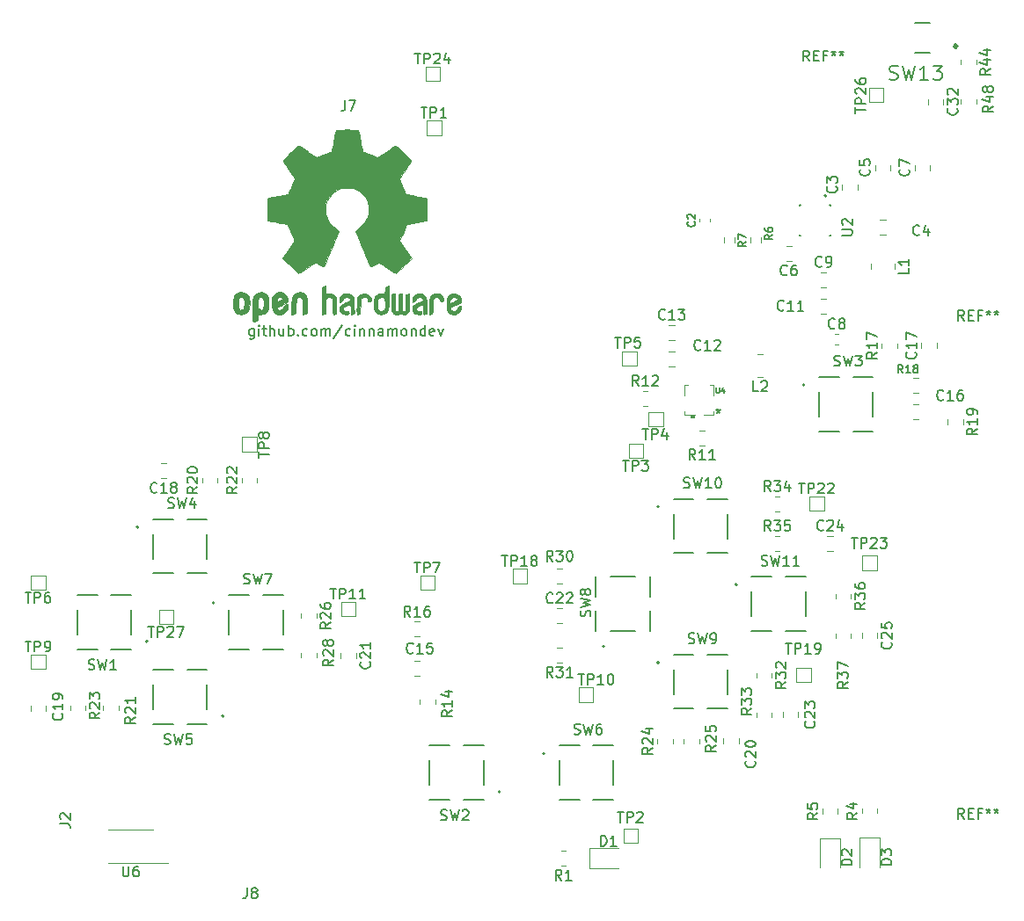
<source format=gbr>
%TF.GenerationSoftware,KiCad,Pcbnew,(6.0.5)*%
%TF.CreationDate,2022-05-15T18:43:58+01:00*%
%TF.ProjectId,CM4Carrier,434d3443-6172-4726-9965-722e6b696361,Rev1-Untested*%
%TF.SameCoordinates,Original*%
%TF.FileFunction,Legend,Top*%
%TF.FilePolarity,Positive*%
%FSLAX46Y46*%
G04 Gerber Fmt 4.6, Leading zero omitted, Abs format (unit mm)*
G04 Created by KiCad (PCBNEW (6.0.5)) date 2022-05-15 18:43:58*
%MOMM*%
%LPD*%
G01*
G04 APERTURE LIST*
%ADD10C,0.150000*%
%ADD11C,0.127000*%
%ADD12C,0.120000*%
%ADD13C,0.200000*%
%ADD14C,0.010000*%
%ADD15C,0.300000*%
%ADD16C,0.100000*%
G04 APERTURE END LIST*
D10*
X130612666Y-86018714D02*
X130612666Y-86828238D01*
X130565047Y-86923476D01*
X130517428Y-86971095D01*
X130422190Y-87018714D01*
X130279333Y-87018714D01*
X130184095Y-86971095D01*
X130612666Y-86637761D02*
X130517428Y-86685380D01*
X130326952Y-86685380D01*
X130231714Y-86637761D01*
X130184095Y-86590142D01*
X130136476Y-86494904D01*
X130136476Y-86209190D01*
X130184095Y-86113952D01*
X130231714Y-86066333D01*
X130326952Y-86018714D01*
X130517428Y-86018714D01*
X130612666Y-86066333D01*
X131088857Y-86685380D02*
X131088857Y-86018714D01*
X131088857Y-85685380D02*
X131041238Y-85733000D01*
X131088857Y-85780619D01*
X131136476Y-85733000D01*
X131088857Y-85685380D01*
X131088857Y-85780619D01*
X131422190Y-86018714D02*
X131803142Y-86018714D01*
X131565047Y-85685380D02*
X131565047Y-86542523D01*
X131612666Y-86637761D01*
X131707904Y-86685380D01*
X131803142Y-86685380D01*
X132136476Y-86685380D02*
X132136476Y-85685380D01*
X132565047Y-86685380D02*
X132565047Y-86161571D01*
X132517428Y-86066333D01*
X132422190Y-86018714D01*
X132279333Y-86018714D01*
X132184095Y-86066333D01*
X132136476Y-86113952D01*
X133469809Y-86018714D02*
X133469809Y-86685380D01*
X133041238Y-86018714D02*
X133041238Y-86542523D01*
X133088857Y-86637761D01*
X133184095Y-86685380D01*
X133326952Y-86685380D01*
X133422190Y-86637761D01*
X133469809Y-86590142D01*
X133946000Y-86685380D02*
X133946000Y-85685380D01*
X133946000Y-86066333D02*
X134041238Y-86018714D01*
X134231714Y-86018714D01*
X134326952Y-86066333D01*
X134374571Y-86113952D01*
X134422190Y-86209190D01*
X134422190Y-86494904D01*
X134374571Y-86590142D01*
X134326952Y-86637761D01*
X134231714Y-86685380D01*
X134041238Y-86685380D01*
X133946000Y-86637761D01*
X134850761Y-86590142D02*
X134898380Y-86637761D01*
X134850761Y-86685380D01*
X134803142Y-86637761D01*
X134850761Y-86590142D01*
X134850761Y-86685380D01*
X135755523Y-86637761D02*
X135660285Y-86685380D01*
X135469809Y-86685380D01*
X135374571Y-86637761D01*
X135326952Y-86590142D01*
X135279333Y-86494904D01*
X135279333Y-86209190D01*
X135326952Y-86113952D01*
X135374571Y-86066333D01*
X135469809Y-86018714D01*
X135660285Y-86018714D01*
X135755523Y-86066333D01*
X136326952Y-86685380D02*
X136231714Y-86637761D01*
X136184095Y-86590142D01*
X136136476Y-86494904D01*
X136136476Y-86209190D01*
X136184095Y-86113952D01*
X136231714Y-86066333D01*
X136326952Y-86018714D01*
X136469809Y-86018714D01*
X136565047Y-86066333D01*
X136612666Y-86113952D01*
X136660285Y-86209190D01*
X136660285Y-86494904D01*
X136612666Y-86590142D01*
X136565047Y-86637761D01*
X136469809Y-86685380D01*
X136326952Y-86685380D01*
X137088857Y-86685380D02*
X137088857Y-86018714D01*
X137088857Y-86113952D02*
X137136476Y-86066333D01*
X137231714Y-86018714D01*
X137374571Y-86018714D01*
X137469809Y-86066333D01*
X137517428Y-86161571D01*
X137517428Y-86685380D01*
X137517428Y-86161571D02*
X137565047Y-86066333D01*
X137660285Y-86018714D01*
X137803142Y-86018714D01*
X137898380Y-86066333D01*
X137946000Y-86161571D01*
X137946000Y-86685380D01*
X139136476Y-85637761D02*
X138279333Y-86923476D01*
X139898380Y-86637761D02*
X139803142Y-86685380D01*
X139612666Y-86685380D01*
X139517428Y-86637761D01*
X139469809Y-86590142D01*
X139422190Y-86494904D01*
X139422190Y-86209190D01*
X139469809Y-86113952D01*
X139517428Y-86066333D01*
X139612666Y-86018714D01*
X139803142Y-86018714D01*
X139898380Y-86066333D01*
X140326952Y-86685380D02*
X140326952Y-86018714D01*
X140326952Y-85685380D02*
X140279333Y-85733000D01*
X140326952Y-85780619D01*
X140374571Y-85733000D01*
X140326952Y-85685380D01*
X140326952Y-85780619D01*
X140803142Y-86018714D02*
X140803142Y-86685380D01*
X140803142Y-86113952D02*
X140850761Y-86066333D01*
X140946000Y-86018714D01*
X141088857Y-86018714D01*
X141184095Y-86066333D01*
X141231714Y-86161571D01*
X141231714Y-86685380D01*
X141707904Y-86018714D02*
X141707904Y-86685380D01*
X141707904Y-86113952D02*
X141755523Y-86066333D01*
X141850761Y-86018714D01*
X141993619Y-86018714D01*
X142088857Y-86066333D01*
X142136476Y-86161571D01*
X142136476Y-86685380D01*
X143041238Y-86685380D02*
X143041238Y-86161571D01*
X142993619Y-86066333D01*
X142898380Y-86018714D01*
X142707904Y-86018714D01*
X142612666Y-86066333D01*
X143041238Y-86637761D02*
X142946000Y-86685380D01*
X142707904Y-86685380D01*
X142612666Y-86637761D01*
X142565047Y-86542523D01*
X142565047Y-86447285D01*
X142612666Y-86352047D01*
X142707904Y-86304428D01*
X142946000Y-86304428D01*
X143041238Y-86256809D01*
X143517428Y-86685380D02*
X143517428Y-86018714D01*
X143517428Y-86113952D02*
X143565047Y-86066333D01*
X143660285Y-86018714D01*
X143803142Y-86018714D01*
X143898380Y-86066333D01*
X143946000Y-86161571D01*
X143946000Y-86685380D01*
X143946000Y-86161571D02*
X143993619Y-86066333D01*
X144088857Y-86018714D01*
X144231714Y-86018714D01*
X144326952Y-86066333D01*
X144374571Y-86161571D01*
X144374571Y-86685380D01*
X144993619Y-86685380D02*
X144898380Y-86637761D01*
X144850761Y-86590142D01*
X144803142Y-86494904D01*
X144803142Y-86209190D01*
X144850761Y-86113952D01*
X144898380Y-86066333D01*
X144993619Y-86018714D01*
X145136476Y-86018714D01*
X145231714Y-86066333D01*
X145279333Y-86113952D01*
X145326952Y-86209190D01*
X145326952Y-86494904D01*
X145279333Y-86590142D01*
X145231714Y-86637761D01*
X145136476Y-86685380D01*
X144993619Y-86685380D01*
X145755523Y-86018714D02*
X145755523Y-86685380D01*
X145755523Y-86113952D02*
X145803142Y-86066333D01*
X145898380Y-86018714D01*
X146041238Y-86018714D01*
X146136476Y-86066333D01*
X146184095Y-86161571D01*
X146184095Y-86685380D01*
X147088857Y-86685380D02*
X147088857Y-85685380D01*
X147088857Y-86637761D02*
X146993619Y-86685380D01*
X146803142Y-86685380D01*
X146707904Y-86637761D01*
X146660285Y-86590142D01*
X146612666Y-86494904D01*
X146612666Y-86209190D01*
X146660285Y-86113952D01*
X146707904Y-86066333D01*
X146803142Y-86018714D01*
X146993619Y-86018714D01*
X147088857Y-86066333D01*
X147946000Y-86637761D02*
X147850761Y-86685380D01*
X147660285Y-86685380D01*
X147565047Y-86637761D01*
X147517428Y-86542523D01*
X147517428Y-86161571D01*
X147565047Y-86066333D01*
X147660285Y-86018714D01*
X147850761Y-86018714D01*
X147946000Y-86066333D01*
X147993619Y-86161571D01*
X147993619Y-86256809D01*
X147517428Y-86352047D01*
X148326952Y-86018714D02*
X148565047Y-86685380D01*
X148803142Y-86018714D01*
%TO.C,REF\u002A\u002A*%
X198963666Y-133214380D02*
X198630333Y-132738190D01*
X198392238Y-133214380D02*
X198392238Y-132214380D01*
X198773190Y-132214380D01*
X198868428Y-132262000D01*
X198916047Y-132309619D01*
X198963666Y-132404857D01*
X198963666Y-132547714D01*
X198916047Y-132642952D01*
X198868428Y-132690571D01*
X198773190Y-132738190D01*
X198392238Y-132738190D01*
X199392238Y-132690571D02*
X199725571Y-132690571D01*
X199868428Y-133214380D02*
X199392238Y-133214380D01*
X199392238Y-132214380D01*
X199868428Y-132214380D01*
X200630333Y-132690571D02*
X200297000Y-132690571D01*
X200297000Y-133214380D02*
X200297000Y-132214380D01*
X200773190Y-132214380D01*
X201297000Y-132214380D02*
X201297000Y-132452476D01*
X201058904Y-132357238D02*
X201297000Y-132452476D01*
X201535095Y-132357238D01*
X201154142Y-132642952D02*
X201297000Y-132452476D01*
X201439857Y-132642952D01*
X202058904Y-132214380D02*
X202058904Y-132452476D01*
X201820809Y-132357238D02*
X202058904Y-132452476D01*
X202297000Y-132357238D01*
X201916047Y-132642952D02*
X202058904Y-132452476D01*
X202201761Y-132642952D01*
%TO.C,D1*%
X163980904Y-135835380D02*
X163980904Y-134835380D01*
X164219000Y-134835380D01*
X164361857Y-134883000D01*
X164457095Y-134978238D01*
X164504714Y-135073476D01*
X164552333Y-135263952D01*
X164552333Y-135406809D01*
X164504714Y-135597285D01*
X164457095Y-135692523D01*
X164361857Y-135787761D01*
X164219000Y-135835380D01*
X163980904Y-135835380D01*
X165504714Y-135835380D02*
X164933285Y-135835380D01*
X165219000Y-135835380D02*
X165219000Y-134835380D01*
X165123761Y-134978238D01*
X165028523Y-135073476D01*
X164933285Y-135121095D01*
%TO.C,R22*%
X128977380Y-101242857D02*
X128501190Y-101576190D01*
X128977380Y-101814285D02*
X127977380Y-101814285D01*
X127977380Y-101433333D01*
X128025000Y-101338095D01*
X128072619Y-101290476D01*
X128167857Y-101242857D01*
X128310714Y-101242857D01*
X128405952Y-101290476D01*
X128453571Y-101338095D01*
X128501190Y-101433333D01*
X128501190Y-101814285D01*
X128072619Y-100861904D02*
X128025000Y-100814285D01*
X127977380Y-100719047D01*
X127977380Y-100480952D01*
X128025000Y-100385714D01*
X128072619Y-100338095D01*
X128167857Y-100290476D01*
X128263095Y-100290476D01*
X128405952Y-100338095D01*
X128977380Y-100909523D01*
X128977380Y-100290476D01*
X128072619Y-99909523D02*
X128025000Y-99861904D01*
X127977380Y-99766666D01*
X127977380Y-99528571D01*
X128025000Y-99433333D01*
X128072619Y-99385714D01*
X128167857Y-99338095D01*
X128263095Y-99338095D01*
X128405952Y-99385714D01*
X128977380Y-99957142D01*
X128977380Y-99338095D01*
%TO.C,TP26*%
X188504380Y-65238095D02*
X188504380Y-64666666D01*
X189504380Y-64952380D02*
X188504380Y-64952380D01*
X189504380Y-64333333D02*
X188504380Y-64333333D01*
X188504380Y-63952380D01*
X188552000Y-63857142D01*
X188599619Y-63809523D01*
X188694857Y-63761904D01*
X188837714Y-63761904D01*
X188932952Y-63809523D01*
X188980571Y-63857142D01*
X189028190Y-63952380D01*
X189028190Y-64333333D01*
X188599619Y-63380952D02*
X188552000Y-63333333D01*
X188504380Y-63238095D01*
X188504380Y-63000000D01*
X188552000Y-62904761D01*
X188599619Y-62857142D01*
X188694857Y-62809523D01*
X188790095Y-62809523D01*
X188932952Y-62857142D01*
X189504380Y-63428571D01*
X189504380Y-62809523D01*
X188504380Y-61952380D02*
X188504380Y-62142857D01*
X188552000Y-62238095D01*
X188599619Y-62285714D01*
X188742476Y-62380952D01*
X188932952Y-62428571D01*
X189313904Y-62428571D01*
X189409142Y-62380952D01*
X189456761Y-62333333D01*
X189504380Y-62238095D01*
X189504380Y-62047619D01*
X189456761Y-61952380D01*
X189409142Y-61904761D01*
X189313904Y-61857142D01*
X189075809Y-61857142D01*
X188980571Y-61904761D01*
X188932952Y-61952380D01*
X188885333Y-62047619D01*
X188885333Y-62238095D01*
X188932952Y-62333333D01*
X188980571Y-62380952D01*
X189075809Y-62428571D01*
%TO.C,SW9*%
X172441674Y-116289689D02*
X172584531Y-116337308D01*
X172822627Y-116337308D01*
X172917865Y-116289689D01*
X172965484Y-116242070D01*
X173013103Y-116146832D01*
X173013103Y-116051594D01*
X172965484Y-115956356D01*
X172917865Y-115908737D01*
X172822627Y-115861118D01*
X172632150Y-115813499D01*
X172536912Y-115765880D01*
X172489293Y-115718261D01*
X172441674Y-115623023D01*
X172441674Y-115527785D01*
X172489293Y-115432547D01*
X172536912Y-115384928D01*
X172632150Y-115337308D01*
X172870246Y-115337308D01*
X173013103Y-115384928D01*
X173346436Y-115337308D02*
X173584531Y-116337308D01*
X173775008Y-115623023D01*
X173965484Y-116337308D01*
X174203579Y-115337308D01*
X174632150Y-116337308D02*
X174822627Y-116337308D01*
X174917865Y-116289689D01*
X174965484Y-116242070D01*
X175060722Y-116099213D01*
X175108341Y-115908737D01*
X175108341Y-115527785D01*
X175060722Y-115432547D01*
X175013103Y-115384928D01*
X174917865Y-115337308D01*
X174727388Y-115337308D01*
X174632150Y-115384928D01*
X174584531Y-115432547D01*
X174536912Y-115527785D01*
X174536912Y-115765880D01*
X174584531Y-115861118D01*
X174632150Y-115908737D01*
X174727388Y-115956356D01*
X174917865Y-115956356D01*
X175013103Y-115908737D01*
X175060722Y-115861118D01*
X175108341Y-115765880D01*
%TO.C,R1*%
X160218333Y-139135380D02*
X159885000Y-138659190D01*
X159646904Y-139135380D02*
X159646904Y-138135380D01*
X160027857Y-138135380D01*
X160123095Y-138183000D01*
X160170714Y-138230619D01*
X160218333Y-138325857D01*
X160218333Y-138468714D01*
X160170714Y-138563952D01*
X160123095Y-138611571D01*
X160027857Y-138659190D01*
X159646904Y-138659190D01*
X161170714Y-139135380D02*
X160599285Y-139135380D01*
X160885000Y-139135380D02*
X160885000Y-138135380D01*
X160789761Y-138278238D01*
X160694523Y-138373476D01*
X160599285Y-138421095D01*
%TO.C,C4*%
X194651333Y-76938142D02*
X194603714Y-76985761D01*
X194460857Y-77033380D01*
X194365619Y-77033380D01*
X194222761Y-76985761D01*
X194127523Y-76890523D01*
X194079904Y-76795285D01*
X194032285Y-76604809D01*
X194032285Y-76461952D01*
X194079904Y-76271476D01*
X194127523Y-76176238D01*
X194222761Y-76081000D01*
X194365619Y-76033380D01*
X194460857Y-76033380D01*
X194603714Y-76081000D01*
X194651333Y-76128619D01*
X195508476Y-76366714D02*
X195508476Y-77033380D01*
X195270380Y-75985761D02*
X195032285Y-76700047D01*
X195651333Y-76700047D01*
%TO.C,R48*%
X201747380Y-64550793D02*
X201271190Y-64884126D01*
X201747380Y-65122221D02*
X200747380Y-65122221D01*
X200747380Y-64741269D01*
X200795000Y-64646031D01*
X200842619Y-64598412D01*
X200937857Y-64550793D01*
X201080714Y-64550793D01*
X201175952Y-64598412D01*
X201223571Y-64646031D01*
X201271190Y-64741269D01*
X201271190Y-65122221D01*
X201080714Y-63693650D02*
X201747380Y-63693650D01*
X200699761Y-63931745D02*
X201414047Y-64169840D01*
X201414047Y-63550793D01*
X201175952Y-63026983D02*
X201128333Y-63122221D01*
X201080714Y-63169840D01*
X200985476Y-63217459D01*
X200937857Y-63217459D01*
X200842619Y-63169840D01*
X200795000Y-63122221D01*
X200747380Y-63026983D01*
X200747380Y-62836507D01*
X200795000Y-62741269D01*
X200842619Y-62693650D01*
X200937857Y-62646031D01*
X200985476Y-62646031D01*
X201080714Y-62693650D01*
X201128333Y-62741269D01*
X201175952Y-62836507D01*
X201175952Y-63026983D01*
X201223571Y-63122221D01*
X201271190Y-63169840D01*
X201366428Y-63217459D01*
X201556904Y-63217459D01*
X201652142Y-63169840D01*
X201699761Y-63122221D01*
X201747380Y-63026983D01*
X201747380Y-62836507D01*
X201699761Y-62741269D01*
X201652142Y-62693650D01*
X201556904Y-62646031D01*
X201366428Y-62646031D01*
X201271190Y-62693650D01*
X201223571Y-62741269D01*
X201175952Y-62836507D01*
%TO.C,TP5*%
X165362095Y-86828380D02*
X165933523Y-86828380D01*
X165647809Y-87828380D02*
X165647809Y-86828380D01*
X166266857Y-87828380D02*
X166266857Y-86828380D01*
X166647809Y-86828380D01*
X166743047Y-86876000D01*
X166790666Y-86923619D01*
X166838285Y-87018857D01*
X166838285Y-87161714D01*
X166790666Y-87256952D01*
X166743047Y-87304571D01*
X166647809Y-87352190D01*
X166266857Y-87352190D01*
X167743047Y-86828380D02*
X167266857Y-86828380D01*
X167219238Y-87304571D01*
X167266857Y-87256952D01*
X167362095Y-87209333D01*
X167600190Y-87209333D01*
X167695428Y-87256952D01*
X167743047Y-87304571D01*
X167790666Y-87399809D01*
X167790666Y-87637904D01*
X167743047Y-87733142D01*
X167695428Y-87780761D01*
X167600190Y-87828380D01*
X167362095Y-87828380D01*
X167266857Y-87780761D01*
X167219238Y-87733142D01*
%TO.C,L1*%
X193637380Y-80176666D02*
X193637380Y-80652857D01*
X192637380Y-80652857D01*
X193637380Y-79319523D02*
X193637380Y-79890952D01*
X193637380Y-79605238D02*
X192637380Y-79605238D01*
X192780238Y-79700476D01*
X192875476Y-79795714D01*
X192923095Y-79890952D01*
%TO.C,C19*%
X112117142Y-123070857D02*
X112164761Y-123118476D01*
X112212380Y-123261333D01*
X112212380Y-123356571D01*
X112164761Y-123499428D01*
X112069523Y-123594666D01*
X111974285Y-123642285D01*
X111783809Y-123689904D01*
X111640952Y-123689904D01*
X111450476Y-123642285D01*
X111355238Y-123594666D01*
X111260000Y-123499428D01*
X111212380Y-123356571D01*
X111212380Y-123261333D01*
X111260000Y-123118476D01*
X111307619Y-123070857D01*
X112212380Y-122118476D02*
X112212380Y-122689904D01*
X112212380Y-122404190D02*
X111212380Y-122404190D01*
X111355238Y-122499428D01*
X111450476Y-122594666D01*
X111498095Y-122689904D01*
X112212380Y-121642285D02*
X112212380Y-121451809D01*
X112164761Y-121356571D01*
X112117142Y-121308952D01*
X111974285Y-121213714D01*
X111783809Y-121166095D01*
X111402857Y-121166095D01*
X111307619Y-121213714D01*
X111260000Y-121261333D01*
X111212380Y-121356571D01*
X111212380Y-121547047D01*
X111260000Y-121642285D01*
X111307619Y-121689904D01*
X111402857Y-121737523D01*
X111640952Y-121737523D01*
X111736190Y-121689904D01*
X111783809Y-121642285D01*
X111831428Y-121547047D01*
X111831428Y-121356571D01*
X111783809Y-121261333D01*
X111736190Y-121213714D01*
X111640952Y-121166095D01*
%TO.C,R4*%
X188667380Y-132636666D02*
X188191190Y-132970000D01*
X188667380Y-133208095D02*
X187667380Y-133208095D01*
X187667380Y-132827142D01*
X187715000Y-132731904D01*
X187762619Y-132684285D01*
X187857857Y-132636666D01*
X188000714Y-132636666D01*
X188095952Y-132684285D01*
X188143571Y-132731904D01*
X188191190Y-132827142D01*
X188191190Y-133208095D01*
X188000714Y-131779523D02*
X188667380Y-131779523D01*
X187619761Y-132017619D02*
X188334047Y-132255714D01*
X188334047Y-131636666D01*
%TO.C,R12*%
X167632142Y-91512380D02*
X167298809Y-91036190D01*
X167060714Y-91512380D02*
X167060714Y-90512380D01*
X167441666Y-90512380D01*
X167536904Y-90560000D01*
X167584523Y-90607619D01*
X167632142Y-90702857D01*
X167632142Y-90845714D01*
X167584523Y-90940952D01*
X167536904Y-90988571D01*
X167441666Y-91036190D01*
X167060714Y-91036190D01*
X168584523Y-91512380D02*
X168013095Y-91512380D01*
X168298809Y-91512380D02*
X168298809Y-90512380D01*
X168203571Y-90655238D01*
X168108333Y-90750476D01*
X168013095Y-90798095D01*
X168965476Y-90607619D02*
X169013095Y-90560000D01*
X169108333Y-90512380D01*
X169346428Y-90512380D01*
X169441666Y-90560000D01*
X169489285Y-90607619D01*
X169536904Y-90702857D01*
X169536904Y-90798095D01*
X169489285Y-90940952D01*
X168917857Y-91512380D01*
X169536904Y-91512380D01*
%TO.C,U2*%
X187209871Y-77001904D02*
X188019395Y-77001904D01*
X188114633Y-76954285D01*
X188162252Y-76906666D01*
X188209871Y-76811428D01*
X188209871Y-76620952D01*
X188162252Y-76525714D01*
X188114633Y-76478095D01*
X188019395Y-76430476D01*
X187209871Y-76430476D01*
X187305110Y-76001904D02*
X187257491Y-75954285D01*
X187209871Y-75859047D01*
X187209871Y-75620952D01*
X187257491Y-75525714D01*
X187305110Y-75478095D01*
X187400348Y-75430476D01*
X187495586Y-75430476D01*
X187638443Y-75478095D01*
X188209871Y-76049523D01*
X188209871Y-75430476D01*
%TO.C,R34*%
X180332142Y-101672380D02*
X179998809Y-101196190D01*
X179760714Y-101672380D02*
X179760714Y-100672380D01*
X180141666Y-100672380D01*
X180236904Y-100720000D01*
X180284523Y-100767619D01*
X180332142Y-100862857D01*
X180332142Y-101005714D01*
X180284523Y-101100952D01*
X180236904Y-101148571D01*
X180141666Y-101196190D01*
X179760714Y-101196190D01*
X180665476Y-100672380D02*
X181284523Y-100672380D01*
X180951190Y-101053333D01*
X181094047Y-101053333D01*
X181189285Y-101100952D01*
X181236904Y-101148571D01*
X181284523Y-101243809D01*
X181284523Y-101481904D01*
X181236904Y-101577142D01*
X181189285Y-101624761D01*
X181094047Y-101672380D01*
X180808333Y-101672380D01*
X180713095Y-101624761D01*
X180665476Y-101577142D01*
X182141666Y-101005714D02*
X182141666Y-101672380D01*
X181903571Y-100624761D02*
X181665476Y-101339047D01*
X182284523Y-101339047D01*
%TO.C,TP7*%
X146058095Y-108494380D02*
X146629523Y-108494380D01*
X146343809Y-109494380D02*
X146343809Y-108494380D01*
X146962857Y-109494380D02*
X146962857Y-108494380D01*
X147343809Y-108494380D01*
X147439047Y-108542000D01*
X147486666Y-108589619D01*
X147534285Y-108684857D01*
X147534285Y-108827714D01*
X147486666Y-108922952D01*
X147439047Y-108970571D01*
X147343809Y-109018190D01*
X146962857Y-109018190D01*
X147867619Y-108494380D02*
X148534285Y-108494380D01*
X148105714Y-109494380D01*
%TO.C,C3*%
X186637142Y-72302666D02*
X186684761Y-72350285D01*
X186732380Y-72493142D01*
X186732380Y-72588380D01*
X186684761Y-72731238D01*
X186589523Y-72826476D01*
X186494285Y-72874095D01*
X186303809Y-72921714D01*
X186160952Y-72921714D01*
X185970476Y-72874095D01*
X185875238Y-72826476D01*
X185780000Y-72731238D01*
X185732380Y-72588380D01*
X185732380Y-72493142D01*
X185780000Y-72350285D01*
X185827619Y-72302666D01*
X185732380Y-71969333D02*
X185732380Y-71350285D01*
X186113333Y-71683619D01*
X186113333Y-71540761D01*
X186160952Y-71445523D01*
X186208571Y-71397904D01*
X186303809Y-71350285D01*
X186541904Y-71350285D01*
X186637142Y-71397904D01*
X186684761Y-71445523D01*
X186732380Y-71540761D01*
X186732380Y-71826476D01*
X186684761Y-71921714D01*
X186637142Y-71969333D01*
%TO.C,C22*%
X159377142Y-112342142D02*
X159329523Y-112389761D01*
X159186666Y-112437380D01*
X159091428Y-112437380D01*
X158948571Y-112389761D01*
X158853333Y-112294523D01*
X158805714Y-112199285D01*
X158758095Y-112008809D01*
X158758095Y-111865952D01*
X158805714Y-111675476D01*
X158853333Y-111580238D01*
X158948571Y-111485000D01*
X159091428Y-111437380D01*
X159186666Y-111437380D01*
X159329523Y-111485000D01*
X159377142Y-111532619D01*
X159758095Y-111532619D02*
X159805714Y-111485000D01*
X159900952Y-111437380D01*
X160139047Y-111437380D01*
X160234285Y-111485000D01*
X160281904Y-111532619D01*
X160329523Y-111627857D01*
X160329523Y-111723095D01*
X160281904Y-111865952D01*
X159710476Y-112437380D01*
X160329523Y-112437380D01*
X160710476Y-111532619D02*
X160758095Y-111485000D01*
X160853333Y-111437380D01*
X161091428Y-111437380D01*
X161186666Y-111485000D01*
X161234285Y-111532619D01*
X161281904Y-111627857D01*
X161281904Y-111723095D01*
X161234285Y-111865952D01*
X160662857Y-112437380D01*
X161281904Y-112437380D01*
%TO.C,C20*%
X178792142Y-127642857D02*
X178839761Y-127690476D01*
X178887380Y-127833333D01*
X178887380Y-127928571D01*
X178839761Y-128071428D01*
X178744523Y-128166666D01*
X178649285Y-128214285D01*
X178458809Y-128261904D01*
X178315952Y-128261904D01*
X178125476Y-128214285D01*
X178030238Y-128166666D01*
X177935000Y-128071428D01*
X177887380Y-127928571D01*
X177887380Y-127833333D01*
X177935000Y-127690476D01*
X177982619Y-127642857D01*
X177982619Y-127261904D02*
X177935000Y-127214285D01*
X177887380Y-127119047D01*
X177887380Y-126880952D01*
X177935000Y-126785714D01*
X177982619Y-126738095D01*
X178077857Y-126690476D01*
X178173095Y-126690476D01*
X178315952Y-126738095D01*
X178887380Y-127309523D01*
X178887380Y-126690476D01*
X177887380Y-126071428D02*
X177887380Y-125976190D01*
X177935000Y-125880952D01*
X177982619Y-125833333D01*
X178077857Y-125785714D01*
X178268333Y-125738095D01*
X178506428Y-125738095D01*
X178696904Y-125785714D01*
X178792142Y-125833333D01*
X178839761Y-125880952D01*
X178887380Y-125976190D01*
X178887380Y-126071428D01*
X178839761Y-126166666D01*
X178792142Y-126214285D01*
X178696904Y-126261904D01*
X178506428Y-126309523D01*
X178268333Y-126309523D01*
X178077857Y-126261904D01*
X177982619Y-126214285D01*
X177935000Y-126166666D01*
X177887380Y-126071428D01*
%TO.C,R16*%
X145661142Y-113737380D02*
X145327809Y-113261190D01*
X145089714Y-113737380D02*
X145089714Y-112737380D01*
X145470666Y-112737380D01*
X145565904Y-112785000D01*
X145613523Y-112832619D01*
X145661142Y-112927857D01*
X145661142Y-113070714D01*
X145613523Y-113165952D01*
X145565904Y-113213571D01*
X145470666Y-113261190D01*
X145089714Y-113261190D01*
X146613523Y-113737380D02*
X146042095Y-113737380D01*
X146327809Y-113737380D02*
X146327809Y-112737380D01*
X146232571Y-112880238D01*
X146137333Y-112975476D01*
X146042095Y-113023095D01*
X147470666Y-112737380D02*
X147280190Y-112737380D01*
X147184952Y-112785000D01*
X147137333Y-112832619D01*
X147042095Y-112975476D01*
X146994476Y-113165952D01*
X146994476Y-113546904D01*
X147042095Y-113642142D01*
X147089714Y-113689761D01*
X147184952Y-113737380D01*
X147375428Y-113737380D01*
X147470666Y-113689761D01*
X147518285Y-113642142D01*
X147565904Y-113546904D01*
X147565904Y-113308809D01*
X147518285Y-113213571D01*
X147470666Y-113165952D01*
X147375428Y-113118333D01*
X147184952Y-113118333D01*
X147089714Y-113165952D01*
X147042095Y-113213571D01*
X146994476Y-113308809D01*
%TO.C,R31*%
X159377142Y-119577380D02*
X159043809Y-119101190D01*
X158805714Y-119577380D02*
X158805714Y-118577380D01*
X159186666Y-118577380D01*
X159281904Y-118625000D01*
X159329523Y-118672619D01*
X159377142Y-118767857D01*
X159377142Y-118910714D01*
X159329523Y-119005952D01*
X159281904Y-119053571D01*
X159186666Y-119101190D01*
X158805714Y-119101190D01*
X159710476Y-118577380D02*
X160329523Y-118577380D01*
X159996190Y-118958333D01*
X160139047Y-118958333D01*
X160234285Y-119005952D01*
X160281904Y-119053571D01*
X160329523Y-119148809D01*
X160329523Y-119386904D01*
X160281904Y-119482142D01*
X160234285Y-119529761D01*
X160139047Y-119577380D01*
X159853333Y-119577380D01*
X159758095Y-119529761D01*
X159710476Y-119482142D01*
X161281904Y-119577380D02*
X160710476Y-119577380D01*
X160996190Y-119577380D02*
X160996190Y-118577380D01*
X160900952Y-118720238D01*
X160805714Y-118815476D01*
X160710476Y-118863095D01*
%TO.C,SW3*%
X186441672Y-89539755D02*
X186584529Y-89587374D01*
X186822625Y-89587374D01*
X186917863Y-89539755D01*
X186965482Y-89492136D01*
X187013101Y-89396898D01*
X187013101Y-89301660D01*
X186965482Y-89206422D01*
X186917863Y-89158803D01*
X186822625Y-89111184D01*
X186632148Y-89063565D01*
X186536910Y-89015946D01*
X186489291Y-88968327D01*
X186441672Y-88873089D01*
X186441672Y-88777851D01*
X186489291Y-88682613D01*
X186536910Y-88634994D01*
X186632148Y-88587374D01*
X186870244Y-88587374D01*
X187013101Y-88634994D01*
X187346434Y-88587374D02*
X187584529Y-89587374D01*
X187775006Y-88873089D01*
X187965482Y-89587374D01*
X188203577Y-88587374D01*
X188489291Y-88587374D02*
X189108339Y-88587374D01*
X188775006Y-88968327D01*
X188917863Y-88968327D01*
X189013101Y-89015946D01*
X189060720Y-89063565D01*
X189108339Y-89158803D01*
X189108339Y-89396898D01*
X189060720Y-89492136D01*
X189013101Y-89539755D01*
X188917863Y-89587374D01*
X188632148Y-89587374D01*
X188536910Y-89539755D01*
X188489291Y-89492136D01*
%TO.C,R35*%
X180332142Y-105482380D02*
X179998809Y-105006190D01*
X179760714Y-105482380D02*
X179760714Y-104482380D01*
X180141666Y-104482380D01*
X180236904Y-104530000D01*
X180284523Y-104577619D01*
X180332142Y-104672857D01*
X180332142Y-104815714D01*
X180284523Y-104910952D01*
X180236904Y-104958571D01*
X180141666Y-105006190D01*
X179760714Y-105006190D01*
X180665476Y-104482380D02*
X181284523Y-104482380D01*
X180951190Y-104863333D01*
X181094047Y-104863333D01*
X181189285Y-104910952D01*
X181236904Y-104958571D01*
X181284523Y-105053809D01*
X181284523Y-105291904D01*
X181236904Y-105387142D01*
X181189285Y-105434761D01*
X181094047Y-105482380D01*
X180808333Y-105482380D01*
X180713095Y-105434761D01*
X180665476Y-105387142D01*
X182189285Y-104482380D02*
X181713095Y-104482380D01*
X181665476Y-104958571D01*
X181713095Y-104910952D01*
X181808333Y-104863333D01*
X182046428Y-104863333D01*
X182141666Y-104910952D01*
X182189285Y-104958571D01*
X182236904Y-105053809D01*
X182236904Y-105291904D01*
X182189285Y-105387142D01*
X182141666Y-105434761D01*
X182046428Y-105482380D01*
X181808333Y-105482380D01*
X181713095Y-105434761D01*
X181665476Y-105387142D01*
%TO.C,L2*%
X179157333Y-92037380D02*
X178681142Y-92037380D01*
X178681142Y-91037380D01*
X179443047Y-91132619D02*
X179490666Y-91085000D01*
X179585904Y-91037380D01*
X179824000Y-91037380D01*
X179919238Y-91085000D01*
X179966857Y-91132619D01*
X180014476Y-91227857D01*
X180014476Y-91323095D01*
X179966857Y-91465952D01*
X179395428Y-92037380D01*
X180014476Y-92037380D01*
%TO.C,TP18*%
X154471904Y-107859380D02*
X155043333Y-107859380D01*
X154757619Y-108859380D02*
X154757619Y-107859380D01*
X155376666Y-108859380D02*
X155376666Y-107859380D01*
X155757619Y-107859380D01*
X155852857Y-107907000D01*
X155900476Y-107954619D01*
X155948095Y-108049857D01*
X155948095Y-108192714D01*
X155900476Y-108287952D01*
X155852857Y-108335571D01*
X155757619Y-108383190D01*
X155376666Y-108383190D01*
X156900476Y-108859380D02*
X156329047Y-108859380D01*
X156614761Y-108859380D02*
X156614761Y-107859380D01*
X156519523Y-108002238D01*
X156424285Y-108097476D01*
X156329047Y-108145095D01*
X157471904Y-108287952D02*
X157376666Y-108240333D01*
X157329047Y-108192714D01*
X157281428Y-108097476D01*
X157281428Y-108049857D01*
X157329047Y-107954619D01*
X157376666Y-107907000D01*
X157471904Y-107859380D01*
X157662380Y-107859380D01*
X157757619Y-107907000D01*
X157805238Y-107954619D01*
X157852857Y-108049857D01*
X157852857Y-108097476D01*
X157805238Y-108192714D01*
X157757619Y-108240333D01*
X157662380Y-108287952D01*
X157471904Y-108287952D01*
X157376666Y-108335571D01*
X157329047Y-108383190D01*
X157281428Y-108478428D01*
X157281428Y-108668904D01*
X157329047Y-108764142D01*
X157376666Y-108811761D01*
X157471904Y-108859380D01*
X157662380Y-108859380D01*
X157757619Y-108811761D01*
X157805238Y-108764142D01*
X157852857Y-108668904D01*
X157852857Y-108478428D01*
X157805238Y-108383190D01*
X157757619Y-108335571D01*
X157662380Y-108287952D01*
%TO.C,C17*%
X194257142Y-88272857D02*
X194304761Y-88320476D01*
X194352380Y-88463333D01*
X194352380Y-88558571D01*
X194304761Y-88701428D01*
X194209523Y-88796666D01*
X194114285Y-88844285D01*
X193923809Y-88891904D01*
X193780952Y-88891904D01*
X193590476Y-88844285D01*
X193495238Y-88796666D01*
X193400000Y-88701428D01*
X193352380Y-88558571D01*
X193352380Y-88463333D01*
X193400000Y-88320476D01*
X193447619Y-88272857D01*
X194352380Y-87320476D02*
X194352380Y-87891904D01*
X194352380Y-87606190D02*
X193352380Y-87606190D01*
X193495238Y-87701428D01*
X193590476Y-87796666D01*
X193638095Y-87891904D01*
X193352380Y-86987142D02*
X193352380Y-86320476D01*
X194352380Y-86749047D01*
%TO.C,C23*%
X184507142Y-123832857D02*
X184554761Y-123880476D01*
X184602380Y-124023333D01*
X184602380Y-124118571D01*
X184554761Y-124261428D01*
X184459523Y-124356666D01*
X184364285Y-124404285D01*
X184173809Y-124451904D01*
X184030952Y-124451904D01*
X183840476Y-124404285D01*
X183745238Y-124356666D01*
X183650000Y-124261428D01*
X183602380Y-124118571D01*
X183602380Y-124023333D01*
X183650000Y-123880476D01*
X183697619Y-123832857D01*
X183697619Y-123451904D02*
X183650000Y-123404285D01*
X183602380Y-123309047D01*
X183602380Y-123070952D01*
X183650000Y-122975714D01*
X183697619Y-122928095D01*
X183792857Y-122880476D01*
X183888095Y-122880476D01*
X184030952Y-122928095D01*
X184602380Y-123499523D01*
X184602380Y-122880476D01*
X183602380Y-122547142D02*
X183602380Y-121928095D01*
X183983333Y-122261428D01*
X183983333Y-122118571D01*
X184030952Y-122023333D01*
X184078571Y-121975714D01*
X184173809Y-121928095D01*
X184411904Y-121928095D01*
X184507142Y-121975714D01*
X184554761Y-122023333D01*
X184602380Y-122118571D01*
X184602380Y-122404285D01*
X184554761Y-122499523D01*
X184507142Y-122547142D01*
%TO.C,TP2*%
X165616095Y-132548380D02*
X166187523Y-132548380D01*
X165901809Y-133548380D02*
X165901809Y-132548380D01*
X166520857Y-133548380D02*
X166520857Y-132548380D01*
X166901809Y-132548380D01*
X166997047Y-132596000D01*
X167044666Y-132643619D01*
X167092285Y-132738857D01*
X167092285Y-132881714D01*
X167044666Y-132976952D01*
X166997047Y-133024571D01*
X166901809Y-133072190D01*
X166520857Y-133072190D01*
X167473238Y-132643619D02*
X167520857Y-132596000D01*
X167616095Y-132548380D01*
X167854190Y-132548380D01*
X167949428Y-132596000D01*
X167997047Y-132643619D01*
X168044666Y-132738857D01*
X168044666Y-132834095D01*
X167997047Y-132976952D01*
X167425619Y-133548380D01*
X168044666Y-133548380D01*
%TO.C,C25*%
X191902142Y-116212857D02*
X191949761Y-116260476D01*
X191997380Y-116403333D01*
X191997380Y-116498571D01*
X191949761Y-116641428D01*
X191854523Y-116736666D01*
X191759285Y-116784285D01*
X191568809Y-116831904D01*
X191425952Y-116831904D01*
X191235476Y-116784285D01*
X191140238Y-116736666D01*
X191045000Y-116641428D01*
X190997380Y-116498571D01*
X190997380Y-116403333D01*
X191045000Y-116260476D01*
X191092619Y-116212857D01*
X191092619Y-115831904D02*
X191045000Y-115784285D01*
X190997380Y-115689047D01*
X190997380Y-115450952D01*
X191045000Y-115355714D01*
X191092619Y-115308095D01*
X191187857Y-115260476D01*
X191283095Y-115260476D01*
X191425952Y-115308095D01*
X191997380Y-115879523D01*
X191997380Y-115260476D01*
X190997380Y-114355714D02*
X190997380Y-114831904D01*
X191473571Y-114879523D01*
X191425952Y-114831904D01*
X191378333Y-114736666D01*
X191378333Y-114498571D01*
X191425952Y-114403333D01*
X191473571Y-114355714D01*
X191568809Y-114308095D01*
X191806904Y-114308095D01*
X191902142Y-114355714D01*
X191949761Y-114403333D01*
X191997380Y-114498571D01*
X191997380Y-114736666D01*
X191949761Y-114831904D01*
X191902142Y-114879523D01*
%TO.C,TP10*%
X161837904Y-119289380D02*
X162409333Y-119289380D01*
X162123619Y-120289380D02*
X162123619Y-119289380D01*
X162742666Y-120289380D02*
X162742666Y-119289380D01*
X163123619Y-119289380D01*
X163218857Y-119337000D01*
X163266476Y-119384619D01*
X163314095Y-119479857D01*
X163314095Y-119622714D01*
X163266476Y-119717952D01*
X163218857Y-119765571D01*
X163123619Y-119813190D01*
X162742666Y-119813190D01*
X164266476Y-120289380D02*
X163695047Y-120289380D01*
X163980761Y-120289380D02*
X163980761Y-119289380D01*
X163885523Y-119432238D01*
X163790285Y-119527476D01*
X163695047Y-119575095D01*
X164885523Y-119289380D02*
X164980761Y-119289380D01*
X165076000Y-119337000D01*
X165123619Y-119384619D01*
X165171238Y-119479857D01*
X165218857Y-119670333D01*
X165218857Y-119908428D01*
X165171238Y-120098904D01*
X165123619Y-120194142D01*
X165076000Y-120241761D01*
X164980761Y-120289380D01*
X164885523Y-120289380D01*
X164790285Y-120241761D01*
X164742666Y-120194142D01*
X164695047Y-120098904D01*
X164647428Y-119908428D01*
X164647428Y-119670333D01*
X164695047Y-119479857D01*
X164742666Y-119384619D01*
X164790285Y-119337000D01*
X164885523Y-119289380D01*
%TO.C,TP23*%
X188126904Y-106132380D02*
X188698333Y-106132380D01*
X188412619Y-107132380D02*
X188412619Y-106132380D01*
X189031666Y-107132380D02*
X189031666Y-106132380D01*
X189412619Y-106132380D01*
X189507857Y-106180000D01*
X189555476Y-106227619D01*
X189603095Y-106322857D01*
X189603095Y-106465714D01*
X189555476Y-106560952D01*
X189507857Y-106608571D01*
X189412619Y-106656190D01*
X189031666Y-106656190D01*
X189984047Y-106227619D02*
X190031666Y-106180000D01*
X190126904Y-106132380D01*
X190365000Y-106132380D01*
X190460238Y-106180000D01*
X190507857Y-106227619D01*
X190555476Y-106322857D01*
X190555476Y-106418095D01*
X190507857Y-106560952D01*
X189936428Y-107132380D01*
X190555476Y-107132380D01*
X190888809Y-106132380D02*
X191507857Y-106132380D01*
X191174523Y-106513333D01*
X191317380Y-106513333D01*
X191412619Y-106560952D01*
X191460238Y-106608571D01*
X191507857Y-106703809D01*
X191507857Y-106941904D01*
X191460238Y-107037142D01*
X191412619Y-107084761D01*
X191317380Y-107132380D01*
X191031666Y-107132380D01*
X190936428Y-107084761D01*
X190888809Y-107037142D01*
%TO.C,R28*%
X138247380Y-117890793D02*
X137771190Y-118224126D01*
X138247380Y-118462221D02*
X137247380Y-118462221D01*
X137247380Y-118081269D01*
X137295000Y-117986031D01*
X137342619Y-117938412D01*
X137437857Y-117890793D01*
X137580714Y-117890793D01*
X137675952Y-117938412D01*
X137723571Y-117986031D01*
X137771190Y-118081269D01*
X137771190Y-118462221D01*
X137342619Y-117509840D02*
X137295000Y-117462221D01*
X137247380Y-117366983D01*
X137247380Y-117128888D01*
X137295000Y-117033650D01*
X137342619Y-116986031D01*
X137437857Y-116938412D01*
X137533095Y-116938412D01*
X137675952Y-116986031D01*
X138247380Y-117557459D01*
X138247380Y-116938412D01*
X137675952Y-116366983D02*
X137628333Y-116462221D01*
X137580714Y-116509840D01*
X137485476Y-116557459D01*
X137437857Y-116557459D01*
X137342619Y-116509840D01*
X137295000Y-116462221D01*
X137247380Y-116366983D01*
X137247380Y-116176507D01*
X137295000Y-116081269D01*
X137342619Y-116033650D01*
X137437857Y-115986031D01*
X137485476Y-115986031D01*
X137580714Y-116033650D01*
X137628333Y-116081269D01*
X137675952Y-116176507D01*
X137675952Y-116366983D01*
X137723571Y-116462221D01*
X137771190Y-116509840D01*
X137866428Y-116557459D01*
X138056904Y-116557459D01*
X138152142Y-116509840D01*
X138199761Y-116462221D01*
X138247380Y-116366983D01*
X138247380Y-116176507D01*
X138199761Y-116081269D01*
X138152142Y-116033650D01*
X138056904Y-115986031D01*
X137866428Y-115986031D01*
X137771190Y-116033650D01*
X137723571Y-116081269D01*
X137675952Y-116176507D01*
%TO.C,R30*%
X159377142Y-108402380D02*
X159043809Y-107926190D01*
X158805714Y-108402380D02*
X158805714Y-107402380D01*
X159186666Y-107402380D01*
X159281904Y-107450000D01*
X159329523Y-107497619D01*
X159377142Y-107592857D01*
X159377142Y-107735714D01*
X159329523Y-107830952D01*
X159281904Y-107878571D01*
X159186666Y-107926190D01*
X158805714Y-107926190D01*
X159710476Y-107402380D02*
X160329523Y-107402380D01*
X159996190Y-107783333D01*
X160139047Y-107783333D01*
X160234285Y-107830952D01*
X160281904Y-107878571D01*
X160329523Y-107973809D01*
X160329523Y-108211904D01*
X160281904Y-108307142D01*
X160234285Y-108354761D01*
X160139047Y-108402380D01*
X159853333Y-108402380D01*
X159758095Y-108354761D01*
X159710476Y-108307142D01*
X160948571Y-107402380D02*
X161043809Y-107402380D01*
X161139047Y-107450000D01*
X161186666Y-107497619D01*
X161234285Y-107592857D01*
X161281904Y-107783333D01*
X161281904Y-108021428D01*
X161234285Y-108211904D01*
X161186666Y-108307142D01*
X161139047Y-108354761D01*
X161043809Y-108402380D01*
X160948571Y-108402380D01*
X160853333Y-108354761D01*
X160805714Y-108307142D01*
X160758095Y-108211904D01*
X160710476Y-108021428D01*
X160710476Y-107783333D01*
X160758095Y-107592857D01*
X160805714Y-107497619D01*
X160853333Y-107450000D01*
X160948571Y-107402380D01*
%TO.C,C15*%
X145922394Y-117197141D02*
X145874775Y-117244760D01*
X145731918Y-117292379D01*
X145636680Y-117292379D01*
X145493823Y-117244760D01*
X145398585Y-117149522D01*
X145350966Y-117054284D01*
X145303347Y-116863808D01*
X145303347Y-116720951D01*
X145350966Y-116530475D01*
X145398585Y-116435237D01*
X145493823Y-116339999D01*
X145636680Y-116292379D01*
X145731918Y-116292379D01*
X145874775Y-116339999D01*
X145922394Y-116387618D01*
X146874775Y-117292379D02*
X146303347Y-117292379D01*
X146589061Y-117292379D02*
X146589061Y-116292379D01*
X146493823Y-116435237D01*
X146398585Y-116530475D01*
X146303347Y-116578094D01*
X147779537Y-116292379D02*
X147303347Y-116292379D01*
X147255728Y-116768570D01*
X147303347Y-116720951D01*
X147398585Y-116673332D01*
X147636680Y-116673332D01*
X147731918Y-116720951D01*
X147779537Y-116768570D01*
X147827156Y-116863808D01*
X147827156Y-117101903D01*
X147779537Y-117197141D01*
X147731918Y-117244760D01*
X147636680Y-117292379D01*
X147398585Y-117292379D01*
X147303347Y-117244760D01*
X147255728Y-117197141D01*
%TO.C,R33*%
X178507380Y-122562857D02*
X178031190Y-122896190D01*
X178507380Y-123134285D02*
X177507380Y-123134285D01*
X177507380Y-122753333D01*
X177555000Y-122658095D01*
X177602619Y-122610476D01*
X177697857Y-122562857D01*
X177840714Y-122562857D01*
X177935952Y-122610476D01*
X177983571Y-122658095D01*
X178031190Y-122753333D01*
X178031190Y-123134285D01*
X177507380Y-122229523D02*
X177507380Y-121610476D01*
X177888333Y-121943809D01*
X177888333Y-121800952D01*
X177935952Y-121705714D01*
X177983571Y-121658095D01*
X178078809Y-121610476D01*
X178316904Y-121610476D01*
X178412142Y-121658095D01*
X178459761Y-121705714D01*
X178507380Y-121800952D01*
X178507380Y-122086666D01*
X178459761Y-122181904D01*
X178412142Y-122229523D01*
X177507380Y-121277142D02*
X177507380Y-120658095D01*
X177888333Y-120991428D01*
X177888333Y-120848571D01*
X177935952Y-120753333D01*
X177983571Y-120705714D01*
X178078809Y-120658095D01*
X178316904Y-120658095D01*
X178412142Y-120705714D01*
X178459761Y-120753333D01*
X178507380Y-120848571D01*
X178507380Y-121134285D01*
X178459761Y-121229523D01*
X178412142Y-121277142D01*
%TO.C,J2*%
X111942380Y-133683332D02*
X112656666Y-133683332D01*
X112799523Y-133730951D01*
X112894761Y-133826189D01*
X112942380Y-133969046D01*
X112942380Y-134064284D01*
X112037619Y-133254760D02*
X111990000Y-133207141D01*
X111942380Y-133111903D01*
X111942380Y-132873808D01*
X111990000Y-132778570D01*
X112037619Y-132730951D01*
X112132857Y-132683332D01*
X112228095Y-132683332D01*
X112370952Y-132730951D01*
X112942380Y-133302379D01*
X112942380Y-132683332D01*
%TO.C,SW1*%
X114691662Y-118809764D02*
X114834519Y-118857383D01*
X115072615Y-118857383D01*
X115167853Y-118809764D01*
X115215472Y-118762145D01*
X115263091Y-118666907D01*
X115263091Y-118571669D01*
X115215472Y-118476431D01*
X115167853Y-118428812D01*
X115072615Y-118381193D01*
X114882138Y-118333574D01*
X114786900Y-118285955D01*
X114739281Y-118238336D01*
X114691662Y-118143098D01*
X114691662Y-118047860D01*
X114739281Y-117952622D01*
X114786900Y-117905003D01*
X114882138Y-117857383D01*
X115120234Y-117857383D01*
X115263091Y-117905003D01*
X115596424Y-117857383D02*
X115834519Y-118857383D01*
X116024996Y-118143098D01*
X116215472Y-118857383D01*
X116453567Y-117857383D01*
X117358329Y-118857383D02*
X116786900Y-118857383D01*
X117072615Y-118857383D02*
X117072615Y-117857383D01*
X116977376Y-118000241D01*
X116882138Y-118095479D01*
X116786900Y-118143098D01*
%TO.C,SW8*%
X162964761Y-113728333D02*
X163012380Y-113585476D01*
X163012380Y-113347380D01*
X162964761Y-113252142D01*
X162917142Y-113204523D01*
X162821904Y-113156904D01*
X162726666Y-113156904D01*
X162631428Y-113204523D01*
X162583809Y-113252142D01*
X162536190Y-113347380D01*
X162488571Y-113537857D01*
X162440952Y-113633095D01*
X162393333Y-113680714D01*
X162298095Y-113728333D01*
X162202857Y-113728333D01*
X162107619Y-113680714D01*
X162060000Y-113633095D01*
X162012380Y-113537857D01*
X162012380Y-113299761D01*
X162060000Y-113156904D01*
X162012380Y-112823571D02*
X163012380Y-112585476D01*
X162298095Y-112395000D01*
X163012380Y-112204523D01*
X162012380Y-111966428D01*
X162440952Y-111442619D02*
X162393333Y-111537857D01*
X162345714Y-111585476D01*
X162250476Y-111633095D01*
X162202857Y-111633095D01*
X162107619Y-111585476D01*
X162060000Y-111537857D01*
X162012380Y-111442619D01*
X162012380Y-111252142D01*
X162060000Y-111156904D01*
X162107619Y-111109285D01*
X162202857Y-111061666D01*
X162250476Y-111061666D01*
X162345714Y-111109285D01*
X162393333Y-111156904D01*
X162440952Y-111252142D01*
X162440952Y-111442619D01*
X162488571Y-111537857D01*
X162536190Y-111585476D01*
X162631428Y-111633095D01*
X162821904Y-111633095D01*
X162917142Y-111585476D01*
X162964761Y-111537857D01*
X163012380Y-111442619D01*
X163012380Y-111252142D01*
X162964761Y-111156904D01*
X162917142Y-111109285D01*
X162821904Y-111061666D01*
X162631428Y-111061666D01*
X162536190Y-111109285D01*
X162488571Y-111156904D01*
X162440952Y-111252142D01*
%TO.C,REF\u002A\u002A*%
X184066666Y-60222380D02*
X183733333Y-59746190D01*
X183495238Y-60222380D02*
X183495238Y-59222380D01*
X183876190Y-59222380D01*
X183971428Y-59270000D01*
X184019047Y-59317619D01*
X184066666Y-59412857D01*
X184066666Y-59555714D01*
X184019047Y-59650952D01*
X183971428Y-59698571D01*
X183876190Y-59746190D01*
X183495238Y-59746190D01*
X184495238Y-59698571D02*
X184828571Y-59698571D01*
X184971428Y-60222380D02*
X184495238Y-60222380D01*
X184495238Y-59222380D01*
X184971428Y-59222380D01*
X185733333Y-59698571D02*
X185400000Y-59698571D01*
X185400000Y-60222380D02*
X185400000Y-59222380D01*
X185876190Y-59222380D01*
X186400000Y-59222380D02*
X186400000Y-59460476D01*
X186161904Y-59365238D02*
X186400000Y-59460476D01*
X186638095Y-59365238D01*
X186257142Y-59650952D02*
X186400000Y-59460476D01*
X186542857Y-59650952D01*
X187161904Y-59222380D02*
X187161904Y-59460476D01*
X186923809Y-59365238D02*
X187161904Y-59460476D01*
X187400000Y-59365238D01*
X187019047Y-59650952D02*
X187161904Y-59460476D01*
X187304761Y-59650952D01*
%TO.C,SW7*%
X129641658Y-110539764D02*
X129784515Y-110587383D01*
X130022611Y-110587383D01*
X130117849Y-110539764D01*
X130165468Y-110492145D01*
X130213087Y-110396907D01*
X130213087Y-110301669D01*
X130165468Y-110206431D01*
X130117849Y-110158812D01*
X130022611Y-110111193D01*
X129832134Y-110063574D01*
X129736896Y-110015955D01*
X129689277Y-109968336D01*
X129641658Y-109873098D01*
X129641658Y-109777860D01*
X129689277Y-109682622D01*
X129736896Y-109635003D01*
X129832134Y-109587383D01*
X130070230Y-109587383D01*
X130213087Y-109635003D01*
X130546420Y-109587383D02*
X130784515Y-110587383D01*
X130974992Y-109873098D01*
X131165468Y-110587383D01*
X131403563Y-109587383D01*
X131689277Y-109587383D02*
X132355944Y-109587383D01*
X131927372Y-110587383D01*
%TO.C,R32*%
X181807380Y-120022857D02*
X181331190Y-120356190D01*
X181807380Y-120594285D02*
X180807380Y-120594285D01*
X180807380Y-120213333D01*
X180855000Y-120118095D01*
X180902619Y-120070476D01*
X180997857Y-120022857D01*
X181140714Y-120022857D01*
X181235952Y-120070476D01*
X181283571Y-120118095D01*
X181331190Y-120213333D01*
X181331190Y-120594285D01*
X180807380Y-119689523D02*
X180807380Y-119070476D01*
X181188333Y-119403809D01*
X181188333Y-119260952D01*
X181235952Y-119165714D01*
X181283571Y-119118095D01*
X181378809Y-119070476D01*
X181616904Y-119070476D01*
X181712142Y-119118095D01*
X181759761Y-119165714D01*
X181807380Y-119260952D01*
X181807380Y-119546666D01*
X181759761Y-119641904D01*
X181712142Y-119689523D01*
X180902619Y-118689523D02*
X180855000Y-118641904D01*
X180807380Y-118546666D01*
X180807380Y-118308571D01*
X180855000Y-118213333D01*
X180902619Y-118165714D01*
X180997857Y-118118095D01*
X181093095Y-118118095D01*
X181235952Y-118165714D01*
X181807380Y-118737142D01*
X181807380Y-118118095D01*
%TO.C,SW13*%
X191773001Y-61983257D02*
X191973231Y-62050001D01*
X192306949Y-62050001D01*
X192440436Y-61983257D01*
X192507179Y-61916514D01*
X192573923Y-61783027D01*
X192573923Y-61649540D01*
X192507179Y-61516053D01*
X192440436Y-61449309D01*
X192306949Y-61382566D01*
X192039975Y-61315822D01*
X191906488Y-61249079D01*
X191839744Y-61182335D01*
X191773001Y-61048848D01*
X191773001Y-60915361D01*
X191839744Y-60781874D01*
X191906488Y-60715131D01*
X192039975Y-60648387D01*
X192373692Y-60648387D01*
X192573923Y-60715131D01*
X193041128Y-60648387D02*
X193374845Y-62050001D01*
X193641819Y-61048848D01*
X193908793Y-62050001D01*
X194242511Y-60648387D01*
X195510638Y-62050001D02*
X194709716Y-62050001D01*
X195110177Y-62050001D02*
X195110177Y-60648387D01*
X194976690Y-60848618D01*
X194843203Y-60982105D01*
X194709716Y-61048848D01*
X195977843Y-60648387D02*
X196845508Y-60648387D01*
X196378304Y-61182335D01*
X196578534Y-61182335D01*
X196712021Y-61249079D01*
X196778765Y-61315822D01*
X196845508Y-61449309D01*
X196845508Y-61783027D01*
X196778765Y-61916514D01*
X196712021Y-61983257D01*
X196578534Y-62050001D01*
X196178073Y-62050001D01*
X196044586Y-61983257D01*
X195977843Y-61916514D01*
%TO.C,C18*%
X121277142Y-101732142D02*
X121229523Y-101779761D01*
X121086666Y-101827380D01*
X120991428Y-101827380D01*
X120848571Y-101779761D01*
X120753333Y-101684523D01*
X120705714Y-101589285D01*
X120658095Y-101398809D01*
X120658095Y-101255952D01*
X120705714Y-101065476D01*
X120753333Y-100970238D01*
X120848571Y-100875000D01*
X120991428Y-100827380D01*
X121086666Y-100827380D01*
X121229523Y-100875000D01*
X121277142Y-100922619D01*
X122229523Y-101827380D02*
X121658095Y-101827380D01*
X121943809Y-101827380D02*
X121943809Y-100827380D01*
X121848571Y-100970238D01*
X121753333Y-101065476D01*
X121658095Y-101113095D01*
X122800952Y-101255952D02*
X122705714Y-101208333D01*
X122658095Y-101160714D01*
X122610476Y-101065476D01*
X122610476Y-101017857D01*
X122658095Y-100922619D01*
X122705714Y-100875000D01*
X122800952Y-100827380D01*
X122991428Y-100827380D01*
X123086666Y-100875000D01*
X123134285Y-100922619D01*
X123181904Y-101017857D01*
X123181904Y-101065476D01*
X123134285Y-101160714D01*
X123086666Y-101208333D01*
X122991428Y-101255952D01*
X122800952Y-101255952D01*
X122705714Y-101303571D01*
X122658095Y-101351190D01*
X122610476Y-101446428D01*
X122610476Y-101636904D01*
X122658095Y-101732142D01*
X122705714Y-101779761D01*
X122800952Y-101827380D01*
X122991428Y-101827380D01*
X123086666Y-101779761D01*
X123134285Y-101732142D01*
X123181904Y-101636904D01*
X123181904Y-101446428D01*
X123134285Y-101351190D01*
X123086666Y-101303571D01*
X122991428Y-101255952D01*
%TO.C,D2*%
X188157380Y-137678095D02*
X187157380Y-137678095D01*
X187157380Y-137440000D01*
X187205000Y-137297142D01*
X187300238Y-137201904D01*
X187395476Y-137154285D01*
X187585952Y-137106666D01*
X187728809Y-137106666D01*
X187919285Y-137154285D01*
X188014523Y-137201904D01*
X188109761Y-137297142D01*
X188157380Y-137440000D01*
X188157380Y-137678095D01*
X187252619Y-136725714D02*
X187205000Y-136678095D01*
X187157380Y-136582857D01*
X187157380Y-136344761D01*
X187205000Y-136249523D01*
X187252619Y-136201904D01*
X187347857Y-136154285D01*
X187443095Y-136154285D01*
X187585952Y-136201904D01*
X188157380Y-136773333D01*
X188157380Y-136154285D01*
%TO.C,TP6*%
X108593095Y-111390380D02*
X109164523Y-111390380D01*
X108878809Y-112390380D02*
X108878809Y-111390380D01*
X109497857Y-112390380D02*
X109497857Y-111390380D01*
X109878809Y-111390380D01*
X109974047Y-111438000D01*
X110021666Y-111485619D01*
X110069285Y-111580857D01*
X110069285Y-111723714D01*
X110021666Y-111818952D01*
X109974047Y-111866571D01*
X109878809Y-111914190D01*
X109497857Y-111914190D01*
X110926428Y-111390380D02*
X110735952Y-111390380D01*
X110640714Y-111438000D01*
X110593095Y-111485619D01*
X110497857Y-111628476D01*
X110450238Y-111818952D01*
X110450238Y-112199904D01*
X110497857Y-112295142D01*
X110545476Y-112342761D01*
X110640714Y-112390380D01*
X110831190Y-112390380D01*
X110926428Y-112342761D01*
X110974047Y-112295142D01*
X111021666Y-112199904D01*
X111021666Y-111961809D01*
X110974047Y-111866571D01*
X110926428Y-111818952D01*
X110831190Y-111771333D01*
X110640714Y-111771333D01*
X110545476Y-111818952D01*
X110497857Y-111866571D01*
X110450238Y-111961809D01*
%TO.C,R24*%
X168982380Y-126372857D02*
X168506190Y-126706190D01*
X168982380Y-126944285D02*
X167982380Y-126944285D01*
X167982380Y-126563333D01*
X168030000Y-126468095D01*
X168077619Y-126420476D01*
X168172857Y-126372857D01*
X168315714Y-126372857D01*
X168410952Y-126420476D01*
X168458571Y-126468095D01*
X168506190Y-126563333D01*
X168506190Y-126944285D01*
X168077619Y-125991904D02*
X168030000Y-125944285D01*
X167982380Y-125849047D01*
X167982380Y-125610952D01*
X168030000Y-125515714D01*
X168077619Y-125468095D01*
X168172857Y-125420476D01*
X168268095Y-125420476D01*
X168410952Y-125468095D01*
X168982380Y-126039523D01*
X168982380Y-125420476D01*
X168315714Y-124563333D02*
X168982380Y-124563333D01*
X167934761Y-124801428D02*
X168649047Y-125039523D01*
X168649047Y-124420476D01*
%TO.C,C2*%
X172992142Y-75692000D02*
X173028428Y-75728285D01*
X173064714Y-75837142D01*
X173064714Y-75909714D01*
X173028428Y-76018571D01*
X172955857Y-76091142D01*
X172883285Y-76127428D01*
X172738142Y-76163714D01*
X172629285Y-76163714D01*
X172484142Y-76127428D01*
X172411571Y-76091142D01*
X172339000Y-76018571D01*
X172302714Y-75909714D01*
X172302714Y-75837142D01*
X172339000Y-75728285D01*
X172375285Y-75692000D01*
X172375285Y-75401714D02*
X172339000Y-75365428D01*
X172302714Y-75292857D01*
X172302714Y-75111428D01*
X172339000Y-75038857D01*
X172375285Y-75002571D01*
X172447857Y-74966285D01*
X172520428Y-74966285D01*
X172629285Y-75002571D01*
X173064714Y-75438000D01*
X173064714Y-74966285D01*
%TO.C,R19*%
X200222380Y-95622857D02*
X199746190Y-95956190D01*
X200222380Y-96194285D02*
X199222380Y-96194285D01*
X199222380Y-95813333D01*
X199270000Y-95718095D01*
X199317619Y-95670476D01*
X199412857Y-95622857D01*
X199555714Y-95622857D01*
X199650952Y-95670476D01*
X199698571Y-95718095D01*
X199746190Y-95813333D01*
X199746190Y-96194285D01*
X200222380Y-94670476D02*
X200222380Y-95241904D01*
X200222380Y-94956190D02*
X199222380Y-94956190D01*
X199365238Y-95051428D01*
X199460476Y-95146666D01*
X199508095Y-95241904D01*
X200222380Y-94194285D02*
X200222380Y-94003809D01*
X200174761Y-93908571D01*
X200127142Y-93860952D01*
X199984285Y-93765714D01*
X199793809Y-93718095D01*
X199412857Y-93718095D01*
X199317619Y-93765714D01*
X199270000Y-93813333D01*
X199222380Y-93908571D01*
X199222380Y-94099047D01*
X199270000Y-94194285D01*
X199317619Y-94241904D01*
X199412857Y-94289523D01*
X199650952Y-94289523D01*
X199746190Y-94241904D01*
X199793809Y-94194285D01*
X199841428Y-94099047D01*
X199841428Y-93908571D01*
X199793809Y-93813333D01*
X199746190Y-93765714D01*
X199650952Y-93718095D01*
%TO.C,C21*%
X141737142Y-118117857D02*
X141784761Y-118165476D01*
X141832380Y-118308333D01*
X141832380Y-118403571D01*
X141784761Y-118546428D01*
X141689523Y-118641666D01*
X141594285Y-118689285D01*
X141403809Y-118736904D01*
X141260952Y-118736904D01*
X141070476Y-118689285D01*
X140975238Y-118641666D01*
X140880000Y-118546428D01*
X140832380Y-118403571D01*
X140832380Y-118308333D01*
X140880000Y-118165476D01*
X140927619Y-118117857D01*
X140927619Y-117736904D02*
X140880000Y-117689285D01*
X140832380Y-117594047D01*
X140832380Y-117355952D01*
X140880000Y-117260714D01*
X140927619Y-117213095D01*
X141022857Y-117165476D01*
X141118095Y-117165476D01*
X141260952Y-117213095D01*
X141832380Y-117784523D01*
X141832380Y-117165476D01*
X141832380Y-116213095D02*
X141832380Y-116784523D01*
X141832380Y-116498809D02*
X140832380Y-116498809D01*
X140975238Y-116594047D01*
X141070476Y-116689285D01*
X141118095Y-116784523D01*
%TO.C,TP9*%
X108593095Y-116114380D02*
X109164523Y-116114380D01*
X108878809Y-117114380D02*
X108878809Y-116114380D01*
X109497857Y-117114380D02*
X109497857Y-116114380D01*
X109878809Y-116114380D01*
X109974047Y-116162000D01*
X110021666Y-116209619D01*
X110069285Y-116304857D01*
X110069285Y-116447714D01*
X110021666Y-116542952D01*
X109974047Y-116590571D01*
X109878809Y-116638190D01*
X109497857Y-116638190D01*
X110545476Y-117114380D02*
X110735952Y-117114380D01*
X110831190Y-117066761D01*
X110878809Y-117019142D01*
X110974047Y-116876285D01*
X111021666Y-116685809D01*
X111021666Y-116304857D01*
X110974047Y-116209619D01*
X110926428Y-116162000D01*
X110831190Y-116114380D01*
X110640714Y-116114380D01*
X110545476Y-116162000D01*
X110497857Y-116209619D01*
X110450238Y-116304857D01*
X110450238Y-116542952D01*
X110497857Y-116638190D01*
X110545476Y-116685809D01*
X110640714Y-116733428D01*
X110831190Y-116733428D01*
X110926428Y-116685809D01*
X110974047Y-116638190D01*
X111021666Y-116542952D01*
%TO.C,R26*%
X137992380Y-114307857D02*
X137516190Y-114641190D01*
X137992380Y-114879285D02*
X136992380Y-114879285D01*
X136992380Y-114498333D01*
X137040000Y-114403095D01*
X137087619Y-114355476D01*
X137182857Y-114307857D01*
X137325714Y-114307857D01*
X137420952Y-114355476D01*
X137468571Y-114403095D01*
X137516190Y-114498333D01*
X137516190Y-114879285D01*
X137087619Y-113926904D02*
X137040000Y-113879285D01*
X136992380Y-113784047D01*
X136992380Y-113545952D01*
X137040000Y-113450714D01*
X137087619Y-113403095D01*
X137182857Y-113355476D01*
X137278095Y-113355476D01*
X137420952Y-113403095D01*
X137992380Y-113974523D01*
X137992380Y-113355476D01*
X136992380Y-112498333D02*
X136992380Y-112688809D01*
X137040000Y-112784047D01*
X137087619Y-112831666D01*
X137230476Y-112926904D01*
X137420952Y-112974523D01*
X137801904Y-112974523D01*
X137897142Y-112926904D01*
X137944761Y-112879285D01*
X137992380Y-112784047D01*
X137992380Y-112593571D01*
X137944761Y-112498333D01*
X137897142Y-112450714D01*
X137801904Y-112403095D01*
X137563809Y-112403095D01*
X137468571Y-112450714D01*
X137420952Y-112498333D01*
X137373333Y-112593571D01*
X137373333Y-112784047D01*
X137420952Y-112879285D01*
X137468571Y-112926904D01*
X137563809Y-112974523D01*
%TO.C,TP27*%
X120435904Y-114692380D02*
X121007333Y-114692380D01*
X120721619Y-115692380D02*
X120721619Y-114692380D01*
X121340666Y-115692380D02*
X121340666Y-114692380D01*
X121721619Y-114692380D01*
X121816857Y-114740000D01*
X121864476Y-114787619D01*
X121912095Y-114882857D01*
X121912095Y-115025714D01*
X121864476Y-115120952D01*
X121816857Y-115168571D01*
X121721619Y-115216190D01*
X121340666Y-115216190D01*
X122293047Y-114787619D02*
X122340666Y-114740000D01*
X122435904Y-114692380D01*
X122674000Y-114692380D01*
X122769238Y-114740000D01*
X122816857Y-114787619D01*
X122864476Y-114882857D01*
X122864476Y-114978095D01*
X122816857Y-115120952D01*
X122245428Y-115692380D01*
X122864476Y-115692380D01*
X123197809Y-114692380D02*
X123864476Y-114692380D01*
X123435904Y-115692380D01*
%TO.C,R18*%
X193058142Y-90260714D02*
X192804142Y-89897857D01*
X192622714Y-90260714D02*
X192622714Y-89498714D01*
X192913000Y-89498714D01*
X192985571Y-89535000D01*
X193021857Y-89571285D01*
X193058142Y-89643857D01*
X193058142Y-89752714D01*
X193021857Y-89825285D01*
X192985571Y-89861571D01*
X192913000Y-89897857D01*
X192622714Y-89897857D01*
X193783857Y-90260714D02*
X193348428Y-90260714D01*
X193566142Y-90260714D02*
X193566142Y-89498714D01*
X193493571Y-89607571D01*
X193421000Y-89680142D01*
X193348428Y-89716428D01*
X194219285Y-89825285D02*
X194146714Y-89789000D01*
X194110428Y-89752714D01*
X194074142Y-89680142D01*
X194074142Y-89643857D01*
X194110428Y-89571285D01*
X194146714Y-89535000D01*
X194219285Y-89498714D01*
X194364428Y-89498714D01*
X194437000Y-89535000D01*
X194473285Y-89571285D01*
X194509571Y-89643857D01*
X194509571Y-89680142D01*
X194473285Y-89752714D01*
X194437000Y-89789000D01*
X194364428Y-89825285D01*
X194219285Y-89825285D01*
X194146714Y-89861571D01*
X194110428Y-89897857D01*
X194074142Y-89970428D01*
X194074142Y-90115571D01*
X194110428Y-90188142D01*
X194146714Y-90224428D01*
X194219285Y-90260714D01*
X194364428Y-90260714D01*
X194437000Y-90224428D01*
X194473285Y-90188142D01*
X194509571Y-90115571D01*
X194509571Y-89970428D01*
X194473285Y-89897857D01*
X194437000Y-89861571D01*
X194364428Y-89825285D01*
%TO.C,C16*%
X196969142Y-92813142D02*
X196921523Y-92860761D01*
X196778666Y-92908380D01*
X196683428Y-92908380D01*
X196540571Y-92860761D01*
X196445333Y-92765523D01*
X196397714Y-92670285D01*
X196350095Y-92479809D01*
X196350095Y-92336952D01*
X196397714Y-92146476D01*
X196445333Y-92051238D01*
X196540571Y-91956000D01*
X196683428Y-91908380D01*
X196778666Y-91908380D01*
X196921523Y-91956000D01*
X196969142Y-92003619D01*
X197921523Y-92908380D02*
X197350095Y-92908380D01*
X197635809Y-92908380D02*
X197635809Y-91908380D01*
X197540571Y-92051238D01*
X197445333Y-92146476D01*
X197350095Y-92194095D01*
X198778666Y-91908380D02*
X198588190Y-91908380D01*
X198492952Y-91956000D01*
X198445333Y-92003619D01*
X198350095Y-92146476D01*
X198302476Y-92336952D01*
X198302476Y-92717904D01*
X198350095Y-92813142D01*
X198397714Y-92860761D01*
X198492952Y-92908380D01*
X198683428Y-92908380D01*
X198778666Y-92860761D01*
X198826285Y-92813142D01*
X198873904Y-92717904D01*
X198873904Y-92479809D01*
X198826285Y-92384571D01*
X198778666Y-92336952D01*
X198683428Y-92289333D01*
X198492952Y-92289333D01*
X198397714Y-92336952D01*
X198350095Y-92384571D01*
X198302476Y-92479809D01*
%TO.C,C24*%
X185412142Y-105357142D02*
X185364523Y-105404761D01*
X185221666Y-105452380D01*
X185126428Y-105452380D01*
X184983571Y-105404761D01*
X184888333Y-105309523D01*
X184840714Y-105214285D01*
X184793095Y-105023809D01*
X184793095Y-104880952D01*
X184840714Y-104690476D01*
X184888333Y-104595238D01*
X184983571Y-104500000D01*
X185126428Y-104452380D01*
X185221666Y-104452380D01*
X185364523Y-104500000D01*
X185412142Y-104547619D01*
X185793095Y-104547619D02*
X185840714Y-104500000D01*
X185935952Y-104452380D01*
X186174047Y-104452380D01*
X186269285Y-104500000D01*
X186316904Y-104547619D01*
X186364523Y-104642857D01*
X186364523Y-104738095D01*
X186316904Y-104880952D01*
X185745476Y-105452380D01*
X186364523Y-105452380D01*
X187221666Y-104785714D02*
X187221666Y-105452380D01*
X186983571Y-104404761D02*
X186745476Y-105119047D01*
X187364523Y-105119047D01*
%TO.C,R14*%
X149677381Y-122789920D02*
X149201191Y-123123253D01*
X149677381Y-123361348D02*
X148677381Y-123361348D01*
X148677381Y-122980396D01*
X148725001Y-122885158D01*
X148772620Y-122837539D01*
X148867858Y-122789920D01*
X149010715Y-122789920D01*
X149105953Y-122837539D01*
X149153572Y-122885158D01*
X149201191Y-122980396D01*
X149201191Y-123361348D01*
X149677381Y-121837539D02*
X149677381Y-122408967D01*
X149677381Y-122123253D02*
X148677381Y-122123253D01*
X148820239Y-122218491D01*
X148915477Y-122313729D01*
X148963096Y-122408967D01*
X149010715Y-120980396D02*
X149677381Y-120980396D01*
X148629762Y-121218491D02*
X149344048Y-121456586D01*
X149344048Y-120837539D01*
%TO.C,C5*%
X189812142Y-70651666D02*
X189859761Y-70699285D01*
X189907380Y-70842142D01*
X189907380Y-70937380D01*
X189859761Y-71080238D01*
X189764523Y-71175476D01*
X189669285Y-71223095D01*
X189478809Y-71270714D01*
X189335952Y-71270714D01*
X189145476Y-71223095D01*
X189050238Y-71175476D01*
X188955000Y-71080238D01*
X188907380Y-70937380D01*
X188907380Y-70842142D01*
X188955000Y-70699285D01*
X189002619Y-70651666D01*
X188907380Y-69746904D02*
X188907380Y-70223095D01*
X189383571Y-70270714D01*
X189335952Y-70223095D01*
X189288333Y-70127857D01*
X189288333Y-69889761D01*
X189335952Y-69794523D01*
X189383571Y-69746904D01*
X189478809Y-69699285D01*
X189716904Y-69699285D01*
X189812142Y-69746904D01*
X189859761Y-69794523D01*
X189907380Y-69889761D01*
X189907380Y-70127857D01*
X189859761Y-70223095D01*
X189812142Y-70270714D01*
%TO.C,R6*%
X180522214Y-76962000D02*
X180159357Y-77216000D01*
X180522214Y-77397428D02*
X179760214Y-77397428D01*
X179760214Y-77107142D01*
X179796500Y-77034571D01*
X179832785Y-76998285D01*
X179905357Y-76962000D01*
X180014214Y-76962000D01*
X180086785Y-76998285D01*
X180123071Y-77034571D01*
X180159357Y-77107142D01*
X180159357Y-77397428D01*
X179760214Y-76308857D02*
X179760214Y-76454000D01*
X179796500Y-76526571D01*
X179832785Y-76562857D01*
X179941642Y-76635428D01*
X180086785Y-76671714D01*
X180377071Y-76671714D01*
X180449642Y-76635428D01*
X180485928Y-76599142D01*
X180522214Y-76526571D01*
X180522214Y-76381428D01*
X180485928Y-76308857D01*
X180449642Y-76272571D01*
X180377071Y-76236285D01*
X180195642Y-76236285D01*
X180123071Y-76272571D01*
X180086785Y-76308857D01*
X180050500Y-76381428D01*
X180050500Y-76526571D01*
X180086785Y-76599142D01*
X180123071Y-76635428D01*
X180195642Y-76671714D01*
%TO.C,R17*%
X190572380Y-88272857D02*
X190096190Y-88606190D01*
X190572380Y-88844285D02*
X189572380Y-88844285D01*
X189572380Y-88463333D01*
X189620000Y-88368095D01*
X189667619Y-88320476D01*
X189762857Y-88272857D01*
X189905714Y-88272857D01*
X190000952Y-88320476D01*
X190048571Y-88368095D01*
X190096190Y-88463333D01*
X190096190Y-88844285D01*
X190572380Y-87320476D02*
X190572380Y-87891904D01*
X190572380Y-87606190D02*
X189572380Y-87606190D01*
X189715238Y-87701428D01*
X189810476Y-87796666D01*
X189858095Y-87891904D01*
X189572380Y-86987142D02*
X189572380Y-86320476D01*
X190572380Y-86749047D01*
%TO.C,R37*%
X187777380Y-120022857D02*
X187301190Y-120356190D01*
X187777380Y-120594285D02*
X186777380Y-120594285D01*
X186777380Y-120213333D01*
X186825000Y-120118095D01*
X186872619Y-120070476D01*
X186967857Y-120022857D01*
X187110714Y-120022857D01*
X187205952Y-120070476D01*
X187253571Y-120118095D01*
X187301190Y-120213333D01*
X187301190Y-120594285D01*
X186777380Y-119689523D02*
X186777380Y-119070476D01*
X187158333Y-119403809D01*
X187158333Y-119260952D01*
X187205952Y-119165714D01*
X187253571Y-119118095D01*
X187348809Y-119070476D01*
X187586904Y-119070476D01*
X187682142Y-119118095D01*
X187729761Y-119165714D01*
X187777380Y-119260952D01*
X187777380Y-119546666D01*
X187729761Y-119641904D01*
X187682142Y-119689523D01*
X186777380Y-118737142D02*
X186777380Y-118070476D01*
X187777380Y-118499047D01*
%TO.C,R20*%
X125167380Y-101242857D02*
X124691190Y-101576190D01*
X125167380Y-101814285D02*
X124167380Y-101814285D01*
X124167380Y-101433333D01*
X124215000Y-101338095D01*
X124262619Y-101290476D01*
X124357857Y-101242857D01*
X124500714Y-101242857D01*
X124595952Y-101290476D01*
X124643571Y-101338095D01*
X124691190Y-101433333D01*
X124691190Y-101814285D01*
X124262619Y-100861904D02*
X124215000Y-100814285D01*
X124167380Y-100719047D01*
X124167380Y-100480952D01*
X124215000Y-100385714D01*
X124262619Y-100338095D01*
X124357857Y-100290476D01*
X124453095Y-100290476D01*
X124595952Y-100338095D01*
X125167380Y-100909523D01*
X125167380Y-100290476D01*
X124167380Y-99671428D02*
X124167380Y-99576190D01*
X124215000Y-99480952D01*
X124262619Y-99433333D01*
X124357857Y-99385714D01*
X124548333Y-99338095D01*
X124786428Y-99338095D01*
X124976904Y-99385714D01*
X125072142Y-99433333D01*
X125119761Y-99480952D01*
X125167380Y-99576190D01*
X125167380Y-99671428D01*
X125119761Y-99766666D01*
X125072142Y-99814285D01*
X124976904Y-99861904D01*
X124786428Y-99909523D01*
X124548333Y-99909523D01*
X124357857Y-99861904D01*
X124262619Y-99814285D01*
X124215000Y-99766666D01*
X124167380Y-99671428D01*
%TO.C,TP4*%
X168013095Y-95642380D02*
X168584523Y-95642380D01*
X168298809Y-96642380D02*
X168298809Y-95642380D01*
X168917857Y-96642380D02*
X168917857Y-95642380D01*
X169298809Y-95642380D01*
X169394047Y-95690000D01*
X169441666Y-95737619D01*
X169489285Y-95832857D01*
X169489285Y-95975714D01*
X169441666Y-96070952D01*
X169394047Y-96118571D01*
X169298809Y-96166190D01*
X168917857Y-96166190D01*
X170346428Y-95975714D02*
X170346428Y-96642380D01*
X170108333Y-95594761D02*
X169870238Y-96309047D01*
X170489285Y-96309047D01*
%TO.C,D3*%
X191967380Y-137653095D02*
X190967380Y-137653095D01*
X190967380Y-137415000D01*
X191015000Y-137272142D01*
X191110238Y-137176904D01*
X191205476Y-137129285D01*
X191395952Y-137081666D01*
X191538809Y-137081666D01*
X191729285Y-137129285D01*
X191824523Y-137176904D01*
X191919761Y-137272142D01*
X191967380Y-137415000D01*
X191967380Y-137653095D01*
X190967380Y-136748333D02*
X190967380Y-136129285D01*
X191348333Y-136462619D01*
X191348333Y-136319761D01*
X191395952Y-136224523D01*
X191443571Y-136176904D01*
X191538809Y-136129285D01*
X191776904Y-136129285D01*
X191872142Y-136176904D01*
X191919761Y-136224523D01*
X191967380Y-136319761D01*
X191967380Y-136605476D01*
X191919761Y-136700714D01*
X191872142Y-136748333D01*
%TO.C,R36*%
X189427380Y-112402857D02*
X188951190Y-112736190D01*
X189427380Y-112974285D02*
X188427380Y-112974285D01*
X188427380Y-112593333D01*
X188475000Y-112498095D01*
X188522619Y-112450476D01*
X188617857Y-112402857D01*
X188760714Y-112402857D01*
X188855952Y-112450476D01*
X188903571Y-112498095D01*
X188951190Y-112593333D01*
X188951190Y-112974285D01*
X188427380Y-112069523D02*
X188427380Y-111450476D01*
X188808333Y-111783809D01*
X188808333Y-111640952D01*
X188855952Y-111545714D01*
X188903571Y-111498095D01*
X188998809Y-111450476D01*
X189236904Y-111450476D01*
X189332142Y-111498095D01*
X189379761Y-111545714D01*
X189427380Y-111640952D01*
X189427380Y-111926666D01*
X189379761Y-112021904D01*
X189332142Y-112069523D01*
X188427380Y-110593333D02*
X188427380Y-110783809D01*
X188475000Y-110879047D01*
X188522619Y-110926666D01*
X188665476Y-111021904D01*
X188855952Y-111069523D01*
X189236904Y-111069523D01*
X189332142Y-111021904D01*
X189379761Y-110974285D01*
X189427380Y-110879047D01*
X189427380Y-110688571D01*
X189379761Y-110593333D01*
X189332142Y-110545714D01*
X189236904Y-110498095D01*
X188998809Y-110498095D01*
X188903571Y-110545714D01*
X188855952Y-110593333D01*
X188808333Y-110688571D01*
X188808333Y-110879047D01*
X188855952Y-110974285D01*
X188903571Y-111021904D01*
X188998809Y-111069523D01*
%TO.C,R21*%
X119197380Y-123424921D02*
X118721190Y-123758254D01*
X119197380Y-123996349D02*
X118197380Y-123996349D01*
X118197380Y-123615397D01*
X118245000Y-123520159D01*
X118292619Y-123472540D01*
X118387857Y-123424921D01*
X118530714Y-123424921D01*
X118625952Y-123472540D01*
X118673571Y-123520159D01*
X118721190Y-123615397D01*
X118721190Y-123996349D01*
X118292619Y-123043968D02*
X118245000Y-122996349D01*
X118197380Y-122901111D01*
X118197380Y-122663016D01*
X118245000Y-122567778D01*
X118292619Y-122520159D01*
X118387857Y-122472540D01*
X118483095Y-122472540D01*
X118625952Y-122520159D01*
X119197380Y-123091587D01*
X119197380Y-122472540D01*
X119197380Y-121520159D02*
X119197380Y-122091587D01*
X119197380Y-121805873D02*
X118197380Y-121805873D01*
X118340238Y-121901111D01*
X118435476Y-121996349D01*
X118483095Y-122091587D01*
%TO.C,REF\u002A\u002A*%
X198963666Y-85216380D02*
X198630333Y-84740190D01*
X198392238Y-85216380D02*
X198392238Y-84216380D01*
X198773190Y-84216380D01*
X198868428Y-84264000D01*
X198916047Y-84311619D01*
X198963666Y-84406857D01*
X198963666Y-84549714D01*
X198916047Y-84644952D01*
X198868428Y-84692571D01*
X198773190Y-84740190D01*
X198392238Y-84740190D01*
X199392238Y-84692571D02*
X199725571Y-84692571D01*
X199868428Y-85216380D02*
X199392238Y-85216380D01*
X199392238Y-84216380D01*
X199868428Y-84216380D01*
X200630333Y-84692571D02*
X200297000Y-84692571D01*
X200297000Y-85216380D02*
X200297000Y-84216380D01*
X200773190Y-84216380D01*
X201297000Y-84216380D02*
X201297000Y-84454476D01*
X201058904Y-84359238D02*
X201297000Y-84454476D01*
X201535095Y-84359238D01*
X201154142Y-84644952D02*
X201297000Y-84454476D01*
X201439857Y-84644952D01*
X202058904Y-84216380D02*
X202058904Y-84454476D01*
X201820809Y-84359238D02*
X202058904Y-84454476D01*
X202297000Y-84359238D01*
X201916047Y-84644952D02*
X202058904Y-84454476D01*
X202201761Y-84644952D01*
%TO.C,C7*%
X193622142Y-70651666D02*
X193669761Y-70699285D01*
X193717380Y-70842142D01*
X193717380Y-70937380D01*
X193669761Y-71080238D01*
X193574523Y-71175476D01*
X193479285Y-71223095D01*
X193288809Y-71270714D01*
X193145952Y-71270714D01*
X192955476Y-71223095D01*
X192860238Y-71175476D01*
X192765000Y-71080238D01*
X192717380Y-70937380D01*
X192717380Y-70842142D01*
X192765000Y-70699285D01*
X192812619Y-70651666D01*
X192717380Y-70318333D02*
X192717380Y-69651666D01*
X193717380Y-70080238D01*
%TO.C,TP1*%
X146693095Y-64679380D02*
X147264523Y-64679380D01*
X146978809Y-65679380D02*
X146978809Y-64679380D01*
X147597857Y-65679380D02*
X147597857Y-64679380D01*
X147978809Y-64679380D01*
X148074047Y-64727000D01*
X148121666Y-64774619D01*
X148169285Y-64869857D01*
X148169285Y-65012714D01*
X148121666Y-65107952D01*
X148074047Y-65155571D01*
X147978809Y-65203190D01*
X147597857Y-65203190D01*
X149121666Y-65679380D02*
X148550238Y-65679380D01*
X148835952Y-65679380D02*
X148835952Y-64679380D01*
X148740714Y-64822238D01*
X148645476Y-64917476D01*
X148550238Y-64965095D01*
%TO.C,R7*%
X177982214Y-77597000D02*
X177619357Y-77851000D01*
X177982214Y-78032428D02*
X177220214Y-78032428D01*
X177220214Y-77742142D01*
X177256500Y-77669571D01*
X177292785Y-77633285D01*
X177365357Y-77597000D01*
X177474214Y-77597000D01*
X177546785Y-77633285D01*
X177583071Y-77669571D01*
X177619357Y-77742142D01*
X177619357Y-78032428D01*
X177220214Y-77343000D02*
X177220214Y-76835000D01*
X177982214Y-77161571D01*
%TO.C,TP19*%
X181776904Y-116292380D02*
X182348333Y-116292380D01*
X182062619Y-117292380D02*
X182062619Y-116292380D01*
X182681666Y-117292380D02*
X182681666Y-116292380D01*
X183062619Y-116292380D01*
X183157857Y-116340000D01*
X183205476Y-116387619D01*
X183253095Y-116482857D01*
X183253095Y-116625714D01*
X183205476Y-116720952D01*
X183157857Y-116768571D01*
X183062619Y-116816190D01*
X182681666Y-116816190D01*
X184205476Y-117292380D02*
X183634047Y-117292380D01*
X183919761Y-117292380D02*
X183919761Y-116292380D01*
X183824523Y-116435238D01*
X183729285Y-116530476D01*
X183634047Y-116578095D01*
X184681666Y-117292380D02*
X184872142Y-117292380D01*
X184967380Y-117244761D01*
X185015000Y-117197142D01*
X185110238Y-117054285D01*
X185157857Y-116863809D01*
X185157857Y-116482857D01*
X185110238Y-116387619D01*
X185062619Y-116340000D01*
X184967380Y-116292380D01*
X184776904Y-116292380D01*
X184681666Y-116340000D01*
X184634047Y-116387619D01*
X184586428Y-116482857D01*
X184586428Y-116720952D01*
X184634047Y-116816190D01*
X184681666Y-116863809D01*
X184776904Y-116911428D01*
X184967380Y-116911428D01*
X185062619Y-116863809D01*
X185110238Y-116816190D01*
X185157857Y-116720952D01*
%TO.C,SW4*%
X122341673Y-103239753D02*
X122484530Y-103287372D01*
X122722626Y-103287372D01*
X122817864Y-103239753D01*
X122865483Y-103192134D01*
X122913102Y-103096896D01*
X122913102Y-103001658D01*
X122865483Y-102906420D01*
X122817864Y-102858801D01*
X122722626Y-102811182D01*
X122532149Y-102763563D01*
X122436911Y-102715944D01*
X122389292Y-102668325D01*
X122341673Y-102573087D01*
X122341673Y-102477849D01*
X122389292Y-102382611D01*
X122436911Y-102334992D01*
X122532149Y-102287372D01*
X122770245Y-102287372D01*
X122913102Y-102334992D01*
X123246435Y-102287372D02*
X123484530Y-103287372D01*
X123675007Y-102573087D01*
X123865483Y-103287372D01*
X124103578Y-102287372D01*
X124913102Y-102620706D02*
X124913102Y-103287372D01*
X124675007Y-102239753D02*
X124436911Y-102954039D01*
X125055959Y-102954039D01*
%TO.C,J8*%
X129946666Y-139882380D02*
X129946666Y-140596666D01*
X129899047Y-140739523D01*
X129803809Y-140834761D01*
X129660952Y-140882380D01*
X129565714Y-140882380D01*
X130565714Y-140310952D02*
X130470476Y-140263333D01*
X130422857Y-140215714D01*
X130375238Y-140120476D01*
X130375238Y-140072857D01*
X130422857Y-139977619D01*
X130470476Y-139930000D01*
X130565714Y-139882380D01*
X130756190Y-139882380D01*
X130851428Y-139930000D01*
X130899047Y-139977619D01*
X130946666Y-140072857D01*
X130946666Y-140120476D01*
X130899047Y-140215714D01*
X130851428Y-140263333D01*
X130756190Y-140310952D01*
X130565714Y-140310952D01*
X130470476Y-140358571D01*
X130422857Y-140406190D01*
X130375238Y-140501428D01*
X130375238Y-140691904D01*
X130422857Y-140787142D01*
X130470476Y-140834761D01*
X130565714Y-140882380D01*
X130756190Y-140882380D01*
X130851428Y-140834761D01*
X130899047Y-140787142D01*
X130946666Y-140691904D01*
X130946666Y-140501428D01*
X130899047Y-140406190D01*
X130851428Y-140358571D01*
X130756190Y-140310952D01*
D11*
%TO.C,U4*%
X175126952Y-91669809D02*
X175126952Y-92081047D01*
X175151142Y-92129428D01*
X175175333Y-92153619D01*
X175223714Y-92177809D01*
X175320476Y-92177809D01*
X175368857Y-92153619D01*
X175393047Y-92129428D01*
X175417238Y-92081047D01*
X175417238Y-91669809D01*
X175876857Y-91839142D02*
X175876857Y-92177809D01*
X175755904Y-91645619D02*
X175634952Y-92008476D01*
X175949428Y-92008476D01*
D10*
X175289800Y-93686380D02*
X175289800Y-93924476D01*
X175051704Y-93829238D02*
X175289800Y-93924476D01*
X175527895Y-93829238D01*
X175146942Y-94114952D02*
X175289800Y-93924476D01*
X175432657Y-94114952D01*
%TO.C,J7*%
X139366666Y-64032380D02*
X139366666Y-64746666D01*
X139319047Y-64889523D01*
X139223809Y-64984761D01*
X139080952Y-65032380D01*
X138985714Y-65032380D01*
X139747619Y-64032380D02*
X140414285Y-64032380D01*
X139985714Y-65032380D01*
%TO.C,TP3*%
X166124095Y-98690380D02*
X166695523Y-98690380D01*
X166409809Y-99690380D02*
X166409809Y-98690380D01*
X167028857Y-99690380D02*
X167028857Y-98690380D01*
X167409809Y-98690380D01*
X167505047Y-98738000D01*
X167552666Y-98785619D01*
X167600285Y-98880857D01*
X167600285Y-99023714D01*
X167552666Y-99118952D01*
X167505047Y-99166571D01*
X167409809Y-99214190D01*
X167028857Y-99214190D01*
X167933619Y-98690380D02*
X168552666Y-98690380D01*
X168219333Y-99071333D01*
X168362190Y-99071333D01*
X168457428Y-99118952D01*
X168505047Y-99166571D01*
X168552666Y-99261809D01*
X168552666Y-99499904D01*
X168505047Y-99595142D01*
X168457428Y-99642761D01*
X168362190Y-99690380D01*
X168076476Y-99690380D01*
X167981238Y-99642761D01*
X167933619Y-99595142D01*
%TO.C,U6*%
X117983095Y-137792380D02*
X117983095Y-138601904D01*
X118030714Y-138697142D01*
X118078333Y-138744761D01*
X118173571Y-138792380D01*
X118364047Y-138792380D01*
X118459285Y-138744761D01*
X118506904Y-138697142D01*
X118554523Y-138601904D01*
X118554523Y-137792380D01*
X119459285Y-137792380D02*
X119268809Y-137792380D01*
X119173571Y-137840000D01*
X119125952Y-137887619D01*
X119030714Y-138030476D01*
X118983095Y-138220952D01*
X118983095Y-138601904D01*
X119030714Y-138697142D01*
X119078333Y-138744761D01*
X119173571Y-138792380D01*
X119364047Y-138792380D01*
X119459285Y-138744761D01*
X119506904Y-138697142D01*
X119554523Y-138601904D01*
X119554523Y-138363809D01*
X119506904Y-138268571D01*
X119459285Y-138220952D01*
X119364047Y-138173333D01*
X119173571Y-138173333D01*
X119078333Y-138220952D01*
X119030714Y-138268571D01*
X118983095Y-138363809D01*
%TO.C,R25*%
X175077380Y-126145793D02*
X174601190Y-126479126D01*
X175077380Y-126717221D02*
X174077380Y-126717221D01*
X174077380Y-126336269D01*
X174125000Y-126241031D01*
X174172619Y-126193412D01*
X174267857Y-126145793D01*
X174410714Y-126145793D01*
X174505952Y-126193412D01*
X174553571Y-126241031D01*
X174601190Y-126336269D01*
X174601190Y-126717221D01*
X174172619Y-125764840D02*
X174125000Y-125717221D01*
X174077380Y-125621983D01*
X174077380Y-125383888D01*
X174125000Y-125288650D01*
X174172619Y-125241031D01*
X174267857Y-125193412D01*
X174363095Y-125193412D01*
X174505952Y-125241031D01*
X175077380Y-125812459D01*
X175077380Y-125193412D01*
X174077380Y-124288650D02*
X174077380Y-124764840D01*
X174553571Y-124812459D01*
X174505952Y-124764840D01*
X174458333Y-124669602D01*
X174458333Y-124431507D01*
X174505952Y-124336269D01*
X174553571Y-124288650D01*
X174648809Y-124241031D01*
X174886904Y-124241031D01*
X174982142Y-124288650D01*
X175029761Y-124336269D01*
X175077380Y-124431507D01*
X175077380Y-124669602D01*
X175029761Y-124764840D01*
X174982142Y-124812459D01*
%TO.C,C12*%
X173601142Y-87987142D02*
X173553523Y-88034761D01*
X173410666Y-88082380D01*
X173315428Y-88082380D01*
X173172571Y-88034761D01*
X173077333Y-87939523D01*
X173029714Y-87844285D01*
X172982095Y-87653809D01*
X172982095Y-87510952D01*
X173029714Y-87320476D01*
X173077333Y-87225238D01*
X173172571Y-87130000D01*
X173315428Y-87082380D01*
X173410666Y-87082380D01*
X173553523Y-87130000D01*
X173601142Y-87177619D01*
X174553523Y-88082380D02*
X173982095Y-88082380D01*
X174267809Y-88082380D02*
X174267809Y-87082380D01*
X174172571Y-87225238D01*
X174077333Y-87320476D01*
X173982095Y-87368095D01*
X174934476Y-87177619D02*
X174982095Y-87130000D01*
X175077333Y-87082380D01*
X175315428Y-87082380D01*
X175410666Y-87130000D01*
X175458285Y-87177619D01*
X175505904Y-87272857D01*
X175505904Y-87368095D01*
X175458285Y-87510952D01*
X174886857Y-88082380D01*
X175505904Y-88082380D01*
%TO.C,SW2*%
X148591671Y-133309684D02*
X148734528Y-133357303D01*
X148972624Y-133357303D01*
X149067862Y-133309684D01*
X149115481Y-133262065D01*
X149163100Y-133166827D01*
X149163100Y-133071589D01*
X149115481Y-132976351D01*
X149067862Y-132928732D01*
X148972624Y-132881113D01*
X148782147Y-132833494D01*
X148686909Y-132785875D01*
X148639290Y-132738256D01*
X148591671Y-132643018D01*
X148591671Y-132547780D01*
X148639290Y-132452542D01*
X148686909Y-132404923D01*
X148782147Y-132357303D01*
X149020243Y-132357303D01*
X149163100Y-132404923D01*
X149496433Y-132357303D02*
X149734528Y-133357303D01*
X149925005Y-132643018D01*
X150115481Y-133357303D01*
X150353576Y-132357303D01*
X150686909Y-132452542D02*
X150734528Y-132404923D01*
X150829766Y-132357303D01*
X151067862Y-132357303D01*
X151163100Y-132404923D01*
X151210719Y-132452542D01*
X151258338Y-132547780D01*
X151258338Y-132643018D01*
X151210719Y-132785875D01*
X150639290Y-133357303D01*
X151258338Y-133357303D01*
%TO.C,C8*%
X186523333Y-85922142D02*
X186475714Y-85969761D01*
X186332857Y-86017380D01*
X186237619Y-86017380D01*
X186094761Y-85969761D01*
X185999523Y-85874523D01*
X185951904Y-85779285D01*
X185904285Y-85588809D01*
X185904285Y-85445952D01*
X185951904Y-85255476D01*
X185999523Y-85160238D01*
X186094761Y-85065000D01*
X186237619Y-85017380D01*
X186332857Y-85017380D01*
X186475714Y-85065000D01*
X186523333Y-85112619D01*
X187094761Y-85445952D02*
X186999523Y-85398333D01*
X186951904Y-85350714D01*
X186904285Y-85255476D01*
X186904285Y-85207857D01*
X186951904Y-85112619D01*
X186999523Y-85065000D01*
X187094761Y-85017380D01*
X187285238Y-85017380D01*
X187380476Y-85065000D01*
X187428095Y-85112619D01*
X187475714Y-85207857D01*
X187475714Y-85255476D01*
X187428095Y-85350714D01*
X187380476Y-85398333D01*
X187285238Y-85445952D01*
X187094761Y-85445952D01*
X186999523Y-85493571D01*
X186951904Y-85541190D01*
X186904285Y-85636428D01*
X186904285Y-85826904D01*
X186951904Y-85922142D01*
X186999523Y-85969761D01*
X187094761Y-86017380D01*
X187285238Y-86017380D01*
X187380476Y-85969761D01*
X187428095Y-85922142D01*
X187475714Y-85826904D01*
X187475714Y-85636428D01*
X187428095Y-85541190D01*
X187380476Y-85493571D01*
X187285238Y-85445952D01*
%TO.C,C11*%
X181602142Y-84177142D02*
X181554523Y-84224761D01*
X181411666Y-84272380D01*
X181316428Y-84272380D01*
X181173571Y-84224761D01*
X181078333Y-84129523D01*
X181030714Y-84034285D01*
X180983095Y-83843809D01*
X180983095Y-83700952D01*
X181030714Y-83510476D01*
X181078333Y-83415238D01*
X181173571Y-83320000D01*
X181316428Y-83272380D01*
X181411666Y-83272380D01*
X181554523Y-83320000D01*
X181602142Y-83367619D01*
X182554523Y-84272380D02*
X181983095Y-84272380D01*
X182268809Y-84272380D02*
X182268809Y-83272380D01*
X182173571Y-83415238D01*
X182078333Y-83510476D01*
X181983095Y-83558095D01*
X183506904Y-84272380D02*
X182935476Y-84272380D01*
X183221190Y-84272380D02*
X183221190Y-83272380D01*
X183125952Y-83415238D01*
X183030714Y-83510476D01*
X182935476Y-83558095D01*
%TO.C,C9*%
X185253333Y-79957142D02*
X185205714Y-80004761D01*
X185062857Y-80052380D01*
X184967619Y-80052380D01*
X184824761Y-80004761D01*
X184729523Y-79909523D01*
X184681904Y-79814285D01*
X184634285Y-79623809D01*
X184634285Y-79480952D01*
X184681904Y-79290476D01*
X184729523Y-79195238D01*
X184824761Y-79100000D01*
X184967619Y-79052380D01*
X185062857Y-79052380D01*
X185205714Y-79100000D01*
X185253333Y-79147619D01*
X185729523Y-80052380D02*
X185920000Y-80052380D01*
X186015238Y-80004761D01*
X186062857Y-79957142D01*
X186158095Y-79814285D01*
X186205714Y-79623809D01*
X186205714Y-79242857D01*
X186158095Y-79147619D01*
X186110476Y-79100000D01*
X186015238Y-79052380D01*
X185824761Y-79052380D01*
X185729523Y-79100000D01*
X185681904Y-79147619D01*
X185634285Y-79242857D01*
X185634285Y-79480952D01*
X185681904Y-79576190D01*
X185729523Y-79623809D01*
X185824761Y-79671428D01*
X186015238Y-79671428D01*
X186110476Y-79623809D01*
X186158095Y-79576190D01*
X186205714Y-79480952D01*
%TO.C,TP8*%
X131075380Y-98416904D02*
X131075380Y-97845476D01*
X132075380Y-98131190D02*
X131075380Y-98131190D01*
X132075380Y-97512142D02*
X131075380Y-97512142D01*
X131075380Y-97131190D01*
X131123000Y-97035952D01*
X131170619Y-96988333D01*
X131265857Y-96940714D01*
X131408714Y-96940714D01*
X131503952Y-96988333D01*
X131551571Y-97035952D01*
X131599190Y-97131190D01*
X131599190Y-97512142D01*
X131503952Y-96369285D02*
X131456333Y-96464523D01*
X131408714Y-96512142D01*
X131313476Y-96559761D01*
X131265857Y-96559761D01*
X131170619Y-96512142D01*
X131123000Y-96464523D01*
X131075380Y-96369285D01*
X131075380Y-96178809D01*
X131123000Y-96083571D01*
X131170619Y-96035952D01*
X131265857Y-95988333D01*
X131313476Y-95988333D01*
X131408714Y-96035952D01*
X131456333Y-96083571D01*
X131503952Y-96178809D01*
X131503952Y-96369285D01*
X131551571Y-96464523D01*
X131599190Y-96512142D01*
X131694428Y-96559761D01*
X131884904Y-96559761D01*
X131980142Y-96512142D01*
X132027761Y-96464523D01*
X132075380Y-96369285D01*
X132075380Y-96178809D01*
X132027761Y-96083571D01*
X131980142Y-96035952D01*
X131884904Y-95988333D01*
X131694428Y-95988333D01*
X131599190Y-96035952D01*
X131551571Y-96083571D01*
X131503952Y-96178809D01*
%TO.C,R11*%
X173093142Y-98622380D02*
X172759809Y-98146190D01*
X172521714Y-98622380D02*
X172521714Y-97622380D01*
X172902666Y-97622380D01*
X172997904Y-97670000D01*
X173045523Y-97717619D01*
X173093142Y-97812857D01*
X173093142Y-97955714D01*
X173045523Y-98050952D01*
X172997904Y-98098571D01*
X172902666Y-98146190D01*
X172521714Y-98146190D01*
X174045523Y-98622380D02*
X173474095Y-98622380D01*
X173759809Y-98622380D02*
X173759809Y-97622380D01*
X173664571Y-97765238D01*
X173569333Y-97860476D01*
X173474095Y-97908095D01*
X174997904Y-98622380D02*
X174426476Y-98622380D01*
X174712190Y-98622380D02*
X174712190Y-97622380D01*
X174616952Y-97765238D01*
X174521714Y-97860476D01*
X174426476Y-97908095D01*
%TO.C,R23*%
X115768380Y-122970793D02*
X115292190Y-123304126D01*
X115768380Y-123542221D02*
X114768380Y-123542221D01*
X114768380Y-123161269D01*
X114816000Y-123066031D01*
X114863619Y-123018412D01*
X114958857Y-122970793D01*
X115101714Y-122970793D01*
X115196952Y-123018412D01*
X115244571Y-123066031D01*
X115292190Y-123161269D01*
X115292190Y-123542221D01*
X114863619Y-122589840D02*
X114816000Y-122542221D01*
X114768380Y-122446983D01*
X114768380Y-122208888D01*
X114816000Y-122113650D01*
X114863619Y-122066031D01*
X114958857Y-122018412D01*
X115054095Y-122018412D01*
X115196952Y-122066031D01*
X115768380Y-122637459D01*
X115768380Y-122018412D01*
X114768380Y-121685078D02*
X114768380Y-121066031D01*
X115149333Y-121399364D01*
X115149333Y-121256507D01*
X115196952Y-121161269D01*
X115244571Y-121113650D01*
X115339809Y-121066031D01*
X115577904Y-121066031D01*
X115673142Y-121113650D01*
X115720761Y-121161269D01*
X115768380Y-121256507D01*
X115768380Y-121542221D01*
X115720761Y-121637459D01*
X115673142Y-121685078D01*
%TO.C,R5*%
X184857380Y-132661666D02*
X184381190Y-132995000D01*
X184857380Y-133233095D02*
X183857380Y-133233095D01*
X183857380Y-132852142D01*
X183905000Y-132756904D01*
X183952619Y-132709285D01*
X184047857Y-132661666D01*
X184190714Y-132661666D01*
X184285952Y-132709285D01*
X184333571Y-132756904D01*
X184381190Y-132852142D01*
X184381190Y-133233095D01*
X183857380Y-131756904D02*
X183857380Y-132233095D01*
X184333571Y-132280714D01*
X184285952Y-132233095D01*
X184238333Y-132137857D01*
X184238333Y-131899761D01*
X184285952Y-131804523D01*
X184333571Y-131756904D01*
X184428809Y-131709285D01*
X184666904Y-131709285D01*
X184762142Y-131756904D01*
X184809761Y-131804523D01*
X184857380Y-131899761D01*
X184857380Y-132137857D01*
X184809761Y-132233095D01*
X184762142Y-132280714D01*
%TO.C,SW11*%
X179465469Y-108789678D02*
X179608326Y-108837297D01*
X179846421Y-108837297D01*
X179941659Y-108789678D01*
X179989278Y-108742059D01*
X180036897Y-108646821D01*
X180036897Y-108551583D01*
X179989278Y-108456345D01*
X179941659Y-108408726D01*
X179846421Y-108361107D01*
X179655945Y-108313488D01*
X179560707Y-108265869D01*
X179513088Y-108218250D01*
X179465469Y-108123012D01*
X179465469Y-108027774D01*
X179513088Y-107932536D01*
X179560707Y-107884917D01*
X179655945Y-107837297D01*
X179894040Y-107837297D01*
X180036897Y-107884917D01*
X180370231Y-107837297D02*
X180608326Y-108837297D01*
X180798802Y-108123012D01*
X180989278Y-108837297D01*
X181227373Y-107837297D01*
X182132135Y-108837297D02*
X181560707Y-108837297D01*
X181846421Y-108837297D02*
X181846421Y-107837297D01*
X181751183Y-107980155D01*
X181655945Y-108075393D01*
X181560707Y-108123012D01*
X183084516Y-108837297D02*
X182513088Y-108837297D01*
X182798802Y-108837297D02*
X182798802Y-107837297D01*
X182703564Y-107980155D01*
X182608326Y-108075393D01*
X182513088Y-108123012D01*
%TO.C,TP24*%
X146089904Y-59472380D02*
X146661333Y-59472380D01*
X146375619Y-60472380D02*
X146375619Y-59472380D01*
X146994666Y-60472380D02*
X146994666Y-59472380D01*
X147375619Y-59472380D01*
X147470857Y-59520000D01*
X147518476Y-59567619D01*
X147566095Y-59662857D01*
X147566095Y-59805714D01*
X147518476Y-59900952D01*
X147470857Y-59948571D01*
X147375619Y-59996190D01*
X146994666Y-59996190D01*
X147947047Y-59567619D02*
X147994666Y-59520000D01*
X148089904Y-59472380D01*
X148328000Y-59472380D01*
X148423238Y-59520000D01*
X148470857Y-59567619D01*
X148518476Y-59662857D01*
X148518476Y-59758095D01*
X148470857Y-59900952D01*
X147899428Y-60472380D01*
X148518476Y-60472380D01*
X149375619Y-59805714D02*
X149375619Y-60472380D01*
X149137523Y-59424761D02*
X148899428Y-60139047D01*
X149518476Y-60139047D01*
%TO.C,C6*%
X181915833Y-80777142D02*
X181868214Y-80824761D01*
X181725357Y-80872380D01*
X181630119Y-80872380D01*
X181487261Y-80824761D01*
X181392023Y-80729523D01*
X181344404Y-80634285D01*
X181296785Y-80443809D01*
X181296785Y-80300952D01*
X181344404Y-80110476D01*
X181392023Y-80015238D01*
X181487261Y-79920000D01*
X181630119Y-79872380D01*
X181725357Y-79872380D01*
X181868214Y-79920000D01*
X181915833Y-79967619D01*
X182772976Y-79872380D02*
X182582500Y-79872380D01*
X182487261Y-79920000D01*
X182439642Y-79967619D01*
X182344404Y-80110476D01*
X182296785Y-80300952D01*
X182296785Y-80681904D01*
X182344404Y-80777142D01*
X182392023Y-80824761D01*
X182487261Y-80872380D01*
X182677738Y-80872380D01*
X182772976Y-80824761D01*
X182820595Y-80777142D01*
X182868214Y-80681904D01*
X182868214Y-80443809D01*
X182820595Y-80348571D01*
X182772976Y-80300952D01*
X182677738Y-80253333D01*
X182487261Y-80253333D01*
X182392023Y-80300952D01*
X182344404Y-80348571D01*
X182296785Y-80443809D01*
%TO.C,C32*%
X198252142Y-64777857D02*
X198299761Y-64825476D01*
X198347380Y-64968333D01*
X198347380Y-65063571D01*
X198299761Y-65206428D01*
X198204523Y-65301666D01*
X198109285Y-65349285D01*
X197918809Y-65396904D01*
X197775952Y-65396904D01*
X197585476Y-65349285D01*
X197490238Y-65301666D01*
X197395000Y-65206428D01*
X197347380Y-65063571D01*
X197347380Y-64968333D01*
X197395000Y-64825476D01*
X197442619Y-64777857D01*
X197347380Y-64444523D02*
X197347380Y-63825476D01*
X197728333Y-64158809D01*
X197728333Y-64015952D01*
X197775952Y-63920714D01*
X197823571Y-63873095D01*
X197918809Y-63825476D01*
X198156904Y-63825476D01*
X198252142Y-63873095D01*
X198299761Y-63920714D01*
X198347380Y-64015952D01*
X198347380Y-64301666D01*
X198299761Y-64396904D01*
X198252142Y-64444523D01*
X197442619Y-63444523D02*
X197395000Y-63396904D01*
X197347380Y-63301666D01*
X197347380Y-63063571D01*
X197395000Y-62968333D01*
X197442619Y-62920714D01*
X197537857Y-62873095D01*
X197633095Y-62873095D01*
X197775952Y-62920714D01*
X198347380Y-63492142D01*
X198347380Y-62873095D01*
%TO.C,SW5*%
X121991673Y-126009749D02*
X122134530Y-126057368D01*
X122372626Y-126057368D01*
X122467864Y-126009749D01*
X122515483Y-125962130D01*
X122563102Y-125866892D01*
X122563102Y-125771654D01*
X122515483Y-125676416D01*
X122467864Y-125628797D01*
X122372626Y-125581178D01*
X122182149Y-125533559D01*
X122086911Y-125485940D01*
X122039292Y-125438321D01*
X121991673Y-125343083D01*
X121991673Y-125247845D01*
X122039292Y-125152607D01*
X122086911Y-125104988D01*
X122182149Y-125057368D01*
X122420245Y-125057368D01*
X122563102Y-125104988D01*
X122896435Y-125057368D02*
X123134530Y-126057368D01*
X123325007Y-125343083D01*
X123515483Y-126057368D01*
X123753578Y-125057368D01*
X124610721Y-125057368D02*
X124134530Y-125057368D01*
X124086911Y-125533559D01*
X124134530Y-125485940D01*
X124229768Y-125438321D01*
X124467864Y-125438321D01*
X124563102Y-125485940D01*
X124610721Y-125533559D01*
X124658340Y-125628797D01*
X124658340Y-125866892D01*
X124610721Y-125962130D01*
X124563102Y-126009749D01*
X124467864Y-126057368D01*
X124229768Y-126057368D01*
X124134530Y-126009749D01*
X124086911Y-125962130D01*
%TO.C,SW6*%
X161441671Y-125039684D02*
X161584528Y-125087303D01*
X161822624Y-125087303D01*
X161917862Y-125039684D01*
X161965481Y-124992065D01*
X162013100Y-124896827D01*
X162013100Y-124801589D01*
X161965481Y-124706351D01*
X161917862Y-124658732D01*
X161822624Y-124611113D01*
X161632147Y-124563494D01*
X161536909Y-124515875D01*
X161489290Y-124468256D01*
X161441671Y-124373018D01*
X161441671Y-124277780D01*
X161489290Y-124182542D01*
X161536909Y-124134923D01*
X161632147Y-124087303D01*
X161870243Y-124087303D01*
X162013100Y-124134923D01*
X162346433Y-124087303D02*
X162584528Y-125087303D01*
X162775005Y-124373018D01*
X162965481Y-125087303D01*
X163203576Y-124087303D01*
X164013100Y-124087303D02*
X163822624Y-124087303D01*
X163727385Y-124134923D01*
X163679766Y-124182542D01*
X163584528Y-124325399D01*
X163536909Y-124515875D01*
X163536909Y-124896827D01*
X163584528Y-124992065D01*
X163632147Y-125039684D01*
X163727385Y-125087303D01*
X163917862Y-125087303D01*
X164013100Y-125039684D01*
X164060719Y-124992065D01*
X164108338Y-124896827D01*
X164108338Y-124658732D01*
X164060719Y-124563494D01*
X164013100Y-124515875D01*
X163917862Y-124468256D01*
X163727385Y-124468256D01*
X163632147Y-124515875D01*
X163584528Y-124563494D01*
X163536909Y-124658732D01*
%TO.C,SW10*%
X171965484Y-101289668D02*
X172108341Y-101337287D01*
X172346436Y-101337287D01*
X172441674Y-101289668D01*
X172489293Y-101242049D01*
X172536912Y-101146811D01*
X172536912Y-101051573D01*
X172489293Y-100956335D01*
X172441674Y-100908716D01*
X172346436Y-100861097D01*
X172155960Y-100813478D01*
X172060722Y-100765859D01*
X172013103Y-100718240D01*
X171965484Y-100623002D01*
X171965484Y-100527764D01*
X172013103Y-100432526D01*
X172060722Y-100384907D01*
X172155960Y-100337287D01*
X172394055Y-100337287D01*
X172536912Y-100384907D01*
X172870246Y-100337287D02*
X173108341Y-101337287D01*
X173298817Y-100623002D01*
X173489293Y-101337287D01*
X173727388Y-100337287D01*
X174632150Y-101337287D02*
X174060722Y-101337287D01*
X174346436Y-101337287D02*
X174346436Y-100337287D01*
X174251198Y-100480145D01*
X174155960Y-100575383D01*
X174060722Y-100623002D01*
X175251198Y-100337287D02*
X175346436Y-100337287D01*
X175441674Y-100384907D01*
X175489293Y-100432526D01*
X175536912Y-100527764D01*
X175584531Y-100718240D01*
X175584531Y-100956335D01*
X175536912Y-101146811D01*
X175489293Y-101242049D01*
X175441674Y-101289668D01*
X175346436Y-101337287D01*
X175251198Y-101337287D01*
X175155960Y-101289668D01*
X175108341Y-101242049D01*
X175060722Y-101146811D01*
X175013103Y-100956335D01*
X175013103Y-100718240D01*
X175060722Y-100527764D01*
X175108341Y-100432526D01*
X175155960Y-100384907D01*
X175251198Y-100337287D01*
%TO.C,C13*%
X170172142Y-85037142D02*
X170124523Y-85084761D01*
X169981666Y-85132380D01*
X169886428Y-85132380D01*
X169743571Y-85084761D01*
X169648333Y-84989523D01*
X169600714Y-84894285D01*
X169553095Y-84703809D01*
X169553095Y-84560952D01*
X169600714Y-84370476D01*
X169648333Y-84275238D01*
X169743571Y-84180000D01*
X169886428Y-84132380D01*
X169981666Y-84132380D01*
X170124523Y-84180000D01*
X170172142Y-84227619D01*
X171124523Y-85132380D02*
X170553095Y-85132380D01*
X170838809Y-85132380D02*
X170838809Y-84132380D01*
X170743571Y-84275238D01*
X170648333Y-84370476D01*
X170553095Y-84418095D01*
X171457857Y-84132380D02*
X172076904Y-84132380D01*
X171743571Y-84513333D01*
X171886428Y-84513333D01*
X171981666Y-84560952D01*
X172029285Y-84608571D01*
X172076904Y-84703809D01*
X172076904Y-84941904D01*
X172029285Y-85037142D01*
X171981666Y-85084761D01*
X171886428Y-85132380D01*
X171600714Y-85132380D01*
X171505476Y-85084761D01*
X171457857Y-85037142D01*
%TO.C,TP11*%
X137961904Y-111034380D02*
X138533333Y-111034380D01*
X138247619Y-112034380D02*
X138247619Y-111034380D01*
X138866666Y-112034380D02*
X138866666Y-111034380D01*
X139247619Y-111034380D01*
X139342857Y-111082000D01*
X139390476Y-111129619D01*
X139438095Y-111224857D01*
X139438095Y-111367714D01*
X139390476Y-111462952D01*
X139342857Y-111510571D01*
X139247619Y-111558190D01*
X138866666Y-111558190D01*
X140390476Y-112034380D02*
X139819047Y-112034380D01*
X140104761Y-112034380D02*
X140104761Y-111034380D01*
X140009523Y-111177238D01*
X139914285Y-111272476D01*
X139819047Y-111320095D01*
X141342857Y-112034380D02*
X140771428Y-112034380D01*
X141057142Y-112034380D02*
X141057142Y-111034380D01*
X140961904Y-111177238D01*
X140866666Y-111272476D01*
X140771428Y-111320095D01*
%TO.C,TP22*%
X183046904Y-100874380D02*
X183618333Y-100874380D01*
X183332619Y-101874380D02*
X183332619Y-100874380D01*
X183951666Y-101874380D02*
X183951666Y-100874380D01*
X184332619Y-100874380D01*
X184427857Y-100922000D01*
X184475476Y-100969619D01*
X184523095Y-101064857D01*
X184523095Y-101207714D01*
X184475476Y-101302952D01*
X184427857Y-101350571D01*
X184332619Y-101398190D01*
X183951666Y-101398190D01*
X184904047Y-100969619D02*
X184951666Y-100922000D01*
X185046904Y-100874380D01*
X185285000Y-100874380D01*
X185380238Y-100922000D01*
X185427857Y-100969619D01*
X185475476Y-101064857D01*
X185475476Y-101160095D01*
X185427857Y-101302952D01*
X184856428Y-101874380D01*
X185475476Y-101874380D01*
X185856428Y-100969619D02*
X185904047Y-100922000D01*
X185999285Y-100874380D01*
X186237380Y-100874380D01*
X186332619Y-100922000D01*
X186380238Y-100969619D01*
X186427857Y-101064857D01*
X186427857Y-101160095D01*
X186380238Y-101302952D01*
X185808809Y-101874380D01*
X186427857Y-101874380D01*
%TO.C,R44*%
X201492380Y-60967857D02*
X201016190Y-61301190D01*
X201492380Y-61539285D02*
X200492380Y-61539285D01*
X200492380Y-61158333D01*
X200540000Y-61063095D01*
X200587619Y-61015476D01*
X200682857Y-60967857D01*
X200825714Y-60967857D01*
X200920952Y-61015476D01*
X200968571Y-61063095D01*
X201016190Y-61158333D01*
X201016190Y-61539285D01*
X200825714Y-60110714D02*
X201492380Y-60110714D01*
X200444761Y-60348809D02*
X201159047Y-60586904D01*
X201159047Y-59967857D01*
X200825714Y-59158333D02*
X201492380Y-59158333D01*
X200444761Y-59396428D02*
X201159047Y-59634523D01*
X201159047Y-59015476D01*
D12*
%TO.C,D1*%
X162859000Y-136073000D02*
X162859000Y-137993000D01*
X165719000Y-136073000D02*
X162859000Y-136073000D01*
X162859000Y-137993000D02*
X165719000Y-137993000D01*
%TO.C,R22*%
X130910000Y-100827064D02*
X130910000Y-100372936D01*
X129440000Y-100827064D02*
X129440000Y-100372936D01*
%TO.C,TP26*%
X191200000Y-62800000D02*
X191200000Y-64200000D01*
X189800000Y-64200000D02*
X189800000Y-62800000D01*
X191200000Y-64200000D02*
X189800000Y-64200000D01*
X189800000Y-62800000D02*
X191200000Y-62800000D01*
D11*
%TO.C,SW9*%
X171000008Y-118839928D02*
X171000008Y-121199928D01*
X174270008Y-117419928D02*
X176200008Y-117419928D01*
X171000008Y-122619928D02*
X172930008Y-122619928D01*
X176200008Y-118839928D02*
X176200008Y-121199928D01*
X174270008Y-122619928D02*
X176200008Y-122619928D01*
X171000008Y-117419928D02*
X172930008Y-117419928D01*
D13*
X169600008Y-118169928D02*
G75*
G03*
X169600008Y-118169928I-100000J0D01*
G01*
D12*
%TO.C,R1*%
X160612064Y-137768000D02*
X160157936Y-137768000D01*
X160612064Y-136298000D02*
X160157936Y-136298000D01*
%TO.C,C4*%
X191396252Y-76935000D02*
X190873748Y-76935000D01*
X191396252Y-75465000D02*
X190873748Y-75465000D01*
%TO.C,R48*%
X198655000Y-64362064D02*
X198655000Y-63907936D01*
X200125000Y-64362064D02*
X200125000Y-63907936D01*
%TO.C,TP5*%
X166040000Y-89600000D02*
X166040000Y-88200000D01*
X167440000Y-88200000D02*
X167440000Y-89600000D01*
X166040000Y-88200000D02*
X167440000Y-88200000D01*
X167440000Y-89600000D02*
X166040000Y-89600000D01*
%TO.C,L1*%
X192245000Y-79748748D02*
X192245000Y-80271252D01*
X190025000Y-79748748D02*
X190025000Y-80271252D01*
%TO.C,C19*%
X110590000Y-122293748D02*
X110590000Y-122816252D01*
X109120000Y-122293748D02*
X109120000Y-122816252D01*
%TO.C,R4*%
X189130000Y-132697064D02*
X189130000Y-132242936D01*
X190600000Y-132697064D02*
X190600000Y-132242936D01*
%TO.C,R12*%
X168047936Y-93445000D02*
X168502064Y-93445000D01*
X168047936Y-91975000D02*
X168502064Y-91975000D01*
D11*
%TO.C,U2*%
X183122491Y-77065000D02*
X183202491Y-77065000D01*
X183122491Y-77065000D02*
X183122491Y-76985000D01*
X183122491Y-74065000D02*
X183122491Y-74145000D01*
X186122491Y-74065000D02*
X186042491Y-74065000D01*
X186122491Y-74065000D02*
X186122491Y-74145000D01*
X186122491Y-77065000D02*
X186042491Y-77065000D01*
X183122491Y-74065000D02*
X183202491Y-74065000D01*
X186122491Y-77065000D02*
X186122491Y-76985000D01*
D13*
X185722491Y-73195000D02*
G75*
G03*
X185722491Y-73195000I-100000J0D01*
G01*
D12*
%TO.C,R34*%
X180747936Y-103605000D02*
X181202064Y-103605000D01*
X180747936Y-102135000D02*
X181202064Y-102135000D01*
%TO.C,TP7*%
X148020000Y-109790000D02*
X148020000Y-111190000D01*
X148020000Y-111190000D02*
X146620000Y-111190000D01*
X146620000Y-109790000D02*
X148020000Y-109790000D01*
X146620000Y-111190000D02*
X146620000Y-109790000D01*
%TO.C,C3*%
X188695000Y-72651252D02*
X188695000Y-72128748D01*
X187225000Y-72651252D02*
X187225000Y-72128748D01*
%TO.C,C22*%
X159758748Y-114400000D02*
X160281252Y-114400000D01*
X159758748Y-112930000D02*
X160281252Y-112930000D01*
%TO.C,C20*%
X177265000Y-125468748D02*
X177265000Y-125991252D01*
X175795000Y-125468748D02*
X175795000Y-125991252D01*
%TO.C,R16*%
X146076936Y-115670000D02*
X146531064Y-115670000D01*
X146076936Y-114200000D02*
X146531064Y-114200000D01*
%TO.C,R31*%
X160247064Y-116740000D02*
X159792936Y-116740000D01*
X160247064Y-118210000D02*
X159792936Y-118210000D01*
D11*
%TO.C,SW3*%
X190200006Y-92089994D02*
X190200006Y-94449994D01*
X188270006Y-90669994D02*
X190200006Y-90669994D01*
X185000006Y-90669994D02*
X186930006Y-90669994D01*
X185000006Y-95869994D02*
X186930006Y-95869994D01*
X185000006Y-92089994D02*
X185000006Y-94449994D01*
X188270006Y-95869994D02*
X190200006Y-95869994D01*
D13*
X183600006Y-91419994D02*
G75*
G03*
X183600006Y-91419994I-100000J0D01*
G01*
D12*
%TO.C,R35*%
X180747936Y-105945000D02*
X181202064Y-105945000D01*
X180747936Y-107415000D02*
X181202064Y-107415000D01*
%TO.C,L2*%
X179585252Y-88425000D02*
X179062748Y-88425000D01*
X179585252Y-90645000D02*
X179062748Y-90645000D01*
%TO.C,REF\u002A\u002A*%
G36*
X139921357Y-66827997D02*
G01*
X140184677Y-66829439D01*
X140375246Y-66833342D01*
X140505345Y-66840937D01*
X140587257Y-66853450D01*
X140633266Y-66872111D01*
X140655653Y-66898148D01*
X140666702Y-66932788D01*
X140667776Y-66937272D01*
X140684559Y-67018189D01*
X140715625Y-67177842D01*
X140757742Y-67399238D01*
X140807679Y-67665385D01*
X140862203Y-67959290D01*
X140864107Y-67969612D01*
X140918723Y-68257636D01*
X140969822Y-68512115D01*
X141014106Y-68717785D01*
X141048279Y-68859385D01*
X141069043Y-68921650D01*
X141070033Y-68922753D01*
X141131199Y-68953159D01*
X141257310Y-69003828D01*
X141421131Y-69063822D01*
X141422043Y-69064142D01*
X141628388Y-69141704D01*
X141871660Y-69240507D01*
X142100969Y-69339848D01*
X142111822Y-69344760D01*
X142485317Y-69514276D01*
X143312365Y-68949495D01*
X143566077Y-68777320D01*
X143795902Y-68623395D01*
X143988525Y-68496474D01*
X144130632Y-68405309D01*
X144208907Y-68358655D01*
X144216340Y-68355195D01*
X144273224Y-68370600D01*
X144379469Y-68444927D01*
X144539219Y-68581681D01*
X144756616Y-68784368D01*
X144978548Y-69000008D01*
X145192491Y-69212503D01*
X145383969Y-69406410D01*
X145541455Y-69569754D01*
X145653422Y-69690561D01*
X145708343Y-69756855D01*
X145710386Y-69760268D01*
X145716458Y-69805761D01*
X145693584Y-69880056D01*
X145636115Y-69993186D01*
X145538399Y-70155185D01*
X145394784Y-70376086D01*
X145203333Y-70660460D01*
X145033423Y-70910759D01*
X144881538Y-71135250D01*
X144756455Y-71320900D01*
X144666949Y-71454675D01*
X144621800Y-71523542D01*
X144618958Y-71528218D01*
X144624470Y-71594201D01*
X144666255Y-71722448D01*
X144735997Y-71888720D01*
X144760854Y-71941819D01*
X144869311Y-72178377D01*
X144985020Y-72446789D01*
X145079015Y-72679035D01*
X145146745Y-72851407D01*
X145200543Y-72982403D01*
X145231631Y-73050867D01*
X145235496Y-73056142D01*
X145292671Y-73064880D01*
X145427448Y-73088823D01*
X145621906Y-73124562D01*
X145858125Y-73168689D01*
X146118184Y-73217795D01*
X146384163Y-73268472D01*
X146638143Y-73317313D01*
X146862201Y-73360909D01*
X147038420Y-73395851D01*
X147148877Y-73418732D01*
X147175970Y-73425201D01*
X147203956Y-73441167D01*
X147225081Y-73477227D01*
X147240297Y-73545552D01*
X147250553Y-73658315D01*
X147256800Y-73827686D01*
X147259988Y-74065838D01*
X147261067Y-74384942D01*
X147261123Y-74515741D01*
X147261123Y-75579511D01*
X147005663Y-75629933D01*
X146863537Y-75657273D01*
X146651450Y-75697182D01*
X146395193Y-75744845D01*
X146120558Y-75795446D01*
X146044648Y-75809344D01*
X145791221Y-75858617D01*
X145570447Y-75907070D01*
X145400857Y-75950215D01*
X145300980Y-75983563D01*
X145284343Y-75993502D01*
X145243489Y-76063891D01*
X145184913Y-76200283D01*
X145119955Y-76375805D01*
X145107071Y-76413613D01*
X145021934Y-76648030D01*
X144916256Y-76912524D01*
X144812840Y-77150041D01*
X144812330Y-77151144D01*
X144640112Y-77523733D01*
X145206524Y-78356893D01*
X145772935Y-79190053D01*
X145045702Y-79918500D01*
X144825748Y-80135302D01*
X144625132Y-80326414D01*
X144455122Y-80481636D01*
X144326985Y-80590764D01*
X144251989Y-80643595D01*
X144241231Y-80646947D01*
X144178067Y-80620549D01*
X144049180Y-80547160D01*
X143868649Y-80435484D01*
X143650554Y-80294224D01*
X143414754Y-80136027D01*
X143175436Y-79974664D01*
X142962059Y-79834252D01*
X142788175Y-79723431D01*
X142667334Y-79650838D01*
X142613263Y-79625108D01*
X142547294Y-79646880D01*
X142422198Y-79704251D01*
X142263780Y-79785300D01*
X142246987Y-79794309D01*
X142033652Y-79901300D01*
X141887364Y-79953772D01*
X141796380Y-79954330D01*
X141748959Y-79905580D01*
X141748683Y-79904897D01*
X141724980Y-79847164D01*
X141668449Y-79710115D01*
X141583474Y-79504357D01*
X141474438Y-79240498D01*
X141345724Y-78929144D01*
X141201715Y-78580904D01*
X141062251Y-78243744D01*
X140908980Y-77871666D01*
X140768251Y-77526987D01*
X140644282Y-77220271D01*
X140541291Y-76962085D01*
X140463496Y-76762994D01*
X140415114Y-76633565D01*
X140400204Y-76585261D01*
X140437594Y-76529850D01*
X140535398Y-76441538D01*
X140665815Y-76344174D01*
X141037223Y-76036253D01*
X141327530Y-75683304D01*
X141533256Y-75292761D01*
X141650923Y-74872057D01*
X141677051Y-74428629D01*
X141658060Y-74223958D01*
X141554583Y-73799323D01*
X141376373Y-73424336D01*
X141134482Y-73102696D01*
X140839963Y-72838101D01*
X140503871Y-72634250D01*
X140137258Y-72494842D01*
X139751177Y-72423574D01*
X139356681Y-72424145D01*
X138964825Y-72500254D01*
X138586660Y-72655599D01*
X138233240Y-72893879D01*
X138085727Y-73028639D01*
X137802816Y-73374679D01*
X137605832Y-73752826D01*
X137493464Y-74152055D01*
X137464401Y-74561345D01*
X137517331Y-74969672D01*
X137650943Y-75366013D01*
X137863925Y-75739345D01*
X138154966Y-76078645D01*
X138480186Y-76344174D01*
X138615652Y-76445671D01*
X138711349Y-76533025D01*
X138745797Y-76585343D01*
X138727760Y-76642398D01*
X138676462Y-76778698D01*
X138596124Y-76983678D01*
X138490964Y-77246772D01*
X138365204Y-77557416D01*
X138223063Y-77905043D01*
X138083365Y-78243826D01*
X137929241Y-78616222D01*
X137786482Y-78961307D01*
X137659471Y-79268477D01*
X137552589Y-79527125D01*
X137470220Y-79726647D01*
X137416747Y-79856435D01*
X137396933Y-79904897D01*
X137350124Y-79954129D01*
X137259583Y-79953985D01*
X137113658Y-79901877D01*
X136900698Y-79795216D01*
X136899014Y-79794309D01*
X136738670Y-79711536D01*
X136609052Y-79651242D01*
X136535963Y-79625346D01*
X136532737Y-79625108D01*
X136477716Y-79651374D01*
X136356243Y-79724416D01*
X136181871Y-79835595D01*
X135968150Y-79976273D01*
X135731247Y-80136027D01*
X135490055Y-80297779D01*
X135272674Y-80438450D01*
X135093184Y-80549335D01*
X134965664Y-80621730D01*
X134904770Y-80646947D01*
X134848697Y-80613803D01*
X134735960Y-80521173D01*
X134577823Y-80379257D01*
X134385551Y-80198255D01*
X134170409Y-79988369D01*
X134100048Y-79918249D01*
X133372566Y-79189552D01*
X133926295Y-78376900D01*
X134094577Y-78127342D01*
X134242271Y-77903366D01*
X134361090Y-77717949D01*
X134442750Y-77584065D01*
X134478964Y-77514690D01*
X134480025Y-77509755D01*
X134460933Y-77444364D01*
X134409582Y-77312825D01*
X134334860Y-77137181D01*
X134282412Y-77019591D01*
X134184346Y-76794461D01*
X134091993Y-76567015D01*
X134020394Y-76374839D01*
X134000944Y-76316295D01*
X133945686Y-76159956D01*
X133891669Y-76039158D01*
X133861999Y-75993502D01*
X133796524Y-75965561D01*
X133653624Y-75925951D01*
X133451839Y-75879162D01*
X133209712Y-75829683D01*
X133101353Y-75809344D01*
X132826189Y-75758781D01*
X132562254Y-75709822D01*
X132335341Y-75667281D01*
X132171239Y-75635975D01*
X132140338Y-75629933D01*
X131884878Y-75579511D01*
X131884878Y-74515741D01*
X131885452Y-74165950D01*
X131887807Y-73901300D01*
X131892893Y-73709622D01*
X131901661Y-73578744D01*
X131915062Y-73496493D01*
X131934046Y-73450698D01*
X131959562Y-73429188D01*
X131970031Y-73425201D01*
X132033174Y-73411056D01*
X132172675Y-73382834D01*
X132370611Y-73343943D01*
X132609065Y-73297792D01*
X132870114Y-73247788D01*
X133135839Y-73197341D01*
X133388319Y-73149858D01*
X133609635Y-73108748D01*
X133781866Y-73077419D01*
X133887092Y-73059278D01*
X133910505Y-73056142D01*
X133931716Y-73014173D01*
X133978668Y-72902370D01*
X134042581Y-72741888D01*
X134066986Y-72679035D01*
X134165420Y-72436203D01*
X134281334Y-72167918D01*
X134385147Y-71941819D01*
X134461535Y-71768935D01*
X134512356Y-71626877D01*
X134529321Y-71539878D01*
X134526616Y-71528218D01*
X134490761Y-71473170D01*
X134408892Y-71350739D01*
X134289795Y-71173962D01*
X134142258Y-70955877D01*
X133975069Y-70709520D01*
X133942010Y-70660891D01*
X133748020Y-70372773D01*
X133605421Y-70153377D01*
X133508527Y-69992602D01*
X133451654Y-69880346D01*
X133429116Y-69806510D01*
X133435228Y-69760990D01*
X133435384Y-69760700D01*
X133483489Y-69700910D01*
X133589889Y-69585319D01*
X133743052Y-69425909D01*
X133931445Y-69234665D01*
X134143535Y-69023568D01*
X134167453Y-69000008D01*
X134434738Y-68741172D01*
X134641008Y-68551117D01*
X134790408Y-68426337D01*
X134887080Y-68363327D01*
X134929661Y-68355195D01*
X134991804Y-68390672D01*
X135120763Y-68472623D01*
X135303222Y-68592292D01*
X135525867Y-68740926D01*
X135775384Y-68909772D01*
X135833636Y-68949495D01*
X136660684Y-69514276D01*
X137034179Y-69344760D01*
X137261316Y-69245971D01*
X137505128Y-69146617D01*
X137714725Y-69067401D01*
X137723958Y-69064142D01*
X137887905Y-69004129D01*
X138014285Y-68953382D01*
X138075863Y-68922841D01*
X138075968Y-68922753D01*
X138095507Y-68867548D01*
X138128721Y-68731779D01*
X138172313Y-68530709D01*
X138222984Y-68279599D01*
X138277439Y-67993713D01*
X138281894Y-67969612D01*
X138336518Y-67675059D01*
X138386664Y-67407684D01*
X138429102Y-67184480D01*
X138460598Y-67022439D01*
X138477923Y-66938553D01*
X138478225Y-66937272D01*
X138488768Y-66901588D01*
X138509269Y-66874646D01*
X138552011Y-66855218D01*
X138629276Y-66842075D01*
X138753348Y-66833989D01*
X138936509Y-66829732D01*
X139191042Y-66828075D01*
X139529231Y-66827790D01*
X139573000Y-66827790D01*
X139921357Y-66827997D01*
G37*
D14*
X139921357Y-66827997D02*
X140184677Y-66829439D01*
X140375246Y-66833342D01*
X140505345Y-66840937D01*
X140587257Y-66853450D01*
X140633266Y-66872111D01*
X140655653Y-66898148D01*
X140666702Y-66932788D01*
X140667776Y-66937272D01*
X140684559Y-67018189D01*
X140715625Y-67177842D01*
X140757742Y-67399238D01*
X140807679Y-67665385D01*
X140862203Y-67959290D01*
X140864107Y-67969612D01*
X140918723Y-68257636D01*
X140969822Y-68512115D01*
X141014106Y-68717785D01*
X141048279Y-68859385D01*
X141069043Y-68921650D01*
X141070033Y-68922753D01*
X141131199Y-68953159D01*
X141257310Y-69003828D01*
X141421131Y-69063822D01*
X141422043Y-69064142D01*
X141628388Y-69141704D01*
X141871660Y-69240507D01*
X142100969Y-69339848D01*
X142111822Y-69344760D01*
X142485317Y-69514276D01*
X143312365Y-68949495D01*
X143566077Y-68777320D01*
X143795902Y-68623395D01*
X143988525Y-68496474D01*
X144130632Y-68405309D01*
X144208907Y-68358655D01*
X144216340Y-68355195D01*
X144273224Y-68370600D01*
X144379469Y-68444927D01*
X144539219Y-68581681D01*
X144756616Y-68784368D01*
X144978548Y-69000008D01*
X145192491Y-69212503D01*
X145383969Y-69406410D01*
X145541455Y-69569754D01*
X145653422Y-69690561D01*
X145708343Y-69756855D01*
X145710386Y-69760268D01*
X145716458Y-69805761D01*
X145693584Y-69880056D01*
X145636115Y-69993186D01*
X145538399Y-70155185D01*
X145394784Y-70376086D01*
X145203333Y-70660460D01*
X145033423Y-70910759D01*
X144881538Y-71135250D01*
X144756455Y-71320900D01*
X144666949Y-71454675D01*
X144621800Y-71523542D01*
X144618958Y-71528218D01*
X144624470Y-71594201D01*
X144666255Y-71722448D01*
X144735997Y-71888720D01*
X144760854Y-71941819D01*
X144869311Y-72178377D01*
X144985020Y-72446789D01*
X145079015Y-72679035D01*
X145146745Y-72851407D01*
X145200543Y-72982403D01*
X145231631Y-73050867D01*
X145235496Y-73056142D01*
X145292671Y-73064880D01*
X145427448Y-73088823D01*
X145621906Y-73124562D01*
X145858125Y-73168689D01*
X146118184Y-73217795D01*
X146384163Y-73268472D01*
X146638143Y-73317313D01*
X146862201Y-73360909D01*
X147038420Y-73395851D01*
X147148877Y-73418732D01*
X147175970Y-73425201D01*
X147203956Y-73441167D01*
X147225081Y-73477227D01*
X147240297Y-73545552D01*
X147250553Y-73658315D01*
X147256800Y-73827686D01*
X147259988Y-74065838D01*
X147261067Y-74384942D01*
X147261123Y-74515741D01*
X147261123Y-75579511D01*
X147005663Y-75629933D01*
X146863537Y-75657273D01*
X146651450Y-75697182D01*
X146395193Y-75744845D01*
X146120558Y-75795446D01*
X146044648Y-75809344D01*
X145791221Y-75858617D01*
X145570447Y-75907070D01*
X145400857Y-75950215D01*
X145300980Y-75983563D01*
X145284343Y-75993502D01*
X145243489Y-76063891D01*
X145184913Y-76200283D01*
X145119955Y-76375805D01*
X145107071Y-76413613D01*
X145021934Y-76648030D01*
X144916256Y-76912524D01*
X144812840Y-77150041D01*
X144812330Y-77151144D01*
X144640112Y-77523733D01*
X145206524Y-78356893D01*
X145772935Y-79190053D01*
X145045702Y-79918500D01*
X144825748Y-80135302D01*
X144625132Y-80326414D01*
X144455122Y-80481636D01*
X144326985Y-80590764D01*
X144251989Y-80643595D01*
X144241231Y-80646947D01*
X144178067Y-80620549D01*
X144049180Y-80547160D01*
X143868649Y-80435484D01*
X143650554Y-80294224D01*
X143414754Y-80136027D01*
X143175436Y-79974664D01*
X142962059Y-79834252D01*
X142788175Y-79723431D01*
X142667334Y-79650838D01*
X142613263Y-79625108D01*
X142547294Y-79646880D01*
X142422198Y-79704251D01*
X142263780Y-79785300D01*
X142246987Y-79794309D01*
X142033652Y-79901300D01*
X141887364Y-79953772D01*
X141796380Y-79954330D01*
X141748959Y-79905580D01*
X141748683Y-79904897D01*
X141724980Y-79847164D01*
X141668449Y-79710115D01*
X141583474Y-79504357D01*
X141474438Y-79240498D01*
X141345724Y-78929144D01*
X141201715Y-78580904D01*
X141062251Y-78243744D01*
X140908980Y-77871666D01*
X140768251Y-77526987D01*
X140644282Y-77220271D01*
X140541291Y-76962085D01*
X140463496Y-76762994D01*
X140415114Y-76633565D01*
X140400204Y-76585261D01*
X140437594Y-76529850D01*
X140535398Y-76441538D01*
X140665815Y-76344174D01*
X141037223Y-76036253D01*
X141327530Y-75683304D01*
X141533256Y-75292761D01*
X141650923Y-74872057D01*
X141677051Y-74428629D01*
X141658060Y-74223958D01*
X141554583Y-73799323D01*
X141376373Y-73424336D01*
X141134482Y-73102696D01*
X140839963Y-72838101D01*
X140503871Y-72634250D01*
X140137258Y-72494842D01*
X139751177Y-72423574D01*
X139356681Y-72424145D01*
X138964825Y-72500254D01*
X138586660Y-72655599D01*
X138233240Y-72893879D01*
X138085727Y-73028639D01*
X137802816Y-73374679D01*
X137605832Y-73752826D01*
X137493464Y-74152055D01*
X137464401Y-74561345D01*
X137517331Y-74969672D01*
X137650943Y-75366013D01*
X137863925Y-75739345D01*
X138154966Y-76078645D01*
X138480186Y-76344174D01*
X138615652Y-76445671D01*
X138711349Y-76533025D01*
X138745797Y-76585343D01*
X138727760Y-76642398D01*
X138676462Y-76778698D01*
X138596124Y-76983678D01*
X138490964Y-77246772D01*
X138365204Y-77557416D01*
X138223063Y-77905043D01*
X138083365Y-78243826D01*
X137929241Y-78616222D01*
X137786482Y-78961307D01*
X137659471Y-79268477D01*
X137552589Y-79527125D01*
X137470220Y-79726647D01*
X137416747Y-79856435D01*
X137396933Y-79904897D01*
X137350124Y-79954129D01*
X137259583Y-79953985D01*
X137113658Y-79901877D01*
X136900698Y-79795216D01*
X136899014Y-79794309D01*
X136738670Y-79711536D01*
X136609052Y-79651242D01*
X136535963Y-79625346D01*
X136532737Y-79625108D01*
X136477716Y-79651374D01*
X136356243Y-79724416D01*
X136181871Y-79835595D01*
X135968150Y-79976273D01*
X135731247Y-80136027D01*
X135490055Y-80297779D01*
X135272674Y-80438450D01*
X135093184Y-80549335D01*
X134965664Y-80621730D01*
X134904770Y-80646947D01*
X134848697Y-80613803D01*
X134735960Y-80521173D01*
X134577823Y-80379257D01*
X134385551Y-80198255D01*
X134170409Y-79988369D01*
X134100048Y-79918249D01*
X133372566Y-79189552D01*
X133926295Y-78376900D01*
X134094577Y-78127342D01*
X134242271Y-77903366D01*
X134361090Y-77717949D01*
X134442750Y-77584065D01*
X134478964Y-77514690D01*
X134480025Y-77509755D01*
X134460933Y-77444364D01*
X134409582Y-77312825D01*
X134334860Y-77137181D01*
X134282412Y-77019591D01*
X134184346Y-76794461D01*
X134091993Y-76567015D01*
X134020394Y-76374839D01*
X134000944Y-76316295D01*
X133945686Y-76159956D01*
X133891669Y-76039158D01*
X133861999Y-75993502D01*
X133796524Y-75965561D01*
X133653624Y-75925951D01*
X133451839Y-75879162D01*
X133209712Y-75829683D01*
X133101353Y-75809344D01*
X132826189Y-75758781D01*
X132562254Y-75709822D01*
X132335341Y-75667281D01*
X132171239Y-75635975D01*
X132140338Y-75629933D01*
X131884878Y-75579511D01*
X131884878Y-74515741D01*
X131885452Y-74165950D01*
X131887807Y-73901300D01*
X131892893Y-73709622D01*
X131901661Y-73578744D01*
X131915062Y-73496493D01*
X131934046Y-73450698D01*
X131959562Y-73429188D01*
X131970031Y-73425201D01*
X132033174Y-73411056D01*
X132172675Y-73382834D01*
X132370611Y-73343943D01*
X132609065Y-73297792D01*
X132870114Y-73247788D01*
X133135839Y-73197341D01*
X133388319Y-73149858D01*
X133609635Y-73108748D01*
X133781866Y-73077419D01*
X133887092Y-73059278D01*
X133910505Y-73056142D01*
X133931716Y-73014173D01*
X133978668Y-72902370D01*
X134042581Y-72741888D01*
X134066986Y-72679035D01*
X134165420Y-72436203D01*
X134281334Y-72167918D01*
X134385147Y-71941819D01*
X134461535Y-71768935D01*
X134512356Y-71626877D01*
X134529321Y-71539878D01*
X134526616Y-71528218D01*
X134490761Y-71473170D01*
X134408892Y-71350739D01*
X134289795Y-71173962D01*
X134142258Y-70955877D01*
X133975069Y-70709520D01*
X133942010Y-70660891D01*
X133748020Y-70372773D01*
X133605421Y-70153377D01*
X133508527Y-69992602D01*
X133451654Y-69880346D01*
X133429116Y-69806510D01*
X133435228Y-69760990D01*
X133435384Y-69760700D01*
X133483489Y-69700910D01*
X133589889Y-69585319D01*
X133743052Y-69425909D01*
X133931445Y-69234665D01*
X134143535Y-69023568D01*
X134167453Y-69000008D01*
X134434738Y-68741172D01*
X134641008Y-68551117D01*
X134790408Y-68426337D01*
X134887080Y-68363327D01*
X134929661Y-68355195D01*
X134991804Y-68390672D01*
X135120763Y-68472623D01*
X135303222Y-68592292D01*
X135525867Y-68740926D01*
X135775384Y-68909772D01*
X135833636Y-68949495D01*
X136660684Y-69514276D01*
X137034179Y-69344760D01*
X137261316Y-69245971D01*
X137505128Y-69146617D01*
X137714725Y-69067401D01*
X137723958Y-69064142D01*
X137887905Y-69004129D01*
X138014285Y-68953382D01*
X138075863Y-68922841D01*
X138075968Y-68922753D01*
X138095507Y-68867548D01*
X138128721Y-68731779D01*
X138172313Y-68530709D01*
X138222984Y-68279599D01*
X138277439Y-67993713D01*
X138281894Y-67969612D01*
X138336518Y-67675059D01*
X138386664Y-67407684D01*
X138429102Y-67184480D01*
X138460598Y-67022439D01*
X138477923Y-66938553D01*
X138478225Y-66937272D01*
X138488768Y-66901588D01*
X138509269Y-66874646D01*
X138552011Y-66855218D01*
X138629276Y-66842075D01*
X138753348Y-66833989D01*
X138936509Y-66829732D01*
X139191042Y-66828075D01*
X139529231Y-66827790D01*
X139573000Y-66827790D01*
X139921357Y-66827997D01*
G36*
X148465816Y-82639697D02*
G01*
X148523976Y-82665116D01*
X148662795Y-82775059D01*
X148781505Y-82934030D01*
X148854921Y-83103677D01*
X148866870Y-83187313D01*
X148826809Y-83304078D01*
X148738935Y-83365862D01*
X148644718Y-83403273D01*
X148601577Y-83410167D01*
X148580571Y-83360138D01*
X148539090Y-83251269D01*
X148520892Y-83202076D01*
X148418848Y-83031913D01*
X148271103Y-82947038D01*
X148081655Y-82949648D01*
X148067623Y-82952991D01*
X147966481Y-83000945D01*
X147892124Y-83094432D01*
X147841338Y-83244939D01*
X147810908Y-83463951D01*
X147797618Y-83762956D01*
X147796372Y-83922056D01*
X147795754Y-84172855D01*
X147791705Y-84343825D01*
X147780933Y-84452454D01*
X147760147Y-84516230D01*
X147726055Y-84552643D01*
X147675365Y-84579179D01*
X147672435Y-84580515D01*
X147574818Y-84621787D01*
X147526458Y-84636985D01*
X147519027Y-84591037D01*
X147512666Y-84464034D01*
X147507832Y-84272235D01*
X147504985Y-84031902D01*
X147504418Y-83856024D01*
X147507313Y-83515688D01*
X147518637Y-83257495D01*
X147542346Y-83066374D01*
X147582397Y-82927253D01*
X147642747Y-82825060D01*
X147727353Y-82744724D01*
X147810899Y-82688655D01*
X148011791Y-82614032D01*
X148245596Y-82597202D01*
X148465816Y-82639697D01*
G37*
X148465816Y-82639697D02*
X148523976Y-82665116D01*
X148662795Y-82775059D01*
X148781505Y-82934030D01*
X148854921Y-83103677D01*
X148866870Y-83187313D01*
X148826809Y-83304078D01*
X148738935Y-83365862D01*
X148644718Y-83403273D01*
X148601577Y-83410167D01*
X148580571Y-83360138D01*
X148539090Y-83251269D01*
X148520892Y-83202076D01*
X148418848Y-83031913D01*
X148271103Y-82947038D01*
X148081655Y-82949648D01*
X148067623Y-82952991D01*
X147966481Y-83000945D01*
X147892124Y-83094432D01*
X147841338Y-83244939D01*
X147810908Y-83463951D01*
X147797618Y-83762956D01*
X147796372Y-83922056D01*
X147795754Y-84172855D01*
X147791705Y-84343825D01*
X147780933Y-84452454D01*
X147760147Y-84516230D01*
X147726055Y-84552643D01*
X147675365Y-84579179D01*
X147672435Y-84580515D01*
X147574818Y-84621787D01*
X147526458Y-84636985D01*
X147519027Y-84591037D01*
X147512666Y-84464034D01*
X147507832Y-84272235D01*
X147504985Y-84031902D01*
X147504418Y-83856024D01*
X147507313Y-83515688D01*
X147518637Y-83257495D01*
X147542346Y-83066374D01*
X147582397Y-82927253D01*
X147642747Y-82825060D01*
X147727353Y-82744724D01*
X147810899Y-82688655D01*
X148011791Y-82614032D01*
X148245596Y-82597202D01*
X148465816Y-82639697D01*
G36*
X135268716Y-82535865D02*
G01*
X135424872Y-82626190D01*
X135533441Y-82715845D01*
X135612845Y-82809776D01*
X135667546Y-82924646D01*
X135702010Y-83077114D01*
X135720701Y-83283844D01*
X135728081Y-83561496D01*
X135728939Y-83761086D01*
X135728939Y-84495766D01*
X135522138Y-84588472D01*
X135315338Y-84681179D01*
X135291008Y-83876492D01*
X135280955Y-83575966D01*
X135270409Y-83357835D01*
X135257343Y-83207186D01*
X135239729Y-83109107D01*
X135215539Y-83048688D01*
X135182746Y-83011016D01*
X135172225Y-83002862D01*
X135012813Y-82939178D01*
X134851679Y-82964378D01*
X134755759Y-83031238D01*
X134716741Y-83078616D01*
X134689733Y-83140787D01*
X134672568Y-83235039D01*
X134663082Y-83378657D01*
X134659107Y-83588931D01*
X134658441Y-83808070D01*
X134658310Y-84082999D01*
X134653603Y-84277602D01*
X134637846Y-84408851D01*
X134604567Y-84493718D01*
X134547293Y-84549177D01*
X134459553Y-84592201D01*
X134342362Y-84636907D01*
X134214368Y-84685571D01*
X134229604Y-83821910D01*
X134235739Y-83510565D01*
X134242918Y-83280483D01*
X134253205Y-83115614D01*
X134268670Y-82999909D01*
X134291379Y-82917316D01*
X134323399Y-82851788D01*
X134362003Y-82793974D01*
X134548253Y-82609283D01*
X134775521Y-82502481D01*
X135022709Y-82476898D01*
X135268716Y-82535865D01*
G37*
X135268716Y-82535865D02*
X135424872Y-82626190D01*
X135533441Y-82715845D01*
X135612845Y-82809776D01*
X135667546Y-82924646D01*
X135702010Y-83077114D01*
X135720701Y-83283844D01*
X135728081Y-83561496D01*
X135728939Y-83761086D01*
X135728939Y-84495766D01*
X135522138Y-84588472D01*
X135315338Y-84681179D01*
X135291008Y-83876492D01*
X135280955Y-83575966D01*
X135270409Y-83357835D01*
X135257343Y-83207186D01*
X135239729Y-83109107D01*
X135215539Y-83048688D01*
X135182746Y-83011016D01*
X135172225Y-83002862D01*
X135012813Y-82939178D01*
X134851679Y-82964378D01*
X134755759Y-83031238D01*
X134716741Y-83078616D01*
X134689733Y-83140787D01*
X134672568Y-83235039D01*
X134663082Y-83378657D01*
X134659107Y-83588931D01*
X134658441Y-83808070D01*
X134658310Y-84082999D01*
X134653603Y-84277602D01*
X134637846Y-84408851D01*
X134604567Y-84493718D01*
X134547293Y-84549177D01*
X134459553Y-84592201D01*
X134342362Y-84636907D01*
X134214368Y-84685571D01*
X134229604Y-83821910D01*
X134235739Y-83510565D01*
X134242918Y-83280483D01*
X134253205Y-83115614D01*
X134268670Y-82999909D01*
X134291379Y-82917316D01*
X134323399Y-82851788D01*
X134362003Y-82793974D01*
X134548253Y-82609283D01*
X134775521Y-82502481D01*
X135022709Y-82476898D01*
X135268716Y-82535865D01*
G36*
X141349572Y-82609534D02*
G01*
X141570609Y-82691099D01*
X141749683Y-82835366D01*
X141819720Y-82936920D01*
X141896071Y-83123268D01*
X141894485Y-83258010D01*
X141814347Y-83348631D01*
X141784696Y-83364040D01*
X141656674Y-83412084D01*
X141591294Y-83399776D01*
X141569148Y-83319098D01*
X141568020Y-83274533D01*
X141527477Y-83110581D01*
X141421802Y-82995891D01*
X141274924Y-82940497D01*
X141110773Y-82954435D01*
X140977337Y-83026827D01*
X140932269Y-83068120D01*
X140900323Y-83118216D01*
X140878744Y-83193942D01*
X140864773Y-83312128D01*
X140855655Y-83489600D01*
X140848631Y-83743186D01*
X140846812Y-83823479D01*
X140840178Y-84098158D01*
X140832636Y-84291481D01*
X140821325Y-84419388D01*
X140803385Y-84497822D01*
X140775955Y-84542725D01*
X140736177Y-84570038D01*
X140710710Y-84582105D01*
X140602556Y-84623367D01*
X140538890Y-84636985D01*
X140517854Y-84591505D01*
X140505013Y-84454006D01*
X140500300Y-84222902D01*
X140503644Y-83896604D01*
X140504686Y-83846276D01*
X140512035Y-83548581D01*
X140520726Y-83331205D01*
X140533092Y-83177153D01*
X140551470Y-83069430D01*
X140578195Y-82991042D01*
X140615602Y-82924994D01*
X140635170Y-82896691D01*
X140747366Y-82771467D01*
X140872850Y-82674063D01*
X140888213Y-82665561D01*
X141113223Y-82598433D01*
X141349572Y-82609534D01*
G37*
X141349572Y-82609534D02*
X141570609Y-82691099D01*
X141749683Y-82835366D01*
X141819720Y-82936920D01*
X141896071Y-83123268D01*
X141894485Y-83258010D01*
X141814347Y-83348631D01*
X141784696Y-83364040D01*
X141656674Y-83412084D01*
X141591294Y-83399776D01*
X141569148Y-83319098D01*
X141568020Y-83274533D01*
X141527477Y-83110581D01*
X141421802Y-82995891D01*
X141274924Y-82940497D01*
X141110773Y-82954435D01*
X140977337Y-83026827D01*
X140932269Y-83068120D01*
X140900323Y-83118216D01*
X140878744Y-83193942D01*
X140864773Y-83312128D01*
X140855655Y-83489600D01*
X140848631Y-83743186D01*
X140846812Y-83823479D01*
X140840178Y-84098158D01*
X140832636Y-84291481D01*
X140821325Y-84419388D01*
X140803385Y-84497822D01*
X140775955Y-84542725D01*
X140736177Y-84570038D01*
X140710710Y-84582105D01*
X140602556Y-84623367D01*
X140538890Y-84636985D01*
X140517854Y-84591505D01*
X140505013Y-84454006D01*
X140500300Y-84222902D01*
X140503644Y-83896604D01*
X140504686Y-83846276D01*
X140512035Y-83548581D01*
X140520726Y-83331205D01*
X140533092Y-83177153D01*
X140551470Y-83069430D01*
X140578195Y-82991042D01*
X140615602Y-82924994D01*
X140635170Y-82896691D01*
X140747366Y-82771467D01*
X140872850Y-82674063D01*
X140888213Y-82665561D01*
X141113223Y-82598433D01*
X141349572Y-82609534D01*
G36*
X130500078Y-83281970D02*
G01*
X130509377Y-83123146D01*
X130522577Y-83010274D01*
X130540885Y-82930513D01*
X130565503Y-82871023D01*
X130597637Y-82818963D01*
X130611415Y-82799373D01*
X130794188Y-82614328D01*
X131025276Y-82509412D01*
X131292590Y-82480163D01*
X131526166Y-82509506D01*
X131712084Y-82602204D01*
X131876180Y-82772885D01*
X131921372Y-82836107D01*
X131970604Y-82918834D01*
X132002547Y-83008687D01*
X132020822Y-83128608D01*
X132029048Y-83301537D01*
X132030855Y-83529835D01*
X132022697Y-83842693D01*
X131994341Y-84077598D01*
X131939962Y-84252847D01*
X131853737Y-84386738D01*
X131729841Y-84497569D01*
X131720737Y-84504131D01*
X131598634Y-84571256D01*
X131451600Y-84604467D01*
X131264604Y-84612655D01*
X130960613Y-84612655D01*
X130960485Y-84907762D01*
X130957656Y-85072117D01*
X130940418Y-85168523D01*
X130895370Y-85226343D01*
X130809114Y-85274941D01*
X130788399Y-85284869D01*
X130691462Y-85331398D01*
X130616407Y-85360786D01*
X130560598Y-85363324D01*
X130521397Y-85329302D01*
X130496168Y-85249012D01*
X130482272Y-85112743D01*
X130477073Y-84910787D01*
X130477934Y-84633434D01*
X130482216Y-84270976D01*
X130483553Y-84162560D01*
X130488371Y-83788837D01*
X130492687Y-83544369D01*
X130960357Y-83544369D01*
X130962985Y-83751877D01*
X130974667Y-83887645D01*
X131001097Y-83977192D01*
X131047969Y-84046039D01*
X131079793Y-84079618D01*
X131209892Y-84177869D01*
X131325079Y-84185866D01*
X131443934Y-84104730D01*
X131446947Y-84101736D01*
X131495305Y-84039030D01*
X131524722Y-83953808D01*
X131539560Y-83822564D01*
X131544181Y-83621793D01*
X131544265Y-83577314D01*
X131533098Y-83300639D01*
X131496747Y-83108842D01*
X131430941Y-82991757D01*
X131331407Y-82939215D01*
X131273881Y-82933920D01*
X131137351Y-82958767D01*
X131043702Y-83040581D01*
X130987330Y-83190270D01*
X130962633Y-83418743D01*
X130960357Y-83544369D01*
X130492687Y-83544369D01*
X130493478Y-83499587D01*
X130500078Y-83281970D01*
G37*
X130500078Y-83281970D02*
X130509377Y-83123146D01*
X130522577Y-83010274D01*
X130540885Y-82930513D01*
X130565503Y-82871023D01*
X130597637Y-82818963D01*
X130611415Y-82799373D01*
X130794188Y-82614328D01*
X131025276Y-82509412D01*
X131292590Y-82480163D01*
X131526166Y-82509506D01*
X131712084Y-82602204D01*
X131876180Y-82772885D01*
X131921372Y-82836107D01*
X131970604Y-82918834D01*
X132002547Y-83008687D01*
X132020822Y-83128608D01*
X132029048Y-83301537D01*
X132030855Y-83529835D01*
X132022697Y-83842693D01*
X131994341Y-84077598D01*
X131939962Y-84252847D01*
X131853737Y-84386738D01*
X131729841Y-84497569D01*
X131720737Y-84504131D01*
X131598634Y-84571256D01*
X131451600Y-84604467D01*
X131264604Y-84612655D01*
X130960613Y-84612655D01*
X130960485Y-84907762D01*
X130957656Y-85072117D01*
X130940418Y-85168523D01*
X130895370Y-85226343D01*
X130809114Y-85274941D01*
X130788399Y-85284869D01*
X130691462Y-85331398D01*
X130616407Y-85360786D01*
X130560598Y-85363324D01*
X130521397Y-85329302D01*
X130496168Y-85249012D01*
X130482272Y-85112743D01*
X130477073Y-84910787D01*
X130477934Y-84633434D01*
X130482216Y-84270976D01*
X130483553Y-84162560D01*
X130488371Y-83788837D01*
X130492687Y-83544369D01*
X130960357Y-83544369D01*
X130962985Y-83751877D01*
X130974667Y-83887645D01*
X131001097Y-83977192D01*
X131047969Y-84046039D01*
X131079793Y-84079618D01*
X131209892Y-84177869D01*
X131325079Y-84185866D01*
X131443934Y-84104730D01*
X131446947Y-84101736D01*
X131495305Y-84039030D01*
X131524722Y-83953808D01*
X131539560Y-83822564D01*
X131544181Y-83621793D01*
X131544265Y-83577314D01*
X131533098Y-83300639D01*
X131496747Y-83108842D01*
X131430941Y-82991757D01*
X131331407Y-82939215D01*
X131273881Y-82933920D01*
X131137351Y-82958767D01*
X131043702Y-83040581D01*
X130987330Y-83190270D01*
X130962633Y-83418743D01*
X130960357Y-83544369D01*
X130492687Y-83544369D01*
X130493478Y-83499587D01*
X130500078Y-83281970D01*
G36*
X137480663Y-82279429D02*
G01*
X137494923Y-82478313D01*
X137511302Y-82595511D01*
X137533998Y-82646632D01*
X137567212Y-82647286D01*
X137577981Y-82641183D01*
X137721233Y-82596997D01*
X137907575Y-82599577D01*
X138097024Y-82644999D01*
X138215517Y-82703759D01*
X138337009Y-82797631D01*
X138425823Y-82903865D01*
X138486792Y-83038850D01*
X138524750Y-83218976D01*
X138544532Y-83460633D01*
X138550970Y-83780211D01*
X138551086Y-83841516D01*
X138551161Y-84530147D01*
X138397923Y-84583566D01*
X138289087Y-84619908D01*
X138229374Y-84636828D01*
X138227617Y-84636985D01*
X138221736Y-84591100D01*
X138216732Y-84464539D01*
X138212984Y-84273941D01*
X138210873Y-84035948D01*
X138210548Y-83891252D01*
X138209871Y-83605955D01*
X138206386Y-83401480D01*
X138197912Y-83261334D01*
X138182266Y-83169023D01*
X138157269Y-83108053D01*
X138120738Y-83061931D01*
X138097929Y-83039720D01*
X137941249Y-82950214D01*
X137770274Y-82943511D01*
X137615150Y-83019208D01*
X137586463Y-83046539D01*
X137544387Y-83097929D01*
X137515201Y-83158886D01*
X137496571Y-83247025D01*
X137486161Y-83379961D01*
X137481637Y-83575309D01*
X137480663Y-83844652D01*
X137480663Y-84530147D01*
X137327425Y-84583566D01*
X137218589Y-84619908D01*
X137158876Y-84636828D01*
X137157119Y-84636985D01*
X137152625Y-84590414D01*
X137148575Y-84459051D01*
X137145130Y-84255422D01*
X137142453Y-83992054D01*
X137140706Y-83681471D01*
X137140051Y-83336201D01*
X137140050Y-83320843D01*
X137140050Y-82004701D01*
X137456334Y-81871289D01*
X137480663Y-82279429D01*
G37*
X137480663Y-82279429D02*
X137494923Y-82478313D01*
X137511302Y-82595511D01*
X137533998Y-82646632D01*
X137567212Y-82647286D01*
X137577981Y-82641183D01*
X137721233Y-82596997D01*
X137907575Y-82599577D01*
X138097024Y-82644999D01*
X138215517Y-82703759D01*
X138337009Y-82797631D01*
X138425823Y-82903865D01*
X138486792Y-83038850D01*
X138524750Y-83218976D01*
X138544532Y-83460633D01*
X138550970Y-83780211D01*
X138551086Y-83841516D01*
X138551161Y-84530147D01*
X138397923Y-84583566D01*
X138289087Y-84619908D01*
X138229374Y-84636828D01*
X138227617Y-84636985D01*
X138221736Y-84591100D01*
X138216732Y-84464539D01*
X138212984Y-84273941D01*
X138210873Y-84035948D01*
X138210548Y-83891252D01*
X138209871Y-83605955D01*
X138206386Y-83401480D01*
X138197912Y-83261334D01*
X138182266Y-83169023D01*
X138157269Y-83108053D01*
X138120738Y-83061931D01*
X138097929Y-83039720D01*
X137941249Y-82950214D01*
X137770274Y-82943511D01*
X137615150Y-83019208D01*
X137586463Y-83046539D01*
X137544387Y-83097929D01*
X137515201Y-83158886D01*
X137496571Y-83247025D01*
X137486161Y-83379961D01*
X137481637Y-83575309D01*
X137480663Y-83844652D01*
X137480663Y-84530147D01*
X137327425Y-84583566D01*
X137218589Y-84619908D01*
X137158876Y-84636828D01*
X137157119Y-84636985D01*
X137152625Y-84590414D01*
X137148575Y-84459051D01*
X137145130Y-84255422D01*
X137142453Y-83992054D01*
X137140706Y-83681471D01*
X137140051Y-83336201D01*
X137140050Y-83320843D01*
X137140050Y-82004701D01*
X137456334Y-81871289D01*
X137480663Y-82279429D01*
G36*
X139706241Y-82613601D02*
G01*
X139896905Y-82684403D01*
X139899086Y-82685764D01*
X140017006Y-82772550D01*
X140104060Y-82873973D01*
X140165286Y-83006145D01*
X140205723Y-83185182D01*
X140230409Y-83427195D01*
X140244382Y-83748299D01*
X140245607Y-83794048D01*
X140263200Y-84483869D01*
X140115152Y-84560427D01*
X140008030Y-84612163D01*
X139943351Y-84636678D01*
X139940359Y-84636985D01*
X139929166Y-84591751D01*
X139920275Y-84469736D01*
X139914806Y-84291468D01*
X139913613Y-84147116D01*
X139913586Y-83913271D01*
X139902896Y-83766419D01*
X139865633Y-83696376D01*
X139785888Y-83692958D01*
X139647749Y-83745983D01*
X139439188Y-83843454D01*
X139285829Y-83924409D01*
X139206952Y-83994644D01*
X139183764Y-84071194D01*
X139183728Y-84074982D01*
X139221993Y-84206852D01*
X139335283Y-84278091D01*
X139508664Y-84288410D01*
X139633550Y-84286620D01*
X139699399Y-84322589D01*
X139740464Y-84408985D01*
X139764099Y-84519054D01*
X139730039Y-84581508D01*
X139717214Y-84590446D01*
X139596472Y-84626343D01*
X139427388Y-84631426D01*
X139253261Y-84607631D01*
X139129876Y-84564147D01*
X138959287Y-84419309D01*
X138862319Y-84217694D01*
X138843115Y-84060180D01*
X138857770Y-83918104D01*
X138910801Y-83802127D01*
X139015806Y-83699121D01*
X139186386Y-83595954D01*
X139436138Y-83479496D01*
X139451353Y-83472914D01*
X139676329Y-83368981D01*
X139815157Y-83283743D01*
X139874662Y-83207147D01*
X139861672Y-83129139D01*
X139783012Y-83039664D01*
X139759490Y-83019073D01*
X139601933Y-82939236D01*
X139438677Y-82942597D01*
X139296495Y-83020874D01*
X139202160Y-83165781D01*
X139193395Y-83194224D01*
X139108038Y-83332174D01*
X138999729Y-83398620D01*
X138843115Y-83464471D01*
X138843115Y-83294097D01*
X138890756Y-83046454D01*
X139032159Y-82819307D01*
X139105742Y-82743318D01*
X139273009Y-82645790D01*
X139485726Y-82601640D01*
X139706241Y-82613601D01*
G37*
X139706241Y-82613601D02*
X139896905Y-82684403D01*
X139899086Y-82685764D01*
X140017006Y-82772550D01*
X140104060Y-82873973D01*
X140165286Y-83006145D01*
X140205723Y-83185182D01*
X140230409Y-83427195D01*
X140244382Y-83748299D01*
X140245607Y-83794048D01*
X140263200Y-84483869D01*
X140115152Y-84560427D01*
X140008030Y-84612163D01*
X139943351Y-84636678D01*
X139940359Y-84636985D01*
X139929166Y-84591751D01*
X139920275Y-84469736D01*
X139914806Y-84291468D01*
X139913613Y-84147116D01*
X139913586Y-83913271D01*
X139902896Y-83766419D01*
X139865633Y-83696376D01*
X139785888Y-83692958D01*
X139647749Y-83745983D01*
X139439188Y-83843454D01*
X139285829Y-83924409D01*
X139206952Y-83994644D01*
X139183764Y-84071194D01*
X139183728Y-84074982D01*
X139221993Y-84206852D01*
X139335283Y-84278091D01*
X139508664Y-84288410D01*
X139633550Y-84286620D01*
X139699399Y-84322589D01*
X139740464Y-84408985D01*
X139764099Y-84519054D01*
X139730039Y-84581508D01*
X139717214Y-84590446D01*
X139596472Y-84626343D01*
X139427388Y-84631426D01*
X139253261Y-84607631D01*
X139129876Y-84564147D01*
X138959287Y-84419309D01*
X138862319Y-84217694D01*
X138843115Y-84060180D01*
X138857770Y-83918104D01*
X138910801Y-83802127D01*
X139015806Y-83699121D01*
X139186386Y-83595954D01*
X139436138Y-83479496D01*
X139451353Y-83472914D01*
X139676329Y-83368981D01*
X139815157Y-83283743D01*
X139874662Y-83207147D01*
X139861672Y-83129139D01*
X139783012Y-83039664D01*
X139759490Y-83019073D01*
X139601933Y-82939236D01*
X139438677Y-82942597D01*
X139296495Y-83020874D01*
X139202160Y-83165781D01*
X139193395Y-83194224D01*
X139108038Y-83332174D01*
X138999729Y-83398620D01*
X138843115Y-83464471D01*
X138843115Y-83294097D01*
X138890756Y-83046454D01*
X139032159Y-82819307D01*
X139105742Y-82743318D01*
X139273009Y-82645790D01*
X139485726Y-82601640D01*
X139706241Y-82613601D01*
G36*
X128634147Y-83140582D02*
G01*
X128650814Y-83019191D01*
X128679799Y-82929847D01*
X128724360Y-82850803D01*
X128734207Y-82836107D01*
X128899720Y-82638011D01*
X129080070Y-82523014D01*
X129299635Y-82477365D01*
X129374195Y-82475135D01*
X129653368Y-82516358D01*
X129881436Y-82636280D01*
X130049752Y-82829278D01*
X130109541Y-82953355D01*
X130156066Y-83139653D01*
X130179882Y-83375045D01*
X130182140Y-83631952D01*
X130163992Y-83882799D01*
X130126589Y-84100009D01*
X130071084Y-84256005D01*
X130054025Y-84282871D01*
X129851970Y-84483415D01*
X129611978Y-84603529D01*
X129351566Y-84638680D01*
X129088247Y-84584337D01*
X129014967Y-84551756D01*
X128872261Y-84451353D01*
X128747014Y-84318225D01*
X128735177Y-84301341D01*
X128687065Y-84219969D01*
X128655262Y-84132984D01*
X128636474Y-84018475D01*
X128627408Y-83854530D01*
X128624771Y-83619240D01*
X128624725Y-83566487D01*
X128624846Y-83549699D01*
X129111315Y-83549699D01*
X129114146Y-83771761D01*
X129125288Y-83919123D01*
X129148709Y-84014308D01*
X129188381Y-84079837D01*
X129208633Y-84101736D01*
X129325060Y-84184953D01*
X129438098Y-84181158D01*
X129552391Y-84108973D01*
X129620559Y-84031911D01*
X129660930Y-83919429D01*
X129683602Y-83742055D01*
X129685157Y-83721367D01*
X129689027Y-83399911D01*
X129648583Y-83161167D01*
X129564374Y-83006600D01*
X129436947Y-82937678D01*
X129391460Y-82933920D01*
X129272019Y-82952821D01*
X129190317Y-83018306D01*
X129140363Y-83143544D01*
X129116166Y-83341704D01*
X129111315Y-83549699D01*
X128624846Y-83549699D01*
X128626537Y-83315765D01*
X128634147Y-83140582D01*
G37*
X128634147Y-83140582D02*
X128650814Y-83019191D01*
X128679799Y-82929847D01*
X128724360Y-82850803D01*
X128734207Y-82836107D01*
X128899720Y-82638011D01*
X129080070Y-82523014D01*
X129299635Y-82477365D01*
X129374195Y-82475135D01*
X129653368Y-82516358D01*
X129881436Y-82636280D01*
X130049752Y-82829278D01*
X130109541Y-82953355D01*
X130156066Y-83139653D01*
X130179882Y-83375045D01*
X130182140Y-83631952D01*
X130163992Y-83882799D01*
X130126589Y-84100009D01*
X130071084Y-84256005D01*
X130054025Y-84282871D01*
X129851970Y-84483415D01*
X129611978Y-84603529D01*
X129351566Y-84638680D01*
X129088247Y-84584337D01*
X129014967Y-84551756D01*
X128872261Y-84451353D01*
X128747014Y-84318225D01*
X128735177Y-84301341D01*
X128687065Y-84219969D01*
X128655262Y-84132984D01*
X128636474Y-84018475D01*
X128627408Y-83854530D01*
X128624771Y-83619240D01*
X128624725Y-83566487D01*
X128624846Y-83549699D01*
X129111315Y-83549699D01*
X129114146Y-83771761D01*
X129125288Y-83919123D01*
X129148709Y-84014308D01*
X129188381Y-84079837D01*
X129208633Y-84101736D01*
X129325060Y-84184953D01*
X129438098Y-84181158D01*
X129552391Y-84108973D01*
X129620559Y-84031911D01*
X129660930Y-83919429D01*
X129683602Y-83742055D01*
X129685157Y-83721367D01*
X129689027Y-83399911D01*
X129648583Y-83161167D01*
X129564374Y-83006600D01*
X129436947Y-82937678D01*
X129391460Y-82933920D01*
X129272019Y-82952821D01*
X129190317Y-83018306D01*
X129140363Y-83143544D01*
X129116166Y-83341704D01*
X129111315Y-83549699D01*
X128624846Y-83549699D01*
X128626537Y-83315765D01*
X128634147Y-83140582D01*
G36*
X132437391Y-82899382D02*
G01*
X132551061Y-82735413D01*
X132756225Y-82569716D01*
X132982214Y-82487519D01*
X133212925Y-82482281D01*
X133432253Y-82547461D01*
X133624097Y-82676519D01*
X133772352Y-82862915D01*
X133860916Y-83100109D01*
X133878828Y-83274691D01*
X133876794Y-83347544D01*
X133859760Y-83403324D01*
X133812936Y-83453298D01*
X133721527Y-83508733D01*
X133570742Y-83580896D01*
X133345787Y-83681055D01*
X133344648Y-83681558D01*
X133137585Y-83776396D01*
X132967788Y-83860609D01*
X132852612Y-83925133D01*
X132809410Y-83960900D01*
X132809399Y-83961188D01*
X132847475Y-84039074D01*
X132936516Y-84124924D01*
X133038737Y-84186769D01*
X133090526Y-84199054D01*
X133231816Y-84156564D01*
X133353488Y-84050152D01*
X133412855Y-83933156D01*
X133469967Y-83846905D01*
X133581839Y-83748681D01*
X133713346Y-83663827D01*
X133829368Y-83617681D01*
X133853629Y-83615146D01*
X133880938Y-83656868D01*
X133882584Y-83763519D01*
X133862514Y-83907321D01*
X133824678Y-84060501D01*
X133773023Y-84195283D01*
X133770414Y-84200516D01*
X133614969Y-84417557D01*
X133413507Y-84565185D01*
X133184712Y-84637644D01*
X132947267Y-84629177D01*
X132719854Y-84534027D01*
X132709743Y-84527337D01*
X132530850Y-84365211D01*
X132413220Y-84153682D01*
X132348123Y-83875543D01*
X132339387Y-83797398D01*
X132323914Y-83428549D01*
X132342463Y-83256541D01*
X132809399Y-83256541D01*
X132815466Y-83363838D01*
X132848649Y-83395152D01*
X132931377Y-83371725D01*
X133061779Y-83316348D01*
X133207543Y-83246932D01*
X133211166Y-83245094D01*
X133334717Y-83180108D01*
X133384303Y-83136740D01*
X133372075Y-83091275D01*
X133320588Y-83031536D01*
X133189601Y-82945085D01*
X133048538Y-82938733D01*
X132922005Y-83001649D01*
X132834608Y-83123003D01*
X132809399Y-83256541D01*
X132342463Y-83256541D01*
X132355740Y-83133435D01*
X132437391Y-82899382D01*
G37*
X132437391Y-82899382D02*
X132551061Y-82735413D01*
X132756225Y-82569716D01*
X132982214Y-82487519D01*
X133212925Y-82482281D01*
X133432253Y-82547461D01*
X133624097Y-82676519D01*
X133772352Y-82862915D01*
X133860916Y-83100109D01*
X133878828Y-83274691D01*
X133876794Y-83347544D01*
X133859760Y-83403324D01*
X133812936Y-83453298D01*
X133721527Y-83508733D01*
X133570742Y-83580896D01*
X133345787Y-83681055D01*
X133344648Y-83681558D01*
X133137585Y-83776396D01*
X132967788Y-83860609D01*
X132852612Y-83925133D01*
X132809410Y-83960900D01*
X132809399Y-83961188D01*
X132847475Y-84039074D01*
X132936516Y-84124924D01*
X133038737Y-84186769D01*
X133090526Y-84199054D01*
X133231816Y-84156564D01*
X133353488Y-84050152D01*
X133412855Y-83933156D01*
X133469967Y-83846905D01*
X133581839Y-83748681D01*
X133713346Y-83663827D01*
X133829368Y-83617681D01*
X133853629Y-83615146D01*
X133880938Y-83656868D01*
X133882584Y-83763519D01*
X133862514Y-83907321D01*
X133824678Y-84060501D01*
X133773023Y-84195283D01*
X133770414Y-84200516D01*
X133614969Y-84417557D01*
X133413507Y-84565185D01*
X133184712Y-84637644D01*
X132947267Y-84629177D01*
X132719854Y-84534027D01*
X132709743Y-84527337D01*
X132530850Y-84365211D01*
X132413220Y-84153682D01*
X132348123Y-83875543D01*
X132339387Y-83797398D01*
X132323914Y-83428549D01*
X132342463Y-83256541D01*
X132809399Y-83256541D01*
X132815466Y-83363838D01*
X132848649Y-83395152D01*
X132931377Y-83371725D01*
X133061779Y-83316348D01*
X133207543Y-83246932D01*
X133211166Y-83245094D01*
X133334717Y-83180108D01*
X133384303Y-83136740D01*
X133372075Y-83091275D01*
X133320588Y-83031536D01*
X133189601Y-82945085D01*
X133048538Y-82938733D01*
X132922005Y-83001649D01*
X132834608Y-83123003D01*
X132809399Y-83256541D01*
X132342463Y-83256541D01*
X132355740Y-83133435D01*
X132437391Y-82899382D01*
G36*
X142203787Y-83079993D02*
G01*
X142278913Y-82907387D01*
X142396214Y-82772760D01*
X142487572Y-82703759D01*
X142653627Y-82629214D01*
X142846092Y-82594613D01*
X143024999Y-82603875D01*
X143125108Y-82641238D01*
X143164393Y-82651872D01*
X143190461Y-82612225D01*
X143208658Y-82505981D01*
X143222426Y-82344145D01*
X143237499Y-82163902D01*
X143258436Y-82055458D01*
X143296532Y-81993446D01*
X143363085Y-81952499D01*
X143404897Y-81934366D01*
X143563039Y-81868120D01*
X143562857Y-82997093D01*
X143562239Y-83360769D01*
X143559847Y-83640532D01*
X143554671Y-83849784D01*
X143545704Y-84001926D01*
X143531936Y-84110359D01*
X143512361Y-84188485D01*
X143485968Y-84249707D01*
X143465984Y-84284652D01*
X143300483Y-84474157D01*
X143090648Y-84592942D01*
X142858486Y-84635564D01*
X142626008Y-84596583D01*
X142487572Y-84526532D01*
X142342242Y-84405353D01*
X142243195Y-84257354D01*
X142183435Y-84063534D01*
X142155969Y-83804892D01*
X142152079Y-83615146D01*
X142152603Y-83601510D01*
X142492541Y-83601510D01*
X142494617Y-83819096D01*
X142504130Y-83963134D01*
X142526008Y-84057364D01*
X142565176Y-84125523D01*
X142611976Y-84176936D01*
X142769146Y-84276175D01*
X142937900Y-84284653D01*
X143097393Y-84201799D01*
X143109807Y-84190572D01*
X143162791Y-84132171D01*
X143196014Y-84062686D01*
X143214000Y-83959270D01*
X143221275Y-83799073D01*
X143222426Y-83621965D01*
X143219932Y-83399467D01*
X143209608Y-83251037D01*
X143187191Y-83153489D01*
X143148418Y-83083637D01*
X143116626Y-83046539D01*
X142968939Y-82952975D01*
X142798846Y-82941725D01*
X142636492Y-83013190D01*
X142605160Y-83039720D01*
X142551822Y-83098636D01*
X142518531Y-83168837D01*
X142500656Y-83273418D01*
X142493566Y-83435479D01*
X142492541Y-83601510D01*
X142152603Y-83601510D01*
X142163840Y-83309579D01*
X142203787Y-83079993D01*
G37*
X142203787Y-83079993D02*
X142278913Y-82907387D01*
X142396214Y-82772760D01*
X142487572Y-82703759D01*
X142653627Y-82629214D01*
X142846092Y-82594613D01*
X143024999Y-82603875D01*
X143125108Y-82641238D01*
X143164393Y-82651872D01*
X143190461Y-82612225D01*
X143208658Y-82505981D01*
X143222426Y-82344145D01*
X143237499Y-82163902D01*
X143258436Y-82055458D01*
X143296532Y-81993446D01*
X143363085Y-81952499D01*
X143404897Y-81934366D01*
X143563039Y-81868120D01*
X143562857Y-82997093D01*
X143562239Y-83360769D01*
X143559847Y-83640532D01*
X143554671Y-83849784D01*
X143545704Y-84001926D01*
X143531936Y-84110359D01*
X143512361Y-84188485D01*
X143485968Y-84249707D01*
X143465984Y-84284652D01*
X143300483Y-84474157D01*
X143090648Y-84592942D01*
X142858486Y-84635564D01*
X142626008Y-84596583D01*
X142487572Y-84526532D01*
X142342242Y-84405353D01*
X142243195Y-84257354D01*
X142183435Y-84063534D01*
X142155969Y-83804892D01*
X142152079Y-83615146D01*
X142152603Y-83601510D01*
X142492541Y-83601510D01*
X142494617Y-83819096D01*
X142504130Y-83963134D01*
X142526008Y-84057364D01*
X142565176Y-84125523D01*
X142611976Y-84176936D01*
X142769146Y-84276175D01*
X142937900Y-84284653D01*
X143097393Y-84201799D01*
X143109807Y-84190572D01*
X143162791Y-84132171D01*
X143196014Y-84062686D01*
X143214000Y-83959270D01*
X143221275Y-83799073D01*
X143222426Y-83621965D01*
X143219932Y-83399467D01*
X143209608Y-83251037D01*
X143187191Y-83153489D01*
X143148418Y-83083637D01*
X143116626Y-83046539D01*
X142968939Y-82952975D01*
X142798846Y-82941725D01*
X142636492Y-83013190D01*
X142605160Y-83039720D01*
X142551822Y-83098636D01*
X142518531Y-83168837D01*
X142500656Y-83273418D01*
X142493566Y-83435479D01*
X142492541Y-83601510D01*
X142152603Y-83601510D01*
X142163840Y-83309579D01*
X142203787Y-83079993D01*
G36*
X149188599Y-83097756D02*
G01*
X149234490Y-82934526D01*
X149308954Y-82814352D01*
X149417836Y-82719355D01*
X149465305Y-82688655D01*
X149680938Y-82608703D01*
X149917021Y-82603672D01*
X150145399Y-82667233D01*
X150337917Y-82793057D01*
X150430774Y-82905696D01*
X150504340Y-83110092D01*
X150510183Y-83271830D01*
X150496947Y-83488094D01*
X149998192Y-83706398D01*
X149755685Y-83817930D01*
X149597229Y-83907650D01*
X149514836Y-83985361D01*
X149500518Y-84060867D01*
X149546287Y-84143971D01*
X149596755Y-84199054D01*
X149743605Y-84287389D01*
X149903328Y-84293579D01*
X150050020Y-84224735D01*
X150157781Y-84087972D01*
X150177055Y-84039680D01*
X150269376Y-83888848D01*
X150375588Y-83824567D01*
X150521276Y-83769576D01*
X150521276Y-83978057D01*
X150508396Y-84119926D01*
X150457943Y-84239563D01*
X150352197Y-84376927D01*
X150336480Y-84394777D01*
X150218855Y-84516986D01*
X150117746Y-84582570D01*
X149991250Y-84612742D01*
X149886384Y-84622623D01*
X149698811Y-84625085D01*
X149565284Y-84593892D01*
X149481983Y-84547579D01*
X149351063Y-84445735D01*
X149260439Y-84335591D01*
X149203087Y-84197069D01*
X149171980Y-84010090D01*
X149160094Y-83754577D01*
X149159145Y-83624894D01*
X149162371Y-83469421D01*
X149456166Y-83469421D01*
X149459573Y-83552827D01*
X149468066Y-83566487D01*
X149524110Y-83547931D01*
X149644718Y-83498822D01*
X149805913Y-83429002D01*
X149839622Y-83413995D01*
X150043339Y-83310404D01*
X150155579Y-83219359D01*
X150180247Y-83134081D01*
X150121245Y-83047794D01*
X150072518Y-83009667D01*
X149896694Y-82933417D01*
X149732127Y-82946014D01*
X149594354Y-83039086D01*
X149498913Y-83204256D01*
X149468314Y-83335357D01*
X149456166Y-83469421D01*
X149162371Y-83469421D01*
X149165432Y-83321919D01*
X149188599Y-83097756D01*
G37*
X149188599Y-83097756D02*
X149234490Y-82934526D01*
X149308954Y-82814352D01*
X149417836Y-82719355D01*
X149465305Y-82688655D01*
X149680938Y-82608703D01*
X149917021Y-82603672D01*
X150145399Y-82667233D01*
X150337917Y-82793057D01*
X150430774Y-82905696D01*
X150504340Y-83110092D01*
X150510183Y-83271830D01*
X150496947Y-83488094D01*
X149998192Y-83706398D01*
X149755685Y-83817930D01*
X149597229Y-83907650D01*
X149514836Y-83985361D01*
X149500518Y-84060867D01*
X149546287Y-84143971D01*
X149596755Y-84199054D01*
X149743605Y-84287389D01*
X149903328Y-84293579D01*
X150050020Y-84224735D01*
X150157781Y-84087972D01*
X150177055Y-84039680D01*
X150269376Y-83888848D01*
X150375588Y-83824567D01*
X150521276Y-83769576D01*
X150521276Y-83978057D01*
X150508396Y-84119926D01*
X150457943Y-84239563D01*
X150352197Y-84376927D01*
X150336480Y-84394777D01*
X150218855Y-84516986D01*
X150117746Y-84582570D01*
X149991250Y-84612742D01*
X149886384Y-84622623D01*
X149698811Y-84625085D01*
X149565284Y-84593892D01*
X149481983Y-84547579D01*
X149351063Y-84445735D01*
X149260439Y-84335591D01*
X149203087Y-84197069D01*
X149171980Y-84010090D01*
X149160094Y-83754577D01*
X149159145Y-83624894D01*
X149162371Y-83469421D01*
X149456166Y-83469421D01*
X149459573Y-83552827D01*
X149468066Y-83566487D01*
X149524110Y-83547931D01*
X149644718Y-83498822D01*
X149805913Y-83429002D01*
X149839622Y-83413995D01*
X150043339Y-83310404D01*
X150155579Y-83219359D01*
X150180247Y-83134081D01*
X150121245Y-83047794D01*
X150072518Y-83009667D01*
X149896694Y-82933417D01*
X149732127Y-82946014D01*
X149594354Y-83039086D01*
X149498913Y-83204256D01*
X149468314Y-83335357D01*
X149456166Y-83469421D01*
X149162371Y-83469421D01*
X149165432Y-83321919D01*
X149188599Y-83097756D01*
G36*
X146763678Y-82631594D02*
G01*
X146903782Y-82695323D01*
X147013750Y-82772543D01*
X147094324Y-82858887D01*
X147149954Y-82970272D01*
X147185089Y-83122616D01*
X147204179Y-83331835D01*
X147211672Y-83613846D01*
X147212464Y-83799555D01*
X147212464Y-84524046D01*
X147088527Y-84580515D01*
X146990910Y-84621787D01*
X146942550Y-84636985D01*
X146933298Y-84591762D01*
X146925958Y-84469824D01*
X146921464Y-84291772D01*
X146920510Y-84150395D01*
X146916410Y-83946146D01*
X146905354Y-83784113D01*
X146889211Y-83684891D01*
X146876387Y-83663805D01*
X146790186Y-83685338D01*
X146654862Y-83740566D01*
X146498170Y-83815436D01*
X146347863Y-83895892D01*
X146231693Y-83967880D01*
X146177413Y-84017346D01*
X146177198Y-84017881D01*
X146181867Y-84109428D01*
X146223732Y-84196820D01*
X146297235Y-84267802D01*
X146404516Y-84291543D01*
X146496202Y-84288777D01*
X146626058Y-84286741D01*
X146694221Y-84317164D01*
X146735159Y-84397543D01*
X146740321Y-84412700D01*
X146758067Y-84527331D01*
X146710609Y-84596934D01*
X146586907Y-84630105D01*
X146453281Y-84636240D01*
X146212817Y-84590763D01*
X146088338Y-84525817D01*
X145934605Y-84373246D01*
X145853073Y-84185971D01*
X145845756Y-83988085D01*
X145914669Y-83803685D01*
X146018328Y-83688134D01*
X146121823Y-83623442D01*
X146284492Y-83541542D01*
X146474054Y-83458486D01*
X146505650Y-83445795D01*
X146713869Y-83353908D01*
X146833898Y-83272923D01*
X146872501Y-83192413D01*
X146836440Y-83101950D01*
X146774533Y-83031238D01*
X146628213Y-82944170D01*
X146467217Y-82937640D01*
X146319573Y-83004735D01*
X146213310Y-83138544D01*
X146199362Y-83173067D01*
X146118160Y-83300042D01*
X145999608Y-83394309D01*
X145850012Y-83471668D01*
X145850012Y-83252307D01*
X145858817Y-83118280D01*
X145896570Y-83012644D01*
X145980279Y-82899939D01*
X146060636Y-82813127D01*
X146185591Y-82690204D01*
X146282677Y-82624171D01*
X146386954Y-82597684D01*
X146504989Y-82593307D01*
X146763678Y-82631594D01*
G37*
X146763678Y-82631594D02*
X146903782Y-82695323D01*
X147013750Y-82772543D01*
X147094324Y-82858887D01*
X147149954Y-82970272D01*
X147185089Y-83122616D01*
X147204179Y-83331835D01*
X147211672Y-83613846D01*
X147212464Y-83799555D01*
X147212464Y-84524046D01*
X147088527Y-84580515D01*
X146990910Y-84621787D01*
X146942550Y-84636985D01*
X146933298Y-84591762D01*
X146925958Y-84469824D01*
X146921464Y-84291772D01*
X146920510Y-84150395D01*
X146916410Y-83946146D01*
X146905354Y-83784113D01*
X146889211Y-83684891D01*
X146876387Y-83663805D01*
X146790186Y-83685338D01*
X146654862Y-83740566D01*
X146498170Y-83815436D01*
X146347863Y-83895892D01*
X146231693Y-83967880D01*
X146177413Y-84017346D01*
X146177198Y-84017881D01*
X146181867Y-84109428D01*
X146223732Y-84196820D01*
X146297235Y-84267802D01*
X146404516Y-84291543D01*
X146496202Y-84288777D01*
X146626058Y-84286741D01*
X146694221Y-84317164D01*
X146735159Y-84397543D01*
X146740321Y-84412700D01*
X146758067Y-84527331D01*
X146710609Y-84596934D01*
X146586907Y-84630105D01*
X146453281Y-84636240D01*
X146212817Y-84590763D01*
X146088338Y-84525817D01*
X145934605Y-84373246D01*
X145853073Y-84185971D01*
X145845756Y-83988085D01*
X145914669Y-83803685D01*
X146018328Y-83688134D01*
X146121823Y-83623442D01*
X146284492Y-83541542D01*
X146474054Y-83458486D01*
X146505650Y-83445795D01*
X146713869Y-83353908D01*
X146833898Y-83272923D01*
X146872501Y-83192413D01*
X146836440Y-83101950D01*
X146774533Y-83031238D01*
X146628213Y-82944170D01*
X146467217Y-82937640D01*
X146319573Y-83004735D01*
X146213310Y-83138544D01*
X146199362Y-83173067D01*
X146118160Y-83300042D01*
X145999608Y-83394309D01*
X145850012Y-83471668D01*
X145850012Y-83252307D01*
X145858817Y-83118280D01*
X145896570Y-83012644D01*
X145980279Y-82899939D01*
X146060636Y-82813127D01*
X146185591Y-82690204D01*
X146282677Y-82624171D01*
X146386954Y-82597684D01*
X146504989Y-82593307D01*
X146763678Y-82631594D01*
G36*
X145539873Y-82639400D02*
G01*
X145547299Y-82767422D01*
X145553118Y-82961985D01*
X145556859Y-83207702D01*
X145558058Y-83465426D01*
X145558058Y-84337545D01*
X145404075Y-84491528D01*
X145297963Y-84586412D01*
X145204816Y-84624845D01*
X145077504Y-84622413D01*
X145026968Y-84616223D01*
X144869017Y-84598210D01*
X144738371Y-84587888D01*
X144706525Y-84586935D01*
X144599166Y-84593171D01*
X144445619Y-84608824D01*
X144386083Y-84616223D01*
X144239857Y-84627668D01*
X144141589Y-84602808D01*
X144044150Y-84526058D01*
X144008976Y-84491528D01*
X143854993Y-84337545D01*
X143854993Y-82706246D01*
X143978930Y-82649776D01*
X144085650Y-82607950D01*
X144148087Y-82593307D01*
X144164096Y-82639583D01*
X144179058Y-82768884D01*
X144191978Y-82966914D01*
X144201857Y-83219380D01*
X144206622Y-83432675D01*
X144219935Y-84272042D01*
X144336080Y-84288464D01*
X144441716Y-84276982D01*
X144493477Y-84239805D01*
X144507945Y-84170298D01*
X144520298Y-84022240D01*
X144529552Y-83814391D01*
X144534728Y-83565512D01*
X144535474Y-83437435D01*
X144536219Y-82700145D01*
X144689457Y-82646726D01*
X144797916Y-82610406D01*
X144856913Y-82593468D01*
X144858614Y-82593307D01*
X144864533Y-82639349D01*
X144871039Y-82767018D01*
X144877586Y-82960632D01*
X144883627Y-83204507D01*
X144887848Y-83432675D01*
X144901161Y-84272042D01*
X145193115Y-84272042D01*
X145206513Y-83506275D01*
X145219910Y-82740508D01*
X145362238Y-82666908D01*
X145467322Y-82616366D01*
X145529517Y-82593431D01*
X145531312Y-82593307D01*
X145539873Y-82639400D01*
G37*
X145539873Y-82639400D02*
X145547299Y-82767422D01*
X145553118Y-82961985D01*
X145556859Y-83207702D01*
X145558058Y-83465426D01*
X145558058Y-84337545D01*
X145404075Y-84491528D01*
X145297963Y-84586412D01*
X145204816Y-84624845D01*
X145077504Y-84622413D01*
X145026968Y-84616223D01*
X144869017Y-84598210D01*
X144738371Y-84587888D01*
X144706525Y-84586935D01*
X144599166Y-84593171D01*
X144445619Y-84608824D01*
X144386083Y-84616223D01*
X144239857Y-84627668D01*
X144141589Y-84602808D01*
X144044150Y-84526058D01*
X144008976Y-84491528D01*
X143854993Y-84337545D01*
X143854993Y-82706246D01*
X143978930Y-82649776D01*
X144085650Y-82607950D01*
X144148087Y-82593307D01*
X144164096Y-82639583D01*
X144179058Y-82768884D01*
X144191978Y-82966914D01*
X144201857Y-83219380D01*
X144206622Y-83432675D01*
X144219935Y-84272042D01*
X144336080Y-84288464D01*
X144441716Y-84276982D01*
X144493477Y-84239805D01*
X144507945Y-84170298D01*
X144520298Y-84022240D01*
X144529552Y-83814391D01*
X144534728Y-83565512D01*
X144535474Y-83437435D01*
X144536219Y-82700145D01*
X144689457Y-82646726D01*
X144797916Y-82610406D01*
X144856913Y-82593468D01*
X144858614Y-82593307D01*
X144864533Y-82639349D01*
X144871039Y-82767018D01*
X144877586Y-82960632D01*
X144883627Y-83204507D01*
X144887848Y-83432675D01*
X144901161Y-84272042D01*
X145193115Y-84272042D01*
X145206513Y-83506275D01*
X145219910Y-82740508D01*
X145362238Y-82666908D01*
X145467322Y-82616366D01*
X145529517Y-82593431D01*
X145531312Y-82593307D01*
X145539873Y-82639400D01*
D12*
%TO.C,TP18*%
X155510000Y-109155000D02*
X156910000Y-109155000D01*
X155510000Y-110555000D02*
X155510000Y-109155000D01*
X156910000Y-110555000D02*
X155510000Y-110555000D01*
X156910000Y-109155000D02*
X156910000Y-110555000D01*
%TO.C,C17*%
X194845000Y-87891252D02*
X194845000Y-87368748D01*
X196315000Y-87891252D02*
X196315000Y-87368748D01*
%TO.C,C23*%
X181510000Y-122928748D02*
X181510000Y-123451252D01*
X182980000Y-122928748D02*
X182980000Y-123451252D01*
%TO.C,TP2*%
X166178000Y-135574000D02*
X166178000Y-134174000D01*
X167578000Y-134174000D02*
X167578000Y-135574000D01*
X166178000Y-134174000D02*
X167578000Y-134174000D01*
X167578000Y-135574000D02*
X166178000Y-135574000D01*
%TO.C,C25*%
X190600000Y-115308748D02*
X190600000Y-115831252D01*
X189130000Y-115308748D02*
X189130000Y-115831252D01*
%TO.C,TP10*%
X163260000Y-121985000D02*
X161860000Y-121985000D01*
X161860000Y-121985000D02*
X161860000Y-120585000D01*
X161860000Y-120585000D02*
X163260000Y-120585000D01*
X163260000Y-120585000D02*
X163260000Y-121985000D01*
%TO.C,TP23*%
X189165000Y-109285000D02*
X189165000Y-107885000D01*
X190565000Y-109285000D02*
X189165000Y-109285000D01*
X189165000Y-107885000D02*
X190565000Y-107885000D01*
X190565000Y-107885000D02*
X190565000Y-109285000D01*
%TO.C,R28*%
X136625000Y-117702064D02*
X136625000Y-117247936D01*
X135155000Y-117702064D02*
X135155000Y-117247936D01*
%TO.C,R30*%
X160247064Y-109120000D02*
X159792936Y-109120000D01*
X160247064Y-110590000D02*
X159792936Y-110590000D01*
%TO.C,C15*%
X146565252Y-118009999D02*
X146042748Y-118009999D01*
X146565252Y-119479999D02*
X146042748Y-119479999D01*
%TO.C,R33*%
X180440000Y-123417064D02*
X180440000Y-122962936D01*
X178970000Y-123417064D02*
X178970000Y-122962936D01*
D11*
%TO.C,SW1*%
X113599996Y-115450003D02*
X113599996Y-113090003D01*
X118799996Y-111670003D02*
X116869996Y-111670003D01*
X115529996Y-111670003D02*
X113599996Y-111670003D01*
X118799996Y-116870003D02*
X116869996Y-116870003D01*
X118799996Y-115450003D02*
X118799996Y-113090003D01*
X115529996Y-116870003D02*
X113599996Y-116870003D01*
D13*
X120399996Y-116120003D02*
G75*
G03*
X120399996Y-116120003I-100000J0D01*
G01*
D11*
%TO.C,SW8*%
X163499998Y-115119917D02*
X163499998Y-113189917D01*
X163499998Y-111849917D02*
X163499998Y-109919917D01*
X164919998Y-109919917D02*
X167279998Y-109919917D01*
X168699998Y-115119917D02*
X168699998Y-113189917D01*
X168699998Y-111849917D02*
X168699998Y-109919917D01*
X164919998Y-115119917D02*
X167279998Y-115119917D01*
D13*
X164349998Y-116619917D02*
G75*
G03*
X164349998Y-116619917I-100000J0D01*
G01*
D11*
%TO.C,SW7*%
X131469992Y-111670003D02*
X133399992Y-111670003D01*
X128199992Y-111670003D02*
X130129992Y-111670003D01*
X131469992Y-116870003D02*
X133399992Y-116870003D01*
X128199992Y-113090003D02*
X128199992Y-115450003D01*
X133399992Y-113090003D02*
X133399992Y-115450003D01*
X128199992Y-116870003D02*
X130129992Y-116870003D01*
D13*
X126799992Y-112420003D02*
G75*
G03*
X126799992Y-112420003I-100000J0D01*
G01*
D12*
%TO.C,R32*%
X180440000Y-119152936D02*
X180440000Y-119607064D01*
X178970000Y-119152936D02*
X178970000Y-119607064D01*
D11*
%TO.C,SW13*%
X195679000Y-59432993D02*
X194211000Y-59432993D01*
X194211000Y-56532993D02*
X195679000Y-56532993D01*
D15*
X198286419Y-58782993D02*
G75*
G03*
X198286419Y-58782993I-141419J0D01*
G01*
D12*
%TO.C,C18*%
X122181252Y-100430000D02*
X121658748Y-100430000D01*
X122181252Y-98960000D02*
X121658748Y-98960000D01*
%TO.C,D2*%
X185095000Y-135080000D02*
X185095000Y-137940000D01*
X187015000Y-135080000D02*
X185095000Y-135080000D01*
X187015000Y-137940000D02*
X187015000Y-135080000D01*
%TO.C,TP6*%
X110555000Y-111190000D02*
X109155000Y-111190000D01*
X109155000Y-111190000D02*
X109155000Y-109790000D01*
X109155000Y-109790000D02*
X110555000Y-109790000D01*
X110555000Y-109790000D02*
X110555000Y-111190000D01*
%TO.C,R24*%
X169445000Y-125957064D02*
X169445000Y-125502936D01*
X170915000Y-125957064D02*
X170915000Y-125502936D01*
%TO.C,C2*%
X173480000Y-75711267D02*
X173480000Y-75418733D01*
X174500000Y-75711267D02*
X174500000Y-75418733D01*
%TO.C,R19*%
X197385000Y-94752936D02*
X197385000Y-95207064D01*
X198855000Y-94752936D02*
X198855000Y-95207064D01*
%TO.C,C21*%
X140435000Y-117213748D02*
X140435000Y-117736252D01*
X138965000Y-117213748D02*
X138965000Y-117736252D01*
%TO.C,TP9*%
X110555000Y-118810000D02*
X109155000Y-118810000D01*
X110555000Y-117410000D02*
X110555000Y-118810000D01*
X109155000Y-117410000D02*
X110555000Y-117410000D01*
X109155000Y-118810000D02*
X109155000Y-117410000D01*
%TO.C,R26*%
X135155000Y-113437936D02*
X135155000Y-113892064D01*
X136625000Y-113437936D02*
X136625000Y-113892064D01*
%TO.C,TP27*%
X122874000Y-114492000D02*
X121474000Y-114492000D01*
X121474000Y-113092000D02*
X122874000Y-113092000D01*
X122874000Y-113092000D02*
X122874000Y-114492000D01*
X121474000Y-114492000D02*
X121474000Y-113092000D01*
%TO.C,R18*%
X194082936Y-90705000D02*
X194537064Y-90705000D01*
X194082936Y-92175000D02*
X194537064Y-92175000D01*
%TO.C,C16*%
X194048748Y-93245000D02*
X194571252Y-93245000D01*
X194048748Y-94715000D02*
X194571252Y-94715000D01*
%TO.C,C24*%
X185793748Y-107415000D02*
X186316252Y-107415000D01*
X185793748Y-105945000D02*
X186316252Y-105945000D01*
%TO.C,R14*%
X146585001Y-122147063D02*
X146585001Y-121692935D01*
X148055001Y-122147063D02*
X148055001Y-121692935D01*
%TO.C,C5*%
X191870000Y-70746252D02*
X191870000Y-70223748D01*
X190400000Y-70746252D02*
X190400000Y-70223748D01*
%TO.C,R6*%
X179430000Y-77215276D02*
X179430000Y-77724724D01*
X178385000Y-77215276D02*
X178385000Y-77724724D01*
%TO.C,R17*%
X191035000Y-87857064D02*
X191035000Y-87402936D01*
X192505000Y-87857064D02*
X192505000Y-87402936D01*
%TO.C,R37*%
X188060000Y-115797064D02*
X188060000Y-115342936D01*
X186590000Y-115797064D02*
X186590000Y-115342936D01*
%TO.C,R20*%
X127100000Y-100827064D02*
X127100000Y-100372936D01*
X125630000Y-100827064D02*
X125630000Y-100372936D01*
%TO.C,TP4*%
X169975000Y-94042000D02*
X169975000Y-95442000D01*
X169975000Y-95442000D02*
X168575000Y-95442000D01*
X168575000Y-94042000D02*
X169975000Y-94042000D01*
X168575000Y-95442000D02*
X168575000Y-94042000D01*
%TO.C,D3*%
X188905000Y-135055000D02*
X188905000Y-137915000D01*
X190825000Y-137915000D02*
X190825000Y-135055000D01*
X190825000Y-135055000D02*
X188905000Y-135055000D01*
%TO.C,R36*%
X188060000Y-111532936D02*
X188060000Y-111987064D01*
X186590000Y-111532936D02*
X186590000Y-111987064D01*
%TO.C,R21*%
X117575000Y-122782064D02*
X117575000Y-122327936D01*
X116105000Y-122782064D02*
X116105000Y-122327936D01*
%TO.C,C7*%
X195680000Y-70746252D02*
X195680000Y-70223748D01*
X194210000Y-70746252D02*
X194210000Y-70223748D01*
%TO.C,TP1*%
X147255000Y-67375000D02*
X147255000Y-65975000D01*
X148655000Y-67375000D02*
X147255000Y-67375000D01*
X147255000Y-65975000D02*
X148655000Y-65975000D01*
X148655000Y-65975000D02*
X148655000Y-67375000D01*
%TO.C,R7*%
X175845000Y-77215276D02*
X175845000Y-77724724D01*
X176890000Y-77215276D02*
X176890000Y-77724724D01*
%TO.C,TP19*%
X182815000Y-120080000D02*
X182815000Y-118680000D01*
X184215000Y-118680000D02*
X184215000Y-120080000D01*
X184215000Y-120080000D02*
X182815000Y-120080000D01*
X182815000Y-118680000D02*
X184215000Y-118680000D01*
D11*
%TO.C,SW4*%
X120900007Y-105789992D02*
X120900007Y-108149992D01*
X120900007Y-109569992D02*
X122830007Y-109569992D01*
X120900007Y-104369992D02*
X122830007Y-104369992D01*
X124170007Y-109569992D02*
X126100007Y-109569992D01*
X126100007Y-105789992D02*
X126100007Y-108149992D01*
X124170007Y-104369992D02*
X126100007Y-104369992D01*
D13*
X119500007Y-105119992D02*
G75*
G03*
X119500007Y-105119992I-100000J0D01*
G01*
D12*
%TO.C,U4*%
X172040300Y-93929567D02*
X172040300Y-94274700D01*
X174859700Y-92450432D02*
X174859700Y-91455300D01*
X174859700Y-94274700D02*
X174859700Y-93929567D01*
X173864568Y-94274700D02*
X174859700Y-94274700D01*
X172040300Y-91455300D02*
X172040300Y-92450432D01*
X172040300Y-94274700D02*
X173035432Y-94274700D01*
X172385433Y-91455300D02*
X172040300Y-91455300D01*
X174859700Y-91455300D02*
X174514567Y-91455300D01*
G36*
X172990501Y-94577801D02*
G01*
X172609501Y-94577801D01*
X172609501Y-94323801D01*
X172990501Y-94323801D01*
X172990501Y-94577801D01*
G37*
D16*
X172990501Y-94577801D02*
X172609501Y-94577801D01*
X172609501Y-94323801D01*
X172990501Y-94323801D01*
X172990501Y-94577801D01*
D12*
%TO.C,TP3*%
X166686000Y-98490000D02*
X166686000Y-97090000D01*
X168086000Y-98490000D02*
X166686000Y-98490000D01*
X166686000Y-97090000D02*
X168086000Y-97090000D01*
X168086000Y-97090000D02*
X168086000Y-98490000D01*
%TO.C,U6*%
X118745000Y-137500000D02*
X116545000Y-137500000D01*
X118745000Y-134280000D02*
X116545000Y-134280000D01*
X118745000Y-134280000D02*
X120945000Y-134280000D01*
X118745000Y-137500000D02*
X122345000Y-137500000D01*
%TO.C,R25*%
X171985000Y-125957064D02*
X171985000Y-125502936D01*
X173455000Y-125957064D02*
X173455000Y-125502936D01*
%TO.C,C12*%
X170553748Y-88165000D02*
X171076252Y-88165000D01*
X170553748Y-89635000D02*
X171076252Y-89635000D01*
D11*
%TO.C,SW2*%
X147500005Y-129949923D02*
X147500005Y-127589923D01*
X149430005Y-126169923D02*
X147500005Y-126169923D01*
X152700005Y-126169923D02*
X150770005Y-126169923D01*
X152700005Y-131369923D02*
X150770005Y-131369923D01*
X152700005Y-129949923D02*
X152700005Y-127589923D01*
X149430005Y-131369923D02*
X147500005Y-131369923D01*
D13*
X154300005Y-130619923D02*
G75*
G03*
X154300005Y-130619923I-100000J0D01*
G01*
D12*
%TO.C,C8*%
X186543733Y-86485000D02*
X186836267Y-86485000D01*
X186543733Y-87505000D02*
X186836267Y-87505000D01*
%TO.C,C11*%
X185158748Y-84555000D02*
X185681252Y-84555000D01*
X185158748Y-83085000D02*
X185681252Y-83085000D01*
%TO.C,C9*%
X185158748Y-80545000D02*
X185681252Y-80545000D01*
X185158748Y-82015000D02*
X185681252Y-82015000D01*
%TO.C,TP8*%
X130875000Y-97855000D02*
X129475000Y-97855000D01*
X130875000Y-96455000D02*
X130875000Y-97855000D01*
X129475000Y-97855000D02*
X129475000Y-96455000D01*
X129475000Y-96455000D02*
X130875000Y-96455000D01*
%TO.C,R11*%
X173963064Y-97255000D02*
X173508936Y-97255000D01*
X173963064Y-95785000D02*
X173508936Y-95785000D01*
%TO.C,R23*%
X112930000Y-122782064D02*
X112930000Y-122327936D01*
X114400000Y-122782064D02*
X114400000Y-122327936D01*
%TO.C,R5*%
X186790000Y-132722064D02*
X186790000Y-132267936D01*
X185320000Y-132722064D02*
X185320000Y-132267936D01*
D11*
%TO.C,SW11*%
X178499993Y-111339917D02*
X178499993Y-113699917D01*
X183699993Y-111339917D02*
X183699993Y-113699917D01*
X178499993Y-109919917D02*
X180429993Y-109919917D01*
X181769993Y-115119917D02*
X183699993Y-115119917D01*
X178499993Y-115119917D02*
X180429993Y-115119917D01*
X181769993Y-109919917D02*
X183699993Y-109919917D01*
D13*
X177099993Y-110669917D02*
G75*
G03*
X177099993Y-110669917I-100000J0D01*
G01*
D12*
%TO.C,TP24*%
X148528000Y-62168000D02*
X147128000Y-62168000D01*
X147128000Y-60768000D02*
X148528000Y-60768000D01*
X147128000Y-62168000D02*
X147128000Y-60768000D01*
X148528000Y-60768000D02*
X148528000Y-62168000D01*
%TO.C,C6*%
X182343752Y-78005000D02*
X181821248Y-78005000D01*
X182343752Y-79475000D02*
X181821248Y-79475000D01*
%TO.C,C32*%
X196950000Y-63873748D02*
X196950000Y-64396252D01*
X195480000Y-63873748D02*
X195480000Y-64396252D01*
D11*
%TO.C,SW5*%
X122830007Y-118869988D02*
X120900007Y-118869988D01*
X122830007Y-124069988D02*
X120900007Y-124069988D01*
X126100007Y-118869988D02*
X124170007Y-118869988D01*
X126100007Y-124069988D02*
X124170007Y-124069988D01*
X126100007Y-122649988D02*
X126100007Y-120289988D01*
X120900007Y-122649988D02*
X120900007Y-120289988D01*
D13*
X127700007Y-123319988D02*
G75*
G03*
X127700007Y-123319988I-100000J0D01*
G01*
D11*
%TO.C,SW6*%
X163270005Y-131369923D02*
X165200005Y-131369923D01*
X160000005Y-131369923D02*
X161930005Y-131369923D01*
X160000005Y-126169923D02*
X161930005Y-126169923D01*
X163270005Y-126169923D02*
X165200005Y-126169923D01*
X165200005Y-127589923D02*
X165200005Y-129949923D01*
X160000005Y-127589923D02*
X160000005Y-129949923D01*
D13*
X158600005Y-126919923D02*
G75*
G03*
X158600005Y-126919923I-100000J0D01*
G01*
D11*
%TO.C,SW10*%
X174270008Y-107619907D02*
X176200008Y-107619907D01*
X174270008Y-102419907D02*
X176200008Y-102419907D01*
X176200008Y-103839907D02*
X176200008Y-106199907D01*
X171000008Y-102419907D02*
X172930008Y-102419907D01*
X171000008Y-103839907D02*
X171000008Y-106199907D01*
X171000008Y-107619907D02*
X172930008Y-107619907D01*
D13*
X169600008Y-103169907D02*
G75*
G03*
X169600008Y-103169907I-100000J0D01*
G01*
D12*
%TO.C,C13*%
X170553748Y-85625000D02*
X171076252Y-85625000D01*
X170553748Y-87095000D02*
X171076252Y-87095000D01*
%TO.C,TP11*%
X139000000Y-113730000D02*
X139000000Y-112330000D01*
X140400000Y-112330000D02*
X140400000Y-113730000D01*
X139000000Y-112330000D02*
X140400000Y-112330000D01*
X140400000Y-113730000D02*
X139000000Y-113730000D01*
%TO.C,TP22*%
X184085000Y-102170000D02*
X185485000Y-102170000D01*
X185485000Y-102170000D02*
X185485000Y-103570000D01*
X185485000Y-103570000D02*
X184085000Y-103570000D01*
X184085000Y-103570000D02*
X184085000Y-102170000D01*
%TO.C,R44*%
X198655000Y-60097936D02*
X198655000Y-60552064D01*
X200125000Y-60097936D02*
X200125000Y-60552064D01*
%TD*%
M02*

</source>
